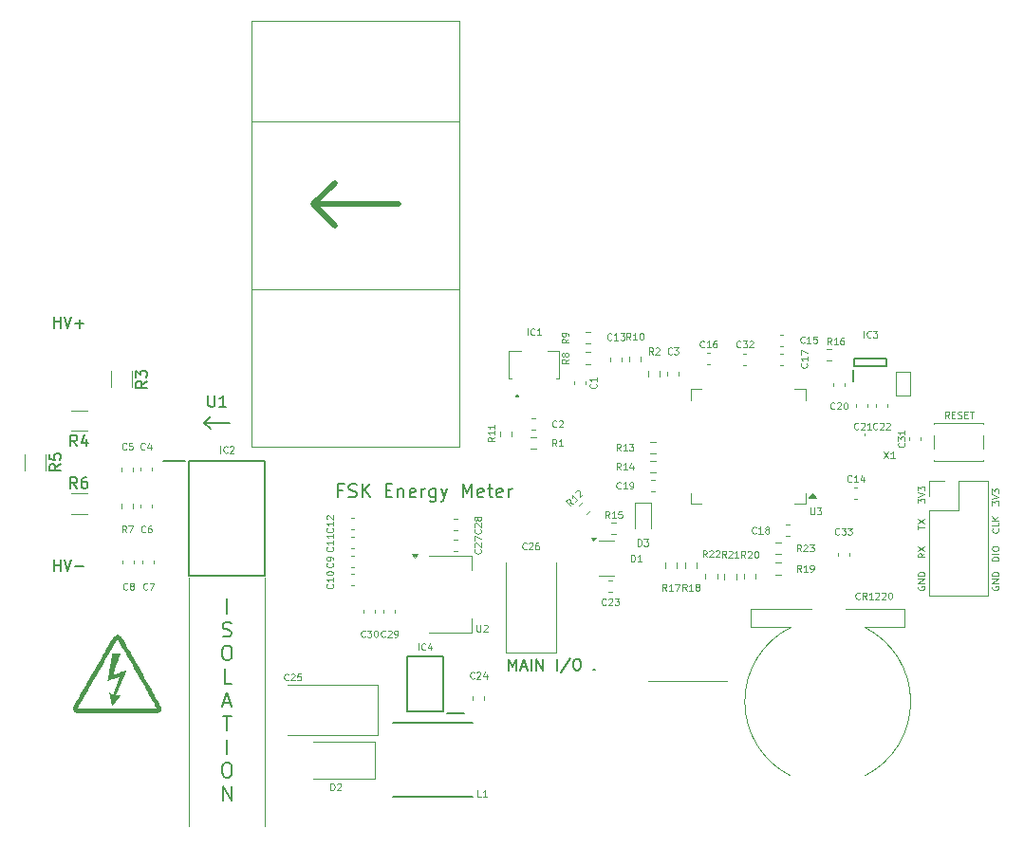
<source format=gbr>
%TF.GenerationSoftware,KiCad,Pcbnew,8.0.5*%
%TF.CreationDate,2024-10-07T01:51:17+09:00*%
%TF.ProjectId,fsk-energymeter,66736b2d-656e-4657-9267-796d65746572,v0.0.1*%
%TF.SameCoordinates,Original*%
%TF.FileFunction,Legend,Top*%
%TF.FilePolarity,Positive*%
%FSLAX46Y46*%
G04 Gerber Fmt 4.6, Leading zero omitted, Abs format (unit mm)*
G04 Created by KiCad (PCBNEW 8.0.5) date 2024-10-07 01:51:17*
%MOMM*%
%LPD*%
G01*
G04 APERTURE LIST*
%ADD10C,0.100000*%
%ADD11C,0.200000*%
%ADD12C,0.150000*%
%ADD13C,0.500000*%
%ADD14C,0.120000*%
%ADD15C,0.000000*%
G04 APERTURE END LIST*
D10*
X96400000Y-96300000D02*
X96400000Y-118500000D01*
X103200000Y-118500000D02*
X103200000Y-96300000D01*
X168061371Y-89828496D02*
X168061371Y-89457068D01*
X168061371Y-89457068D02*
X168289942Y-89657068D01*
X168289942Y-89657068D02*
X168289942Y-89571353D01*
X168289942Y-89571353D02*
X168318514Y-89514211D01*
X168318514Y-89514211D02*
X168347085Y-89485639D01*
X168347085Y-89485639D02*
X168404228Y-89457068D01*
X168404228Y-89457068D02*
X168547085Y-89457068D01*
X168547085Y-89457068D02*
X168604228Y-89485639D01*
X168604228Y-89485639D02*
X168632800Y-89514211D01*
X168632800Y-89514211D02*
X168661371Y-89571353D01*
X168661371Y-89571353D02*
X168661371Y-89742782D01*
X168661371Y-89742782D02*
X168632800Y-89799925D01*
X168632800Y-89799925D02*
X168604228Y-89828496D01*
X168061371Y-89285639D02*
X168661371Y-89085639D01*
X168661371Y-89085639D02*
X168061371Y-88885639D01*
X168061371Y-88742781D02*
X168061371Y-88371353D01*
X168061371Y-88371353D02*
X168289942Y-88571353D01*
X168289942Y-88571353D02*
X168289942Y-88485638D01*
X168289942Y-88485638D02*
X168318514Y-88428496D01*
X168318514Y-88428496D02*
X168347085Y-88399924D01*
X168347085Y-88399924D02*
X168404228Y-88371353D01*
X168404228Y-88371353D02*
X168547085Y-88371353D01*
X168547085Y-88371353D02*
X168604228Y-88399924D01*
X168604228Y-88399924D02*
X168632800Y-88428496D01*
X168632800Y-88428496D02*
X168661371Y-88485638D01*
X168661371Y-88485638D02*
X168661371Y-88657067D01*
X168661371Y-88657067D02*
X168632800Y-88714210D01*
X168632800Y-88714210D02*
X168604228Y-88742781D01*
D11*
X100031578Y-82479600D02*
X97745863Y-82479600D01*
X98317292Y-83051028D02*
X97745863Y-82479600D01*
X97745863Y-82479600D02*
X98317292Y-81908171D01*
D10*
X161489942Y-97057068D02*
X161461371Y-97114211D01*
X161461371Y-97114211D02*
X161461371Y-97199925D01*
X161461371Y-97199925D02*
X161489942Y-97285639D01*
X161489942Y-97285639D02*
X161547085Y-97342782D01*
X161547085Y-97342782D02*
X161604228Y-97371353D01*
X161604228Y-97371353D02*
X161718514Y-97399925D01*
X161718514Y-97399925D02*
X161804228Y-97399925D01*
X161804228Y-97399925D02*
X161918514Y-97371353D01*
X161918514Y-97371353D02*
X161975657Y-97342782D01*
X161975657Y-97342782D02*
X162032800Y-97285639D01*
X162032800Y-97285639D02*
X162061371Y-97199925D01*
X162061371Y-97199925D02*
X162061371Y-97142782D01*
X162061371Y-97142782D02*
X162032800Y-97057068D01*
X162032800Y-97057068D02*
X162004228Y-97028496D01*
X162004228Y-97028496D02*
X161804228Y-97028496D01*
X161804228Y-97028496D02*
X161804228Y-97142782D01*
X162061371Y-96771353D02*
X161461371Y-96771353D01*
X161461371Y-96771353D02*
X162061371Y-96428496D01*
X162061371Y-96428496D02*
X161461371Y-96428496D01*
X162061371Y-96142782D02*
X161461371Y-96142782D01*
X161461371Y-96142782D02*
X161461371Y-95999925D01*
X161461371Y-95999925D02*
X161489942Y-95914211D01*
X161489942Y-95914211D02*
X161547085Y-95857068D01*
X161547085Y-95857068D02*
X161604228Y-95828497D01*
X161604228Y-95828497D02*
X161718514Y-95799925D01*
X161718514Y-95799925D02*
X161804228Y-95799925D01*
X161804228Y-95799925D02*
X161918514Y-95828497D01*
X161918514Y-95828497D02*
X161975657Y-95857068D01*
X161975657Y-95857068D02*
X162032800Y-95914211D01*
X162032800Y-95914211D02*
X162061371Y-95999925D01*
X162061371Y-95999925D02*
X162061371Y-96142782D01*
X161461371Y-91957068D02*
X161461371Y-91614211D01*
X162061371Y-91785639D02*
X161461371Y-91785639D01*
X161461371Y-91471353D02*
X162061371Y-91071353D01*
X161461371Y-91071353D02*
X162061371Y-91471353D01*
X168661371Y-94771353D02*
X168061371Y-94771353D01*
X168061371Y-94771353D02*
X168061371Y-94628496D01*
X168061371Y-94628496D02*
X168089942Y-94542782D01*
X168089942Y-94542782D02*
X168147085Y-94485639D01*
X168147085Y-94485639D02*
X168204228Y-94457068D01*
X168204228Y-94457068D02*
X168318514Y-94428496D01*
X168318514Y-94428496D02*
X168404228Y-94428496D01*
X168404228Y-94428496D02*
X168518514Y-94457068D01*
X168518514Y-94457068D02*
X168575657Y-94485639D01*
X168575657Y-94485639D02*
X168632800Y-94542782D01*
X168632800Y-94542782D02*
X168661371Y-94628496D01*
X168661371Y-94628496D02*
X168661371Y-94771353D01*
X168661371Y-94171353D02*
X168061371Y-94171353D01*
X168061371Y-93771354D02*
X168061371Y-93657068D01*
X168061371Y-93657068D02*
X168089942Y-93599925D01*
X168089942Y-93599925D02*
X168147085Y-93542782D01*
X168147085Y-93542782D02*
X168261371Y-93514211D01*
X168261371Y-93514211D02*
X168461371Y-93514211D01*
X168461371Y-93514211D02*
X168575657Y-93542782D01*
X168575657Y-93542782D02*
X168632800Y-93599925D01*
X168632800Y-93599925D02*
X168661371Y-93657068D01*
X168661371Y-93657068D02*
X168661371Y-93771354D01*
X168661371Y-93771354D02*
X168632800Y-93828497D01*
X168632800Y-93828497D02*
X168575657Y-93885639D01*
X168575657Y-93885639D02*
X168461371Y-93914211D01*
X168461371Y-93914211D02*
X168261371Y-93914211D01*
X168261371Y-93914211D02*
X168147085Y-93885639D01*
X168147085Y-93885639D02*
X168089942Y-93828497D01*
X168089942Y-93828497D02*
X168061371Y-93771354D01*
D11*
X110092292Y-88514171D02*
X109692292Y-88514171D01*
X109692292Y-89142742D02*
X109692292Y-87942742D01*
X109692292Y-87942742D02*
X110263720Y-87942742D01*
X110663720Y-89085600D02*
X110835149Y-89142742D01*
X110835149Y-89142742D02*
X111120863Y-89142742D01*
X111120863Y-89142742D02*
X111235149Y-89085600D01*
X111235149Y-89085600D02*
X111292291Y-89028457D01*
X111292291Y-89028457D02*
X111349434Y-88914171D01*
X111349434Y-88914171D02*
X111349434Y-88799885D01*
X111349434Y-88799885D02*
X111292291Y-88685600D01*
X111292291Y-88685600D02*
X111235149Y-88628457D01*
X111235149Y-88628457D02*
X111120863Y-88571314D01*
X111120863Y-88571314D02*
X110892291Y-88514171D01*
X110892291Y-88514171D02*
X110778006Y-88457028D01*
X110778006Y-88457028D02*
X110720863Y-88399885D01*
X110720863Y-88399885D02*
X110663720Y-88285600D01*
X110663720Y-88285600D02*
X110663720Y-88171314D01*
X110663720Y-88171314D02*
X110720863Y-88057028D01*
X110720863Y-88057028D02*
X110778006Y-87999885D01*
X110778006Y-87999885D02*
X110892291Y-87942742D01*
X110892291Y-87942742D02*
X111178006Y-87942742D01*
X111178006Y-87942742D02*
X111349434Y-87999885D01*
X111863720Y-89142742D02*
X111863720Y-87942742D01*
X112549434Y-89142742D02*
X112035148Y-88457028D01*
X112549434Y-87942742D02*
X111863720Y-88628457D01*
X113978006Y-88514171D02*
X114378006Y-88514171D01*
X114549434Y-89142742D02*
X113978006Y-89142742D01*
X113978006Y-89142742D02*
X113978006Y-87942742D01*
X113978006Y-87942742D02*
X114549434Y-87942742D01*
X115063720Y-88342742D02*
X115063720Y-89142742D01*
X115063720Y-88457028D02*
X115120863Y-88399885D01*
X115120863Y-88399885D02*
X115235148Y-88342742D01*
X115235148Y-88342742D02*
X115406577Y-88342742D01*
X115406577Y-88342742D02*
X115520863Y-88399885D01*
X115520863Y-88399885D02*
X115578006Y-88514171D01*
X115578006Y-88514171D02*
X115578006Y-89142742D01*
X116606577Y-89085600D02*
X116492291Y-89142742D01*
X116492291Y-89142742D02*
X116263720Y-89142742D01*
X116263720Y-89142742D02*
X116149434Y-89085600D01*
X116149434Y-89085600D02*
X116092291Y-88971314D01*
X116092291Y-88971314D02*
X116092291Y-88514171D01*
X116092291Y-88514171D02*
X116149434Y-88399885D01*
X116149434Y-88399885D02*
X116263720Y-88342742D01*
X116263720Y-88342742D02*
X116492291Y-88342742D01*
X116492291Y-88342742D02*
X116606577Y-88399885D01*
X116606577Y-88399885D02*
X116663720Y-88514171D01*
X116663720Y-88514171D02*
X116663720Y-88628457D01*
X116663720Y-88628457D02*
X116092291Y-88742742D01*
X117178005Y-89142742D02*
X117178005Y-88342742D01*
X117178005Y-88571314D02*
X117235148Y-88457028D01*
X117235148Y-88457028D02*
X117292291Y-88399885D01*
X117292291Y-88399885D02*
X117406576Y-88342742D01*
X117406576Y-88342742D02*
X117520862Y-88342742D01*
X118435148Y-88342742D02*
X118435148Y-89314171D01*
X118435148Y-89314171D02*
X118378005Y-89428457D01*
X118378005Y-89428457D02*
X118320862Y-89485600D01*
X118320862Y-89485600D02*
X118206576Y-89542742D01*
X118206576Y-89542742D02*
X118035148Y-89542742D01*
X118035148Y-89542742D02*
X117920862Y-89485600D01*
X118435148Y-89085600D02*
X118320862Y-89142742D01*
X118320862Y-89142742D02*
X118092290Y-89142742D01*
X118092290Y-89142742D02*
X117978005Y-89085600D01*
X117978005Y-89085600D02*
X117920862Y-89028457D01*
X117920862Y-89028457D02*
X117863719Y-88914171D01*
X117863719Y-88914171D02*
X117863719Y-88571314D01*
X117863719Y-88571314D02*
X117920862Y-88457028D01*
X117920862Y-88457028D02*
X117978005Y-88399885D01*
X117978005Y-88399885D02*
X118092290Y-88342742D01*
X118092290Y-88342742D02*
X118320862Y-88342742D01*
X118320862Y-88342742D02*
X118435148Y-88399885D01*
X118892290Y-88342742D02*
X119178004Y-89142742D01*
X119463719Y-88342742D02*
X119178004Y-89142742D01*
X119178004Y-89142742D02*
X119063719Y-89428457D01*
X119063719Y-89428457D02*
X119006576Y-89485600D01*
X119006576Y-89485600D02*
X118892290Y-89542742D01*
X120835148Y-89142742D02*
X120835148Y-87942742D01*
X120835148Y-87942742D02*
X121235148Y-88799885D01*
X121235148Y-88799885D02*
X121635148Y-87942742D01*
X121635148Y-87942742D02*
X121635148Y-89142742D01*
X122663720Y-89085600D02*
X122549434Y-89142742D01*
X122549434Y-89142742D02*
X122320863Y-89142742D01*
X122320863Y-89142742D02*
X122206577Y-89085600D01*
X122206577Y-89085600D02*
X122149434Y-88971314D01*
X122149434Y-88971314D02*
X122149434Y-88514171D01*
X122149434Y-88514171D02*
X122206577Y-88399885D01*
X122206577Y-88399885D02*
X122320863Y-88342742D01*
X122320863Y-88342742D02*
X122549434Y-88342742D01*
X122549434Y-88342742D02*
X122663720Y-88399885D01*
X122663720Y-88399885D02*
X122720863Y-88514171D01*
X122720863Y-88514171D02*
X122720863Y-88628457D01*
X122720863Y-88628457D02*
X122149434Y-88742742D01*
X123063719Y-88342742D02*
X123520862Y-88342742D01*
X123235148Y-87942742D02*
X123235148Y-88971314D01*
X123235148Y-88971314D02*
X123292291Y-89085600D01*
X123292291Y-89085600D02*
X123406576Y-89142742D01*
X123406576Y-89142742D02*
X123520862Y-89142742D01*
X124378005Y-89085600D02*
X124263719Y-89142742D01*
X124263719Y-89142742D02*
X124035148Y-89142742D01*
X124035148Y-89142742D02*
X123920862Y-89085600D01*
X123920862Y-89085600D02*
X123863719Y-88971314D01*
X123863719Y-88971314D02*
X123863719Y-88514171D01*
X123863719Y-88514171D02*
X123920862Y-88399885D01*
X123920862Y-88399885D02*
X124035148Y-88342742D01*
X124035148Y-88342742D02*
X124263719Y-88342742D01*
X124263719Y-88342742D02*
X124378005Y-88399885D01*
X124378005Y-88399885D02*
X124435148Y-88514171D01*
X124435148Y-88514171D02*
X124435148Y-88628457D01*
X124435148Y-88628457D02*
X123863719Y-88742742D01*
X124949433Y-89142742D02*
X124949433Y-88342742D01*
X124949433Y-88571314D02*
X125006576Y-88457028D01*
X125006576Y-88457028D02*
X125063719Y-88399885D01*
X125063719Y-88399885D02*
X125178004Y-88342742D01*
X125178004Y-88342742D02*
X125292290Y-88342742D01*
D12*
X124936779Y-104569819D02*
X124936779Y-103569819D01*
X124936779Y-103569819D02*
X125270112Y-104284104D01*
X125270112Y-104284104D02*
X125603445Y-103569819D01*
X125603445Y-103569819D02*
X125603445Y-104569819D01*
X126032017Y-104284104D02*
X126508207Y-104284104D01*
X125936779Y-104569819D02*
X126270112Y-103569819D01*
X126270112Y-103569819D02*
X126603445Y-104569819D01*
X126936779Y-104569819D02*
X126936779Y-103569819D01*
X127412969Y-104569819D02*
X127412969Y-103569819D01*
X127412969Y-103569819D02*
X127984397Y-104569819D01*
X127984397Y-104569819D02*
X127984397Y-103569819D01*
X129222493Y-104569819D02*
X129222493Y-103569819D01*
X130412968Y-103522200D02*
X129555826Y-104807914D01*
X130936778Y-103569819D02*
X131127254Y-103569819D01*
X131127254Y-103569819D02*
X131222492Y-103617438D01*
X131222492Y-103617438D02*
X131317730Y-103712676D01*
X131317730Y-103712676D02*
X131365349Y-103903152D01*
X131365349Y-103903152D02*
X131365349Y-104236485D01*
X131365349Y-104236485D02*
X131317730Y-104426961D01*
X131317730Y-104426961D02*
X131222492Y-104522200D01*
X131222492Y-104522200D02*
X131127254Y-104569819D01*
X131127254Y-104569819D02*
X130936778Y-104569819D01*
X130936778Y-104569819D02*
X130841540Y-104522200D01*
X130841540Y-104522200D02*
X130746302Y-104426961D01*
X130746302Y-104426961D02*
X130698683Y-104236485D01*
X130698683Y-104236485D02*
X130698683Y-103903152D01*
X130698683Y-103903152D02*
X130746302Y-103712676D01*
X130746302Y-103712676D02*
X130841540Y-103617438D01*
X130841540Y-103617438D02*
X130936778Y-103569819D01*
D10*
X161461371Y-89628496D02*
X161461371Y-89257068D01*
X161461371Y-89257068D02*
X161689942Y-89457068D01*
X161689942Y-89457068D02*
X161689942Y-89371353D01*
X161689942Y-89371353D02*
X161718514Y-89314211D01*
X161718514Y-89314211D02*
X161747085Y-89285639D01*
X161747085Y-89285639D02*
X161804228Y-89257068D01*
X161804228Y-89257068D02*
X161947085Y-89257068D01*
X161947085Y-89257068D02*
X162004228Y-89285639D01*
X162004228Y-89285639D02*
X162032800Y-89314211D01*
X162032800Y-89314211D02*
X162061371Y-89371353D01*
X162061371Y-89371353D02*
X162061371Y-89542782D01*
X162061371Y-89542782D02*
X162032800Y-89599925D01*
X162032800Y-89599925D02*
X162004228Y-89628496D01*
X161461371Y-89085639D02*
X162061371Y-88885639D01*
X162061371Y-88885639D02*
X161461371Y-88685639D01*
X161461371Y-88542781D02*
X161461371Y-88171353D01*
X161461371Y-88171353D02*
X161689942Y-88371353D01*
X161689942Y-88371353D02*
X161689942Y-88285638D01*
X161689942Y-88285638D02*
X161718514Y-88228496D01*
X161718514Y-88228496D02*
X161747085Y-88199924D01*
X161747085Y-88199924D02*
X161804228Y-88171353D01*
X161804228Y-88171353D02*
X161947085Y-88171353D01*
X161947085Y-88171353D02*
X162004228Y-88199924D01*
X162004228Y-88199924D02*
X162032800Y-88228496D01*
X162032800Y-88228496D02*
X162061371Y-88285638D01*
X162061371Y-88285638D02*
X162061371Y-88457067D01*
X162061371Y-88457067D02*
X162032800Y-88514210D01*
X162032800Y-88514210D02*
X162004228Y-88542781D01*
X168089942Y-97057068D02*
X168061371Y-97114211D01*
X168061371Y-97114211D02*
X168061371Y-97199925D01*
X168061371Y-97199925D02*
X168089942Y-97285639D01*
X168089942Y-97285639D02*
X168147085Y-97342782D01*
X168147085Y-97342782D02*
X168204228Y-97371353D01*
X168204228Y-97371353D02*
X168318514Y-97399925D01*
X168318514Y-97399925D02*
X168404228Y-97399925D01*
X168404228Y-97399925D02*
X168518514Y-97371353D01*
X168518514Y-97371353D02*
X168575657Y-97342782D01*
X168575657Y-97342782D02*
X168632800Y-97285639D01*
X168632800Y-97285639D02*
X168661371Y-97199925D01*
X168661371Y-97199925D02*
X168661371Y-97142782D01*
X168661371Y-97142782D02*
X168632800Y-97057068D01*
X168632800Y-97057068D02*
X168604228Y-97028496D01*
X168604228Y-97028496D02*
X168404228Y-97028496D01*
X168404228Y-97028496D02*
X168404228Y-97142782D01*
X168661371Y-96771353D02*
X168061371Y-96771353D01*
X168061371Y-96771353D02*
X168661371Y-96428496D01*
X168661371Y-96428496D02*
X168061371Y-96428496D01*
X168661371Y-96142782D02*
X168061371Y-96142782D01*
X168061371Y-96142782D02*
X168061371Y-95999925D01*
X168061371Y-95999925D02*
X168089942Y-95914211D01*
X168089942Y-95914211D02*
X168147085Y-95857068D01*
X168147085Y-95857068D02*
X168204228Y-95828497D01*
X168204228Y-95828497D02*
X168318514Y-95799925D01*
X168318514Y-95799925D02*
X168404228Y-95799925D01*
X168404228Y-95799925D02*
X168518514Y-95828497D01*
X168518514Y-95828497D02*
X168575657Y-95857068D01*
X168575657Y-95857068D02*
X168632800Y-95914211D01*
X168632800Y-95914211D02*
X168661371Y-95999925D01*
X168661371Y-95999925D02*
X168661371Y-96142782D01*
X162061371Y-94128496D02*
X161775657Y-94328496D01*
X162061371Y-94471353D02*
X161461371Y-94471353D01*
X161461371Y-94471353D02*
X161461371Y-94242782D01*
X161461371Y-94242782D02*
X161489942Y-94185639D01*
X161489942Y-94185639D02*
X161518514Y-94157068D01*
X161518514Y-94157068D02*
X161575657Y-94128496D01*
X161575657Y-94128496D02*
X161661371Y-94128496D01*
X161661371Y-94128496D02*
X161718514Y-94157068D01*
X161718514Y-94157068D02*
X161747085Y-94185639D01*
X161747085Y-94185639D02*
X161775657Y-94242782D01*
X161775657Y-94242782D02*
X161775657Y-94471353D01*
X161461371Y-93928496D02*
X162061371Y-93528496D01*
X161461371Y-93528496D02*
X162061371Y-93928496D01*
X156251503Y-98164228D02*
X156222931Y-98192800D01*
X156222931Y-98192800D02*
X156137217Y-98221371D01*
X156137217Y-98221371D02*
X156080074Y-98221371D01*
X156080074Y-98221371D02*
X155994360Y-98192800D01*
X155994360Y-98192800D02*
X155937217Y-98135657D01*
X155937217Y-98135657D02*
X155908646Y-98078514D01*
X155908646Y-98078514D02*
X155880074Y-97964228D01*
X155880074Y-97964228D02*
X155880074Y-97878514D01*
X155880074Y-97878514D02*
X155908646Y-97764228D01*
X155908646Y-97764228D02*
X155937217Y-97707085D01*
X155937217Y-97707085D02*
X155994360Y-97649942D01*
X155994360Y-97649942D02*
X156080074Y-97621371D01*
X156080074Y-97621371D02*
X156137217Y-97621371D01*
X156137217Y-97621371D02*
X156222931Y-97649942D01*
X156222931Y-97649942D02*
X156251503Y-97678514D01*
X156851503Y-98221371D02*
X156651503Y-97935657D01*
X156508646Y-98221371D02*
X156508646Y-97621371D01*
X156508646Y-97621371D02*
X156737217Y-97621371D01*
X156737217Y-97621371D02*
X156794360Y-97649942D01*
X156794360Y-97649942D02*
X156822931Y-97678514D01*
X156822931Y-97678514D02*
X156851503Y-97735657D01*
X156851503Y-97735657D02*
X156851503Y-97821371D01*
X156851503Y-97821371D02*
X156822931Y-97878514D01*
X156822931Y-97878514D02*
X156794360Y-97907085D01*
X156794360Y-97907085D02*
X156737217Y-97935657D01*
X156737217Y-97935657D02*
X156508646Y-97935657D01*
X157422931Y-98221371D02*
X157080074Y-98221371D01*
X157251503Y-98221371D02*
X157251503Y-97621371D01*
X157251503Y-97621371D02*
X157194360Y-97707085D01*
X157194360Y-97707085D02*
X157137217Y-97764228D01*
X157137217Y-97764228D02*
X157080074Y-97792800D01*
X157651503Y-97678514D02*
X157680075Y-97649942D01*
X157680075Y-97649942D02*
X157737218Y-97621371D01*
X157737218Y-97621371D02*
X157880075Y-97621371D01*
X157880075Y-97621371D02*
X157937218Y-97649942D01*
X157937218Y-97649942D02*
X157965789Y-97678514D01*
X157965789Y-97678514D02*
X157994360Y-97735657D01*
X157994360Y-97735657D02*
X157994360Y-97792800D01*
X157994360Y-97792800D02*
X157965789Y-97878514D01*
X157965789Y-97878514D02*
X157622932Y-98221371D01*
X157622932Y-98221371D02*
X157994360Y-98221371D01*
X158222932Y-97678514D02*
X158251504Y-97649942D01*
X158251504Y-97649942D02*
X158308647Y-97621371D01*
X158308647Y-97621371D02*
X158451504Y-97621371D01*
X158451504Y-97621371D02*
X158508647Y-97649942D01*
X158508647Y-97649942D02*
X158537218Y-97678514D01*
X158537218Y-97678514D02*
X158565789Y-97735657D01*
X158565789Y-97735657D02*
X158565789Y-97792800D01*
X158565789Y-97792800D02*
X158537218Y-97878514D01*
X158537218Y-97878514D02*
X158194361Y-98221371D01*
X158194361Y-98221371D02*
X158565789Y-98221371D01*
X158937218Y-97621371D02*
X158994361Y-97621371D01*
X158994361Y-97621371D02*
X159051504Y-97649942D01*
X159051504Y-97649942D02*
X159080076Y-97678514D01*
X159080076Y-97678514D02*
X159108647Y-97735657D01*
X159108647Y-97735657D02*
X159137218Y-97849942D01*
X159137218Y-97849942D02*
X159137218Y-97992800D01*
X159137218Y-97992800D02*
X159108647Y-98107085D01*
X159108647Y-98107085D02*
X159080076Y-98164228D01*
X159080076Y-98164228D02*
X159051504Y-98192800D01*
X159051504Y-98192800D02*
X158994361Y-98221371D01*
X158994361Y-98221371D02*
X158937218Y-98221371D01*
X158937218Y-98221371D02*
X158880076Y-98192800D01*
X158880076Y-98192800D02*
X158851504Y-98164228D01*
X158851504Y-98164228D02*
X158822933Y-98107085D01*
X158822933Y-98107085D02*
X158794361Y-97992800D01*
X158794361Y-97992800D02*
X158794361Y-97849942D01*
X158794361Y-97849942D02*
X158822933Y-97735657D01*
X158822933Y-97735657D02*
X158851504Y-97678514D01*
X158851504Y-97678514D02*
X158880076Y-97649942D01*
X158880076Y-97649942D02*
X158937218Y-97621371D01*
D11*
X99799999Y-99487088D02*
X99799999Y-98187088D01*
X99428572Y-101518111D02*
X99614286Y-101580015D01*
X99614286Y-101580015D02*
X99923810Y-101580015D01*
X99923810Y-101580015D02*
X100047619Y-101518111D01*
X100047619Y-101518111D02*
X100109524Y-101456206D01*
X100109524Y-101456206D02*
X100171429Y-101332396D01*
X100171429Y-101332396D02*
X100171429Y-101208587D01*
X100171429Y-101208587D02*
X100109524Y-101084777D01*
X100109524Y-101084777D02*
X100047619Y-101022872D01*
X100047619Y-101022872D02*
X99923810Y-100960968D01*
X99923810Y-100960968D02*
X99676191Y-100899063D01*
X99676191Y-100899063D02*
X99552381Y-100837158D01*
X99552381Y-100837158D02*
X99490476Y-100775253D01*
X99490476Y-100775253D02*
X99428572Y-100651444D01*
X99428572Y-100651444D02*
X99428572Y-100527634D01*
X99428572Y-100527634D02*
X99490476Y-100403825D01*
X99490476Y-100403825D02*
X99552381Y-100341920D01*
X99552381Y-100341920D02*
X99676191Y-100280015D01*
X99676191Y-100280015D02*
X99985714Y-100280015D01*
X99985714Y-100280015D02*
X100171429Y-100341920D01*
X99676190Y-102372942D02*
X99923809Y-102372942D01*
X99923809Y-102372942D02*
X100047619Y-102434847D01*
X100047619Y-102434847D02*
X100171428Y-102558657D01*
X100171428Y-102558657D02*
X100233333Y-102806276D01*
X100233333Y-102806276D02*
X100233333Y-103239609D01*
X100233333Y-103239609D02*
X100171428Y-103487228D01*
X100171428Y-103487228D02*
X100047619Y-103611038D01*
X100047619Y-103611038D02*
X99923809Y-103672942D01*
X99923809Y-103672942D02*
X99676190Y-103672942D01*
X99676190Y-103672942D02*
X99552381Y-103611038D01*
X99552381Y-103611038D02*
X99428571Y-103487228D01*
X99428571Y-103487228D02*
X99366667Y-103239609D01*
X99366667Y-103239609D02*
X99366667Y-102806276D01*
X99366667Y-102806276D02*
X99428571Y-102558657D01*
X99428571Y-102558657D02*
X99552381Y-102434847D01*
X99552381Y-102434847D02*
X99676190Y-102372942D01*
X100202381Y-105765869D02*
X99583333Y-105765869D01*
X99583333Y-105765869D02*
X99583333Y-104465869D01*
X99490476Y-107487368D02*
X100109523Y-107487368D01*
X99366666Y-107858796D02*
X99799999Y-106558796D01*
X99799999Y-106558796D02*
X100233333Y-107858796D01*
X99428571Y-108651723D02*
X100171428Y-108651723D01*
X99800000Y-109951723D02*
X99800000Y-108651723D01*
X99799999Y-112044650D02*
X99799999Y-110744650D01*
X99676190Y-112837577D02*
X99923809Y-112837577D01*
X99923809Y-112837577D02*
X100047619Y-112899482D01*
X100047619Y-112899482D02*
X100171428Y-113023292D01*
X100171428Y-113023292D02*
X100233333Y-113270911D01*
X100233333Y-113270911D02*
X100233333Y-113704244D01*
X100233333Y-113704244D02*
X100171428Y-113951863D01*
X100171428Y-113951863D02*
X100047619Y-114075673D01*
X100047619Y-114075673D02*
X99923809Y-114137577D01*
X99923809Y-114137577D02*
X99676190Y-114137577D01*
X99676190Y-114137577D02*
X99552381Y-114075673D01*
X99552381Y-114075673D02*
X99428571Y-113951863D01*
X99428571Y-113951863D02*
X99366667Y-113704244D01*
X99366667Y-113704244D02*
X99366667Y-113270911D01*
X99366667Y-113270911D02*
X99428571Y-113023292D01*
X99428571Y-113023292D02*
X99552381Y-112899482D01*
X99552381Y-112899482D02*
X99676190Y-112837577D01*
X99428571Y-116230504D02*
X99428571Y-114930504D01*
X99428571Y-114930504D02*
X100171428Y-116230504D01*
X100171428Y-116230504D02*
X100171428Y-114930504D01*
D10*
X168604228Y-91928496D02*
X168632800Y-91957068D01*
X168632800Y-91957068D02*
X168661371Y-92042782D01*
X168661371Y-92042782D02*
X168661371Y-92099925D01*
X168661371Y-92099925D02*
X168632800Y-92185639D01*
X168632800Y-92185639D02*
X168575657Y-92242782D01*
X168575657Y-92242782D02*
X168518514Y-92271353D01*
X168518514Y-92271353D02*
X168404228Y-92299925D01*
X168404228Y-92299925D02*
X168318514Y-92299925D01*
X168318514Y-92299925D02*
X168204228Y-92271353D01*
X168204228Y-92271353D02*
X168147085Y-92242782D01*
X168147085Y-92242782D02*
X168089942Y-92185639D01*
X168089942Y-92185639D02*
X168061371Y-92099925D01*
X168061371Y-92099925D02*
X168061371Y-92042782D01*
X168061371Y-92042782D02*
X168089942Y-91957068D01*
X168089942Y-91957068D02*
X168118514Y-91928496D01*
X168661371Y-91385639D02*
X168661371Y-91671353D01*
X168661371Y-91671353D02*
X168061371Y-91671353D01*
X168661371Y-91185639D02*
X168061371Y-91185639D01*
X168661371Y-90842782D02*
X168318514Y-91099925D01*
X168061371Y-90842782D02*
X168404228Y-91185639D01*
X142364285Y-75715228D02*
X142335713Y-75743800D01*
X142335713Y-75743800D02*
X142249999Y-75772371D01*
X142249999Y-75772371D02*
X142192856Y-75772371D01*
X142192856Y-75772371D02*
X142107142Y-75743800D01*
X142107142Y-75743800D02*
X142049999Y-75686657D01*
X142049999Y-75686657D02*
X142021428Y-75629514D01*
X142021428Y-75629514D02*
X141992856Y-75515228D01*
X141992856Y-75515228D02*
X141992856Y-75429514D01*
X141992856Y-75429514D02*
X142021428Y-75315228D01*
X142021428Y-75315228D02*
X142049999Y-75258085D01*
X142049999Y-75258085D02*
X142107142Y-75200942D01*
X142107142Y-75200942D02*
X142192856Y-75172371D01*
X142192856Y-75172371D02*
X142249999Y-75172371D01*
X142249999Y-75172371D02*
X142335713Y-75200942D01*
X142335713Y-75200942D02*
X142364285Y-75229514D01*
X142935713Y-75772371D02*
X142592856Y-75772371D01*
X142764285Y-75772371D02*
X142764285Y-75172371D01*
X142764285Y-75172371D02*
X142707142Y-75258085D01*
X142707142Y-75258085D02*
X142649999Y-75315228D01*
X142649999Y-75315228D02*
X142592856Y-75343800D01*
X143450000Y-75172371D02*
X143335714Y-75172371D01*
X143335714Y-75172371D02*
X143278571Y-75200942D01*
X143278571Y-75200942D02*
X143250000Y-75229514D01*
X143250000Y-75229514D02*
X143192857Y-75315228D01*
X143192857Y-75315228D02*
X143164285Y-75429514D01*
X143164285Y-75429514D02*
X143164285Y-75658085D01*
X143164285Y-75658085D02*
X143192857Y-75715228D01*
X143192857Y-75715228D02*
X143221428Y-75743800D01*
X143221428Y-75743800D02*
X143278571Y-75772371D01*
X143278571Y-75772371D02*
X143392857Y-75772371D01*
X143392857Y-75772371D02*
X143450000Y-75743800D01*
X143450000Y-75743800D02*
X143478571Y-75715228D01*
X143478571Y-75715228D02*
X143507142Y-75658085D01*
X143507142Y-75658085D02*
X143507142Y-75515228D01*
X143507142Y-75515228D02*
X143478571Y-75458085D01*
X143478571Y-75458085D02*
X143450000Y-75429514D01*
X143450000Y-75429514D02*
X143392857Y-75400942D01*
X143392857Y-75400942D02*
X143278571Y-75400942D01*
X143278571Y-75400942D02*
X143221428Y-75429514D01*
X143221428Y-75429514D02*
X143192857Y-75458085D01*
X143192857Y-75458085D02*
X143164285Y-75515228D01*
X139500000Y-76315228D02*
X139471428Y-76343800D01*
X139471428Y-76343800D02*
X139385714Y-76372371D01*
X139385714Y-76372371D02*
X139328571Y-76372371D01*
X139328571Y-76372371D02*
X139242857Y-76343800D01*
X139242857Y-76343800D02*
X139185714Y-76286657D01*
X139185714Y-76286657D02*
X139157143Y-76229514D01*
X139157143Y-76229514D02*
X139128571Y-76115228D01*
X139128571Y-76115228D02*
X139128571Y-76029514D01*
X139128571Y-76029514D02*
X139157143Y-75915228D01*
X139157143Y-75915228D02*
X139185714Y-75858085D01*
X139185714Y-75858085D02*
X139242857Y-75800942D01*
X139242857Y-75800942D02*
X139328571Y-75772371D01*
X139328571Y-75772371D02*
X139385714Y-75772371D01*
X139385714Y-75772371D02*
X139471428Y-75800942D01*
X139471428Y-75800942D02*
X139500000Y-75829514D01*
X139700000Y-75772371D02*
X140071428Y-75772371D01*
X140071428Y-75772371D02*
X139871428Y-76000942D01*
X139871428Y-76000942D02*
X139957143Y-76000942D01*
X139957143Y-76000942D02*
X140014286Y-76029514D01*
X140014286Y-76029514D02*
X140042857Y-76058085D01*
X140042857Y-76058085D02*
X140071428Y-76115228D01*
X140071428Y-76115228D02*
X140071428Y-76258085D01*
X140071428Y-76258085D02*
X140042857Y-76315228D01*
X140042857Y-76315228D02*
X140014286Y-76343800D01*
X140014286Y-76343800D02*
X139957143Y-76372371D01*
X139957143Y-76372371D02*
X139785714Y-76372371D01*
X139785714Y-76372371D02*
X139728571Y-76343800D01*
X139728571Y-76343800D02*
X139700000Y-76315228D01*
X151014285Y-93972371D02*
X150814285Y-93686657D01*
X150671428Y-93972371D02*
X150671428Y-93372371D01*
X150671428Y-93372371D02*
X150899999Y-93372371D01*
X150899999Y-93372371D02*
X150957142Y-93400942D01*
X150957142Y-93400942D02*
X150985713Y-93429514D01*
X150985713Y-93429514D02*
X151014285Y-93486657D01*
X151014285Y-93486657D02*
X151014285Y-93572371D01*
X151014285Y-93572371D02*
X150985713Y-93629514D01*
X150985713Y-93629514D02*
X150957142Y-93658085D01*
X150957142Y-93658085D02*
X150899999Y-93686657D01*
X150899999Y-93686657D02*
X150671428Y-93686657D01*
X151242856Y-93429514D02*
X151271428Y-93400942D01*
X151271428Y-93400942D02*
X151328571Y-93372371D01*
X151328571Y-93372371D02*
X151471428Y-93372371D01*
X151471428Y-93372371D02*
X151528571Y-93400942D01*
X151528571Y-93400942D02*
X151557142Y-93429514D01*
X151557142Y-93429514D02*
X151585713Y-93486657D01*
X151585713Y-93486657D02*
X151585713Y-93543800D01*
X151585713Y-93543800D02*
X151557142Y-93629514D01*
X151557142Y-93629514D02*
X151214285Y-93972371D01*
X151214285Y-93972371D02*
X151585713Y-93972371D01*
X151785714Y-93372371D02*
X152157142Y-93372371D01*
X152157142Y-93372371D02*
X151957142Y-93600942D01*
X151957142Y-93600942D02*
X152042857Y-93600942D01*
X152042857Y-93600942D02*
X152100000Y-93629514D01*
X152100000Y-93629514D02*
X152128571Y-93658085D01*
X152128571Y-93658085D02*
X152157142Y-93715228D01*
X152157142Y-93715228D02*
X152157142Y-93858085D01*
X152157142Y-93858085D02*
X152128571Y-93915228D01*
X152128571Y-93915228D02*
X152100000Y-93943800D01*
X152100000Y-93943800D02*
X152042857Y-93972371D01*
X152042857Y-93972371D02*
X151871428Y-93972371D01*
X151871428Y-93972371D02*
X151814285Y-93943800D01*
X151814285Y-93943800D02*
X151785714Y-93915228D01*
X121864285Y-105265228D02*
X121835713Y-105293800D01*
X121835713Y-105293800D02*
X121749999Y-105322371D01*
X121749999Y-105322371D02*
X121692856Y-105322371D01*
X121692856Y-105322371D02*
X121607142Y-105293800D01*
X121607142Y-105293800D02*
X121549999Y-105236657D01*
X121549999Y-105236657D02*
X121521428Y-105179514D01*
X121521428Y-105179514D02*
X121492856Y-105065228D01*
X121492856Y-105065228D02*
X121492856Y-104979514D01*
X121492856Y-104979514D02*
X121521428Y-104865228D01*
X121521428Y-104865228D02*
X121549999Y-104808085D01*
X121549999Y-104808085D02*
X121607142Y-104750942D01*
X121607142Y-104750942D02*
X121692856Y-104722371D01*
X121692856Y-104722371D02*
X121749999Y-104722371D01*
X121749999Y-104722371D02*
X121835713Y-104750942D01*
X121835713Y-104750942D02*
X121864285Y-104779514D01*
X122092856Y-104779514D02*
X122121428Y-104750942D01*
X122121428Y-104750942D02*
X122178571Y-104722371D01*
X122178571Y-104722371D02*
X122321428Y-104722371D01*
X122321428Y-104722371D02*
X122378571Y-104750942D01*
X122378571Y-104750942D02*
X122407142Y-104779514D01*
X122407142Y-104779514D02*
X122435713Y-104836657D01*
X122435713Y-104836657D02*
X122435713Y-104893800D01*
X122435713Y-104893800D02*
X122407142Y-104979514D01*
X122407142Y-104979514D02*
X122064285Y-105322371D01*
X122064285Y-105322371D02*
X122435713Y-105322371D01*
X122950000Y-104922371D02*
X122950000Y-105322371D01*
X122807142Y-104693800D02*
X122664285Y-105122371D01*
X122664285Y-105122371D02*
X123035714Y-105122371D01*
X129200000Y-82815228D02*
X129171428Y-82843800D01*
X129171428Y-82843800D02*
X129085714Y-82872371D01*
X129085714Y-82872371D02*
X129028571Y-82872371D01*
X129028571Y-82872371D02*
X128942857Y-82843800D01*
X128942857Y-82843800D02*
X128885714Y-82786657D01*
X128885714Y-82786657D02*
X128857143Y-82729514D01*
X128857143Y-82729514D02*
X128828571Y-82615228D01*
X128828571Y-82615228D02*
X128828571Y-82529514D01*
X128828571Y-82529514D02*
X128857143Y-82415228D01*
X128857143Y-82415228D02*
X128885714Y-82358085D01*
X128885714Y-82358085D02*
X128942857Y-82300942D01*
X128942857Y-82300942D02*
X129028571Y-82272371D01*
X129028571Y-82272371D02*
X129085714Y-82272371D01*
X129085714Y-82272371D02*
X129171428Y-82300942D01*
X129171428Y-82300942D02*
X129200000Y-82329514D01*
X129428571Y-82329514D02*
X129457143Y-82300942D01*
X129457143Y-82300942D02*
X129514286Y-82272371D01*
X129514286Y-82272371D02*
X129657143Y-82272371D01*
X129657143Y-82272371D02*
X129714286Y-82300942D01*
X129714286Y-82300942D02*
X129742857Y-82329514D01*
X129742857Y-82329514D02*
X129771428Y-82386657D01*
X129771428Y-82386657D02*
X129771428Y-82443800D01*
X129771428Y-82443800D02*
X129742857Y-82529514D01*
X129742857Y-82529514D02*
X129400000Y-82872371D01*
X129400000Y-82872371D02*
X129771428Y-82872371D01*
X133614285Y-98715228D02*
X133585713Y-98743800D01*
X133585713Y-98743800D02*
X133499999Y-98772371D01*
X133499999Y-98772371D02*
X133442856Y-98772371D01*
X133442856Y-98772371D02*
X133357142Y-98743800D01*
X133357142Y-98743800D02*
X133299999Y-98686657D01*
X133299999Y-98686657D02*
X133271428Y-98629514D01*
X133271428Y-98629514D02*
X133242856Y-98515228D01*
X133242856Y-98515228D02*
X133242856Y-98429514D01*
X133242856Y-98429514D02*
X133271428Y-98315228D01*
X133271428Y-98315228D02*
X133299999Y-98258085D01*
X133299999Y-98258085D02*
X133357142Y-98200942D01*
X133357142Y-98200942D02*
X133442856Y-98172371D01*
X133442856Y-98172371D02*
X133499999Y-98172371D01*
X133499999Y-98172371D02*
X133585713Y-98200942D01*
X133585713Y-98200942D02*
X133614285Y-98229514D01*
X133842856Y-98229514D02*
X133871428Y-98200942D01*
X133871428Y-98200942D02*
X133928571Y-98172371D01*
X133928571Y-98172371D02*
X134071428Y-98172371D01*
X134071428Y-98172371D02*
X134128571Y-98200942D01*
X134128571Y-98200942D02*
X134157142Y-98229514D01*
X134157142Y-98229514D02*
X134185713Y-98286657D01*
X134185713Y-98286657D02*
X134185713Y-98343800D01*
X134185713Y-98343800D02*
X134157142Y-98429514D01*
X134157142Y-98429514D02*
X133814285Y-98772371D01*
X133814285Y-98772371D02*
X134185713Y-98772371D01*
X134385714Y-98172371D02*
X134757142Y-98172371D01*
X134757142Y-98172371D02*
X134557142Y-98400942D01*
X134557142Y-98400942D02*
X134642857Y-98400942D01*
X134642857Y-98400942D02*
X134700000Y-98429514D01*
X134700000Y-98429514D02*
X134728571Y-98458085D01*
X134728571Y-98458085D02*
X134757142Y-98515228D01*
X134757142Y-98515228D02*
X134757142Y-98658085D01*
X134757142Y-98658085D02*
X134728571Y-98715228D01*
X134728571Y-98715228D02*
X134700000Y-98743800D01*
X134700000Y-98743800D02*
X134642857Y-98772371D01*
X134642857Y-98772371D02*
X134471428Y-98772371D01*
X134471428Y-98772371D02*
X134414285Y-98743800D01*
X134414285Y-98743800D02*
X134385714Y-98715228D01*
X140814285Y-97472371D02*
X140614285Y-97186657D01*
X140471428Y-97472371D02*
X140471428Y-96872371D01*
X140471428Y-96872371D02*
X140699999Y-96872371D01*
X140699999Y-96872371D02*
X140757142Y-96900942D01*
X140757142Y-96900942D02*
X140785713Y-96929514D01*
X140785713Y-96929514D02*
X140814285Y-96986657D01*
X140814285Y-96986657D02*
X140814285Y-97072371D01*
X140814285Y-97072371D02*
X140785713Y-97129514D01*
X140785713Y-97129514D02*
X140757142Y-97158085D01*
X140757142Y-97158085D02*
X140699999Y-97186657D01*
X140699999Y-97186657D02*
X140471428Y-97186657D01*
X141385713Y-97472371D02*
X141042856Y-97472371D01*
X141214285Y-97472371D02*
X141214285Y-96872371D01*
X141214285Y-96872371D02*
X141157142Y-96958085D01*
X141157142Y-96958085D02*
X141099999Y-97015228D01*
X141099999Y-97015228D02*
X141042856Y-97043800D01*
X141728571Y-97129514D02*
X141671428Y-97100942D01*
X141671428Y-97100942D02*
X141642857Y-97072371D01*
X141642857Y-97072371D02*
X141614285Y-97015228D01*
X141614285Y-97015228D02*
X141614285Y-96986657D01*
X141614285Y-96986657D02*
X141642857Y-96929514D01*
X141642857Y-96929514D02*
X141671428Y-96900942D01*
X141671428Y-96900942D02*
X141728571Y-96872371D01*
X141728571Y-96872371D02*
X141842857Y-96872371D01*
X141842857Y-96872371D02*
X141900000Y-96900942D01*
X141900000Y-96900942D02*
X141928571Y-96929514D01*
X141928571Y-96929514D02*
X141957142Y-96986657D01*
X141957142Y-96986657D02*
X141957142Y-97015228D01*
X141957142Y-97015228D02*
X141928571Y-97072371D01*
X141928571Y-97072371D02*
X141900000Y-97100942D01*
X141900000Y-97100942D02*
X141842857Y-97129514D01*
X141842857Y-97129514D02*
X141728571Y-97129514D01*
X141728571Y-97129514D02*
X141671428Y-97158085D01*
X141671428Y-97158085D02*
X141642857Y-97186657D01*
X141642857Y-97186657D02*
X141614285Y-97243800D01*
X141614285Y-97243800D02*
X141614285Y-97358085D01*
X141614285Y-97358085D02*
X141642857Y-97415228D01*
X141642857Y-97415228D02*
X141671428Y-97443800D01*
X141671428Y-97443800D02*
X141728571Y-97472371D01*
X141728571Y-97472371D02*
X141842857Y-97472371D01*
X141842857Y-97472371D02*
X141900000Y-97443800D01*
X141900000Y-97443800D02*
X141928571Y-97415228D01*
X141928571Y-97415228D02*
X141957142Y-97358085D01*
X141957142Y-97358085D02*
X141957142Y-97243800D01*
X141957142Y-97243800D02*
X141928571Y-97186657D01*
X141928571Y-97186657D02*
X141900000Y-97158085D01*
X141900000Y-97158085D02*
X141842857Y-97129514D01*
X130719854Y-89665337D02*
X130376402Y-89604728D01*
X130477417Y-89907773D02*
X130053153Y-89483509D01*
X130053153Y-89483509D02*
X130214777Y-89321885D01*
X130214777Y-89321885D02*
X130275387Y-89301682D01*
X130275387Y-89301682D02*
X130315793Y-89301682D01*
X130315793Y-89301682D02*
X130376402Y-89321885D01*
X130376402Y-89321885D02*
X130437011Y-89382494D01*
X130437011Y-89382494D02*
X130457214Y-89443103D01*
X130457214Y-89443103D02*
X130457214Y-89483509D01*
X130457214Y-89483509D02*
X130437011Y-89544118D01*
X130437011Y-89544118D02*
X130275387Y-89705743D01*
X131123915Y-89261276D02*
X130881478Y-89503712D01*
X131002696Y-89382494D02*
X130578432Y-88958230D01*
X130578432Y-88958230D02*
X130598635Y-89059245D01*
X130598635Y-89059245D02*
X130598635Y-89140057D01*
X130598635Y-89140057D02*
X130578432Y-89200667D01*
X130901681Y-88715793D02*
X130901681Y-88675387D01*
X130901681Y-88675387D02*
X130921885Y-88614778D01*
X130921885Y-88614778D02*
X131022900Y-88513762D01*
X131022900Y-88513762D02*
X131083509Y-88493559D01*
X131083509Y-88493559D02*
X131123915Y-88493559D01*
X131123915Y-88493559D02*
X131184524Y-88513762D01*
X131184524Y-88513762D02*
X131224930Y-88554169D01*
X131224930Y-88554169D02*
X131265336Y-88634981D01*
X131265336Y-88634981D02*
X131265336Y-89119854D01*
X131265336Y-89119854D02*
X131527976Y-88857214D01*
X134914285Y-88315228D02*
X134885713Y-88343800D01*
X134885713Y-88343800D02*
X134799999Y-88372371D01*
X134799999Y-88372371D02*
X134742856Y-88372371D01*
X134742856Y-88372371D02*
X134657142Y-88343800D01*
X134657142Y-88343800D02*
X134599999Y-88286657D01*
X134599999Y-88286657D02*
X134571428Y-88229514D01*
X134571428Y-88229514D02*
X134542856Y-88115228D01*
X134542856Y-88115228D02*
X134542856Y-88029514D01*
X134542856Y-88029514D02*
X134571428Y-87915228D01*
X134571428Y-87915228D02*
X134599999Y-87858085D01*
X134599999Y-87858085D02*
X134657142Y-87800942D01*
X134657142Y-87800942D02*
X134742856Y-87772371D01*
X134742856Y-87772371D02*
X134799999Y-87772371D01*
X134799999Y-87772371D02*
X134885713Y-87800942D01*
X134885713Y-87800942D02*
X134914285Y-87829514D01*
X135485713Y-88372371D02*
X135142856Y-88372371D01*
X135314285Y-88372371D02*
X135314285Y-87772371D01*
X135314285Y-87772371D02*
X135257142Y-87858085D01*
X135257142Y-87858085D02*
X135199999Y-87915228D01*
X135199999Y-87915228D02*
X135142856Y-87943800D01*
X135771428Y-88372371D02*
X135885714Y-88372371D01*
X135885714Y-88372371D02*
X135942857Y-88343800D01*
X135942857Y-88343800D02*
X135971428Y-88315228D01*
X135971428Y-88315228D02*
X136028571Y-88229514D01*
X136028571Y-88229514D02*
X136057142Y-88115228D01*
X136057142Y-88115228D02*
X136057142Y-87886657D01*
X136057142Y-87886657D02*
X136028571Y-87829514D01*
X136028571Y-87829514D02*
X136000000Y-87800942D01*
X136000000Y-87800942D02*
X135942857Y-87772371D01*
X135942857Y-87772371D02*
X135828571Y-87772371D01*
X135828571Y-87772371D02*
X135771428Y-87800942D01*
X135771428Y-87800942D02*
X135742857Y-87829514D01*
X135742857Y-87829514D02*
X135714285Y-87886657D01*
X135714285Y-87886657D02*
X135714285Y-88029514D01*
X135714285Y-88029514D02*
X135742857Y-88086657D01*
X135742857Y-88086657D02*
X135771428Y-88115228D01*
X135771428Y-88115228D02*
X135828571Y-88143800D01*
X135828571Y-88143800D02*
X135942857Y-88143800D01*
X135942857Y-88143800D02*
X136000000Y-88115228D01*
X136000000Y-88115228D02*
X136028571Y-88086657D01*
X136028571Y-88086657D02*
X136057142Y-88029514D01*
X155514285Y-87715228D02*
X155485713Y-87743800D01*
X155485713Y-87743800D02*
X155399999Y-87772371D01*
X155399999Y-87772371D02*
X155342856Y-87772371D01*
X155342856Y-87772371D02*
X155257142Y-87743800D01*
X155257142Y-87743800D02*
X155199999Y-87686657D01*
X155199999Y-87686657D02*
X155171428Y-87629514D01*
X155171428Y-87629514D02*
X155142856Y-87515228D01*
X155142856Y-87515228D02*
X155142856Y-87429514D01*
X155142856Y-87429514D02*
X155171428Y-87315228D01*
X155171428Y-87315228D02*
X155199999Y-87258085D01*
X155199999Y-87258085D02*
X155257142Y-87200942D01*
X155257142Y-87200942D02*
X155342856Y-87172371D01*
X155342856Y-87172371D02*
X155399999Y-87172371D01*
X155399999Y-87172371D02*
X155485713Y-87200942D01*
X155485713Y-87200942D02*
X155514285Y-87229514D01*
X156085713Y-87772371D02*
X155742856Y-87772371D01*
X155914285Y-87772371D02*
X155914285Y-87172371D01*
X155914285Y-87172371D02*
X155857142Y-87258085D01*
X155857142Y-87258085D02*
X155799999Y-87315228D01*
X155799999Y-87315228D02*
X155742856Y-87343800D01*
X156600000Y-87372371D02*
X156600000Y-87772371D01*
X156457142Y-87143800D02*
X156314285Y-87572371D01*
X156314285Y-87572371D02*
X156685714Y-87572371D01*
X90912000Y-97320228D02*
X90883428Y-97348800D01*
X90883428Y-97348800D02*
X90797714Y-97377371D01*
X90797714Y-97377371D02*
X90740571Y-97377371D01*
X90740571Y-97377371D02*
X90654857Y-97348800D01*
X90654857Y-97348800D02*
X90597714Y-97291657D01*
X90597714Y-97291657D02*
X90569143Y-97234514D01*
X90569143Y-97234514D02*
X90540571Y-97120228D01*
X90540571Y-97120228D02*
X90540571Y-97034514D01*
X90540571Y-97034514D02*
X90569143Y-96920228D01*
X90569143Y-96920228D02*
X90597714Y-96863085D01*
X90597714Y-96863085D02*
X90654857Y-96805942D01*
X90654857Y-96805942D02*
X90740571Y-96777371D01*
X90740571Y-96777371D02*
X90797714Y-96777371D01*
X90797714Y-96777371D02*
X90883428Y-96805942D01*
X90883428Y-96805942D02*
X90912000Y-96834514D01*
X91254857Y-97034514D02*
X91197714Y-97005942D01*
X91197714Y-97005942D02*
X91169143Y-96977371D01*
X91169143Y-96977371D02*
X91140571Y-96920228D01*
X91140571Y-96920228D02*
X91140571Y-96891657D01*
X91140571Y-96891657D02*
X91169143Y-96834514D01*
X91169143Y-96834514D02*
X91197714Y-96805942D01*
X91197714Y-96805942D02*
X91254857Y-96777371D01*
X91254857Y-96777371D02*
X91369143Y-96777371D01*
X91369143Y-96777371D02*
X91426286Y-96805942D01*
X91426286Y-96805942D02*
X91454857Y-96834514D01*
X91454857Y-96834514D02*
X91483428Y-96891657D01*
X91483428Y-96891657D02*
X91483428Y-96920228D01*
X91483428Y-96920228D02*
X91454857Y-96977371D01*
X91454857Y-96977371D02*
X91426286Y-97005942D01*
X91426286Y-97005942D02*
X91369143Y-97034514D01*
X91369143Y-97034514D02*
X91254857Y-97034514D01*
X91254857Y-97034514D02*
X91197714Y-97063085D01*
X91197714Y-97063085D02*
X91169143Y-97091657D01*
X91169143Y-97091657D02*
X91140571Y-97148800D01*
X91140571Y-97148800D02*
X91140571Y-97263085D01*
X91140571Y-97263085D02*
X91169143Y-97320228D01*
X91169143Y-97320228D02*
X91197714Y-97348800D01*
X91197714Y-97348800D02*
X91254857Y-97377371D01*
X91254857Y-97377371D02*
X91369143Y-97377371D01*
X91369143Y-97377371D02*
X91426286Y-97348800D01*
X91426286Y-97348800D02*
X91454857Y-97320228D01*
X91454857Y-97320228D02*
X91483428Y-97263085D01*
X91483428Y-97263085D02*
X91483428Y-97148800D01*
X91483428Y-97148800D02*
X91454857Y-97091657D01*
X91454857Y-97091657D02*
X91426286Y-97063085D01*
X91426286Y-97063085D02*
X91369143Y-97034514D01*
X134114285Y-75040228D02*
X134085713Y-75068800D01*
X134085713Y-75068800D02*
X133999999Y-75097371D01*
X133999999Y-75097371D02*
X133942856Y-75097371D01*
X133942856Y-75097371D02*
X133857142Y-75068800D01*
X133857142Y-75068800D02*
X133799999Y-75011657D01*
X133799999Y-75011657D02*
X133771428Y-74954514D01*
X133771428Y-74954514D02*
X133742856Y-74840228D01*
X133742856Y-74840228D02*
X133742856Y-74754514D01*
X133742856Y-74754514D02*
X133771428Y-74640228D01*
X133771428Y-74640228D02*
X133799999Y-74583085D01*
X133799999Y-74583085D02*
X133857142Y-74525942D01*
X133857142Y-74525942D02*
X133942856Y-74497371D01*
X133942856Y-74497371D02*
X133999999Y-74497371D01*
X133999999Y-74497371D02*
X134085713Y-74525942D01*
X134085713Y-74525942D02*
X134114285Y-74554514D01*
X134685713Y-75097371D02*
X134342856Y-75097371D01*
X134514285Y-75097371D02*
X134514285Y-74497371D01*
X134514285Y-74497371D02*
X134457142Y-74583085D01*
X134457142Y-74583085D02*
X134399999Y-74640228D01*
X134399999Y-74640228D02*
X134342856Y-74668800D01*
X134885714Y-74497371D02*
X135257142Y-74497371D01*
X135257142Y-74497371D02*
X135057142Y-74725942D01*
X135057142Y-74725942D02*
X135142857Y-74725942D01*
X135142857Y-74725942D02*
X135200000Y-74754514D01*
X135200000Y-74754514D02*
X135228571Y-74783085D01*
X135228571Y-74783085D02*
X135257142Y-74840228D01*
X135257142Y-74840228D02*
X135257142Y-74983085D01*
X135257142Y-74983085D02*
X135228571Y-75040228D01*
X135228571Y-75040228D02*
X135200000Y-75068800D01*
X135200000Y-75068800D02*
X135142857Y-75097371D01*
X135142857Y-75097371D02*
X134971428Y-75097371D01*
X134971428Y-75097371D02*
X134914285Y-75068800D01*
X134914285Y-75068800D02*
X134885714Y-75040228D01*
X126614286Y-74672371D02*
X126614286Y-74072371D01*
X127242857Y-74615228D02*
X127214285Y-74643800D01*
X127214285Y-74643800D02*
X127128571Y-74672371D01*
X127128571Y-74672371D02*
X127071428Y-74672371D01*
X127071428Y-74672371D02*
X126985714Y-74643800D01*
X126985714Y-74643800D02*
X126928571Y-74586657D01*
X126928571Y-74586657D02*
X126900000Y-74529514D01*
X126900000Y-74529514D02*
X126871428Y-74415228D01*
X126871428Y-74415228D02*
X126871428Y-74329514D01*
X126871428Y-74329514D02*
X126900000Y-74215228D01*
X126900000Y-74215228D02*
X126928571Y-74158085D01*
X126928571Y-74158085D02*
X126985714Y-74100942D01*
X126985714Y-74100942D02*
X127071428Y-74072371D01*
X127071428Y-74072371D02*
X127128571Y-74072371D01*
X127128571Y-74072371D02*
X127214285Y-74100942D01*
X127214285Y-74100942D02*
X127242857Y-74129514D01*
X127814285Y-74672371D02*
X127471428Y-74672371D01*
X127642857Y-74672371D02*
X127642857Y-74072371D01*
X127642857Y-74072371D02*
X127585714Y-74158085D01*
X127585714Y-74158085D02*
X127528571Y-74215228D01*
X127528571Y-74215228D02*
X127471428Y-74243800D01*
X105276785Y-105415228D02*
X105248213Y-105443800D01*
X105248213Y-105443800D02*
X105162499Y-105472371D01*
X105162499Y-105472371D02*
X105105356Y-105472371D01*
X105105356Y-105472371D02*
X105019642Y-105443800D01*
X105019642Y-105443800D02*
X104962499Y-105386657D01*
X104962499Y-105386657D02*
X104933928Y-105329514D01*
X104933928Y-105329514D02*
X104905356Y-105215228D01*
X104905356Y-105215228D02*
X104905356Y-105129514D01*
X104905356Y-105129514D02*
X104933928Y-105015228D01*
X104933928Y-105015228D02*
X104962499Y-104958085D01*
X104962499Y-104958085D02*
X105019642Y-104900942D01*
X105019642Y-104900942D02*
X105105356Y-104872371D01*
X105105356Y-104872371D02*
X105162499Y-104872371D01*
X105162499Y-104872371D02*
X105248213Y-104900942D01*
X105248213Y-104900942D02*
X105276785Y-104929514D01*
X105505356Y-104929514D02*
X105533928Y-104900942D01*
X105533928Y-104900942D02*
X105591071Y-104872371D01*
X105591071Y-104872371D02*
X105733928Y-104872371D01*
X105733928Y-104872371D02*
X105791071Y-104900942D01*
X105791071Y-104900942D02*
X105819642Y-104929514D01*
X105819642Y-104929514D02*
X105848213Y-104986657D01*
X105848213Y-104986657D02*
X105848213Y-105043800D01*
X105848213Y-105043800D02*
X105819642Y-105129514D01*
X105819642Y-105129514D02*
X105476785Y-105472371D01*
X105476785Y-105472371D02*
X105848213Y-105472371D01*
X106391071Y-104872371D02*
X106105357Y-104872371D01*
X106105357Y-104872371D02*
X106076785Y-105158085D01*
X106076785Y-105158085D02*
X106105357Y-105129514D01*
X106105357Y-105129514D02*
X106162500Y-105100942D01*
X106162500Y-105100942D02*
X106305357Y-105100942D01*
X106305357Y-105100942D02*
X106362500Y-105129514D01*
X106362500Y-105129514D02*
X106391071Y-105158085D01*
X106391071Y-105158085D02*
X106419642Y-105215228D01*
X106419642Y-105215228D02*
X106419642Y-105358085D01*
X106419642Y-105358085D02*
X106391071Y-105415228D01*
X106391071Y-105415228D02*
X106362500Y-105443800D01*
X106362500Y-105443800D02*
X106305357Y-105472371D01*
X106305357Y-105472371D02*
X106162500Y-105472371D01*
X106162500Y-105472371D02*
X106105357Y-105443800D01*
X106105357Y-105443800D02*
X106076785Y-105415228D01*
X122415228Y-92005714D02*
X122443800Y-92034286D01*
X122443800Y-92034286D02*
X122472371Y-92120000D01*
X122472371Y-92120000D02*
X122472371Y-92177143D01*
X122472371Y-92177143D02*
X122443800Y-92262857D01*
X122443800Y-92262857D02*
X122386657Y-92320000D01*
X122386657Y-92320000D02*
X122329514Y-92348571D01*
X122329514Y-92348571D02*
X122215228Y-92377143D01*
X122215228Y-92377143D02*
X122129514Y-92377143D01*
X122129514Y-92377143D02*
X122015228Y-92348571D01*
X122015228Y-92348571D02*
X121958085Y-92320000D01*
X121958085Y-92320000D02*
X121900942Y-92262857D01*
X121900942Y-92262857D02*
X121872371Y-92177143D01*
X121872371Y-92177143D02*
X121872371Y-92120000D01*
X121872371Y-92120000D02*
X121900942Y-92034286D01*
X121900942Y-92034286D02*
X121929514Y-92005714D01*
X121929514Y-91777143D02*
X121900942Y-91748571D01*
X121900942Y-91748571D02*
X121872371Y-91691429D01*
X121872371Y-91691429D02*
X121872371Y-91548571D01*
X121872371Y-91548571D02*
X121900942Y-91491429D01*
X121900942Y-91491429D02*
X121929514Y-91462857D01*
X121929514Y-91462857D02*
X121986657Y-91434286D01*
X121986657Y-91434286D02*
X122043800Y-91434286D01*
X122043800Y-91434286D02*
X122129514Y-91462857D01*
X122129514Y-91462857D02*
X122472371Y-91805714D01*
X122472371Y-91805714D02*
X122472371Y-91434286D01*
X122129514Y-91091428D02*
X122100942Y-91148571D01*
X122100942Y-91148571D02*
X122072371Y-91177142D01*
X122072371Y-91177142D02*
X122015228Y-91205714D01*
X122015228Y-91205714D02*
X121986657Y-91205714D01*
X121986657Y-91205714D02*
X121929514Y-91177142D01*
X121929514Y-91177142D02*
X121900942Y-91148571D01*
X121900942Y-91148571D02*
X121872371Y-91091428D01*
X121872371Y-91091428D02*
X121872371Y-90977142D01*
X121872371Y-90977142D02*
X121900942Y-90920000D01*
X121900942Y-90920000D02*
X121929514Y-90891428D01*
X121929514Y-90891428D02*
X121986657Y-90862857D01*
X121986657Y-90862857D02*
X122015228Y-90862857D01*
X122015228Y-90862857D02*
X122072371Y-90891428D01*
X122072371Y-90891428D02*
X122100942Y-90920000D01*
X122100942Y-90920000D02*
X122129514Y-90977142D01*
X122129514Y-90977142D02*
X122129514Y-91091428D01*
X122129514Y-91091428D02*
X122158085Y-91148571D01*
X122158085Y-91148571D02*
X122186657Y-91177142D01*
X122186657Y-91177142D02*
X122243800Y-91205714D01*
X122243800Y-91205714D02*
X122358085Y-91205714D01*
X122358085Y-91205714D02*
X122415228Y-91177142D01*
X122415228Y-91177142D02*
X122443800Y-91148571D01*
X122443800Y-91148571D02*
X122472371Y-91091428D01*
X122472371Y-91091428D02*
X122472371Y-90977142D01*
X122472371Y-90977142D02*
X122443800Y-90920000D01*
X122443800Y-90920000D02*
X122415228Y-90891428D01*
X122415228Y-90891428D02*
X122358085Y-90862857D01*
X122358085Y-90862857D02*
X122243800Y-90862857D01*
X122243800Y-90862857D02*
X122186657Y-90891428D01*
X122186657Y-90891428D02*
X122158085Y-90920000D01*
X122158085Y-90920000D02*
X122129514Y-90977142D01*
X126514285Y-93727728D02*
X126485713Y-93756300D01*
X126485713Y-93756300D02*
X126399999Y-93784871D01*
X126399999Y-93784871D02*
X126342856Y-93784871D01*
X126342856Y-93784871D02*
X126257142Y-93756300D01*
X126257142Y-93756300D02*
X126199999Y-93699157D01*
X126199999Y-93699157D02*
X126171428Y-93642014D01*
X126171428Y-93642014D02*
X126142856Y-93527728D01*
X126142856Y-93527728D02*
X126142856Y-93442014D01*
X126142856Y-93442014D02*
X126171428Y-93327728D01*
X126171428Y-93327728D02*
X126199999Y-93270585D01*
X126199999Y-93270585D02*
X126257142Y-93213442D01*
X126257142Y-93213442D02*
X126342856Y-93184871D01*
X126342856Y-93184871D02*
X126399999Y-93184871D01*
X126399999Y-93184871D02*
X126485713Y-93213442D01*
X126485713Y-93213442D02*
X126514285Y-93242014D01*
X126742856Y-93242014D02*
X126771428Y-93213442D01*
X126771428Y-93213442D02*
X126828571Y-93184871D01*
X126828571Y-93184871D02*
X126971428Y-93184871D01*
X126971428Y-93184871D02*
X127028571Y-93213442D01*
X127028571Y-93213442D02*
X127057142Y-93242014D01*
X127057142Y-93242014D02*
X127085713Y-93299157D01*
X127085713Y-93299157D02*
X127085713Y-93356300D01*
X127085713Y-93356300D02*
X127057142Y-93442014D01*
X127057142Y-93442014D02*
X126714285Y-93784871D01*
X126714285Y-93784871D02*
X127085713Y-93784871D01*
X127600000Y-93184871D02*
X127485714Y-93184871D01*
X127485714Y-93184871D02*
X127428571Y-93213442D01*
X127428571Y-93213442D02*
X127400000Y-93242014D01*
X127400000Y-93242014D02*
X127342857Y-93327728D01*
X127342857Y-93327728D02*
X127314285Y-93442014D01*
X127314285Y-93442014D02*
X127314285Y-93670585D01*
X127314285Y-93670585D02*
X127342857Y-93727728D01*
X127342857Y-93727728D02*
X127371428Y-93756300D01*
X127371428Y-93756300D02*
X127428571Y-93784871D01*
X127428571Y-93784871D02*
X127542857Y-93784871D01*
X127542857Y-93784871D02*
X127600000Y-93756300D01*
X127600000Y-93756300D02*
X127628571Y-93727728D01*
X127628571Y-93727728D02*
X127657142Y-93670585D01*
X127657142Y-93670585D02*
X127657142Y-93527728D01*
X127657142Y-93527728D02*
X127628571Y-93470585D01*
X127628571Y-93470585D02*
X127600000Y-93442014D01*
X127600000Y-93442014D02*
X127542857Y-93413442D01*
X127542857Y-93413442D02*
X127428571Y-93413442D01*
X127428571Y-93413442D02*
X127371428Y-93442014D01*
X127371428Y-93442014D02*
X127342857Y-93470585D01*
X127342857Y-93470585D02*
X127314285Y-93527728D01*
X154414285Y-92415228D02*
X154385713Y-92443800D01*
X154385713Y-92443800D02*
X154299999Y-92472371D01*
X154299999Y-92472371D02*
X154242856Y-92472371D01*
X154242856Y-92472371D02*
X154157142Y-92443800D01*
X154157142Y-92443800D02*
X154099999Y-92386657D01*
X154099999Y-92386657D02*
X154071428Y-92329514D01*
X154071428Y-92329514D02*
X154042856Y-92215228D01*
X154042856Y-92215228D02*
X154042856Y-92129514D01*
X154042856Y-92129514D02*
X154071428Y-92015228D01*
X154071428Y-92015228D02*
X154099999Y-91958085D01*
X154099999Y-91958085D02*
X154157142Y-91900942D01*
X154157142Y-91900942D02*
X154242856Y-91872371D01*
X154242856Y-91872371D02*
X154299999Y-91872371D01*
X154299999Y-91872371D02*
X154385713Y-91900942D01*
X154385713Y-91900942D02*
X154414285Y-91929514D01*
X154614285Y-91872371D02*
X154985713Y-91872371D01*
X154985713Y-91872371D02*
X154785713Y-92100942D01*
X154785713Y-92100942D02*
X154871428Y-92100942D01*
X154871428Y-92100942D02*
X154928571Y-92129514D01*
X154928571Y-92129514D02*
X154957142Y-92158085D01*
X154957142Y-92158085D02*
X154985713Y-92215228D01*
X154985713Y-92215228D02*
X154985713Y-92358085D01*
X154985713Y-92358085D02*
X154957142Y-92415228D01*
X154957142Y-92415228D02*
X154928571Y-92443800D01*
X154928571Y-92443800D02*
X154871428Y-92472371D01*
X154871428Y-92472371D02*
X154699999Y-92472371D01*
X154699999Y-92472371D02*
X154642856Y-92443800D01*
X154642856Y-92443800D02*
X154614285Y-92415228D01*
X155185714Y-91872371D02*
X155557142Y-91872371D01*
X155557142Y-91872371D02*
X155357142Y-92100942D01*
X155357142Y-92100942D02*
X155442857Y-92100942D01*
X155442857Y-92100942D02*
X155500000Y-92129514D01*
X155500000Y-92129514D02*
X155528571Y-92158085D01*
X155528571Y-92158085D02*
X155557142Y-92215228D01*
X155557142Y-92215228D02*
X155557142Y-92358085D01*
X155557142Y-92358085D02*
X155528571Y-92415228D01*
X155528571Y-92415228D02*
X155500000Y-92443800D01*
X155500000Y-92443800D02*
X155442857Y-92472371D01*
X155442857Y-92472371D02*
X155271428Y-92472371D01*
X155271428Y-92472371D02*
X155214285Y-92443800D01*
X155214285Y-92443800D02*
X155185714Y-92415228D01*
X113914285Y-101565228D02*
X113885713Y-101593800D01*
X113885713Y-101593800D02*
X113799999Y-101622371D01*
X113799999Y-101622371D02*
X113742856Y-101622371D01*
X113742856Y-101622371D02*
X113657142Y-101593800D01*
X113657142Y-101593800D02*
X113599999Y-101536657D01*
X113599999Y-101536657D02*
X113571428Y-101479514D01*
X113571428Y-101479514D02*
X113542856Y-101365228D01*
X113542856Y-101365228D02*
X113542856Y-101279514D01*
X113542856Y-101279514D02*
X113571428Y-101165228D01*
X113571428Y-101165228D02*
X113599999Y-101108085D01*
X113599999Y-101108085D02*
X113657142Y-101050942D01*
X113657142Y-101050942D02*
X113742856Y-101022371D01*
X113742856Y-101022371D02*
X113799999Y-101022371D01*
X113799999Y-101022371D02*
X113885713Y-101050942D01*
X113885713Y-101050942D02*
X113914285Y-101079514D01*
X114142856Y-101079514D02*
X114171428Y-101050942D01*
X114171428Y-101050942D02*
X114228571Y-101022371D01*
X114228571Y-101022371D02*
X114371428Y-101022371D01*
X114371428Y-101022371D02*
X114428571Y-101050942D01*
X114428571Y-101050942D02*
X114457142Y-101079514D01*
X114457142Y-101079514D02*
X114485713Y-101136657D01*
X114485713Y-101136657D02*
X114485713Y-101193800D01*
X114485713Y-101193800D02*
X114457142Y-101279514D01*
X114457142Y-101279514D02*
X114114285Y-101622371D01*
X114114285Y-101622371D02*
X114485713Y-101622371D01*
X114771428Y-101622371D02*
X114885714Y-101622371D01*
X114885714Y-101622371D02*
X114942857Y-101593800D01*
X114942857Y-101593800D02*
X114971428Y-101565228D01*
X114971428Y-101565228D02*
X115028571Y-101479514D01*
X115028571Y-101479514D02*
X115057142Y-101365228D01*
X115057142Y-101365228D02*
X115057142Y-101136657D01*
X115057142Y-101136657D02*
X115028571Y-101079514D01*
X115028571Y-101079514D02*
X115000000Y-101050942D01*
X115000000Y-101050942D02*
X114942857Y-101022371D01*
X114942857Y-101022371D02*
X114828571Y-101022371D01*
X114828571Y-101022371D02*
X114771428Y-101050942D01*
X114771428Y-101050942D02*
X114742857Y-101079514D01*
X114742857Y-101079514D02*
X114714285Y-101136657D01*
X114714285Y-101136657D02*
X114714285Y-101279514D01*
X114714285Y-101279514D02*
X114742857Y-101336657D01*
X114742857Y-101336657D02*
X114771428Y-101365228D01*
X114771428Y-101365228D02*
X114828571Y-101393800D01*
X114828571Y-101393800D02*
X114942857Y-101393800D01*
X114942857Y-101393800D02*
X115000000Y-101365228D01*
X115000000Y-101365228D02*
X115028571Y-101336657D01*
X115028571Y-101336657D02*
X115057142Y-101279514D01*
X154014285Y-81215228D02*
X153985713Y-81243800D01*
X153985713Y-81243800D02*
X153899999Y-81272371D01*
X153899999Y-81272371D02*
X153842856Y-81272371D01*
X153842856Y-81272371D02*
X153757142Y-81243800D01*
X153757142Y-81243800D02*
X153699999Y-81186657D01*
X153699999Y-81186657D02*
X153671428Y-81129514D01*
X153671428Y-81129514D02*
X153642856Y-81015228D01*
X153642856Y-81015228D02*
X153642856Y-80929514D01*
X153642856Y-80929514D02*
X153671428Y-80815228D01*
X153671428Y-80815228D02*
X153699999Y-80758085D01*
X153699999Y-80758085D02*
X153757142Y-80700942D01*
X153757142Y-80700942D02*
X153842856Y-80672371D01*
X153842856Y-80672371D02*
X153899999Y-80672371D01*
X153899999Y-80672371D02*
X153985713Y-80700942D01*
X153985713Y-80700942D02*
X154014285Y-80729514D01*
X154242856Y-80729514D02*
X154271428Y-80700942D01*
X154271428Y-80700942D02*
X154328571Y-80672371D01*
X154328571Y-80672371D02*
X154471428Y-80672371D01*
X154471428Y-80672371D02*
X154528571Y-80700942D01*
X154528571Y-80700942D02*
X154557142Y-80729514D01*
X154557142Y-80729514D02*
X154585713Y-80786657D01*
X154585713Y-80786657D02*
X154585713Y-80843800D01*
X154585713Y-80843800D02*
X154557142Y-80929514D01*
X154557142Y-80929514D02*
X154214285Y-81272371D01*
X154214285Y-81272371D02*
X154585713Y-81272371D01*
X154957142Y-80672371D02*
X155014285Y-80672371D01*
X155014285Y-80672371D02*
X155071428Y-80700942D01*
X155071428Y-80700942D02*
X155100000Y-80729514D01*
X155100000Y-80729514D02*
X155128571Y-80786657D01*
X155128571Y-80786657D02*
X155157142Y-80900942D01*
X155157142Y-80900942D02*
X155157142Y-81043800D01*
X155157142Y-81043800D02*
X155128571Y-81158085D01*
X155128571Y-81158085D02*
X155100000Y-81215228D01*
X155100000Y-81215228D02*
X155071428Y-81243800D01*
X155071428Y-81243800D02*
X155014285Y-81272371D01*
X155014285Y-81272371D02*
X154957142Y-81272371D01*
X154957142Y-81272371D02*
X154900000Y-81243800D01*
X154900000Y-81243800D02*
X154871428Y-81215228D01*
X154871428Y-81215228D02*
X154842857Y-81158085D01*
X154842857Y-81158085D02*
X154814285Y-81043800D01*
X154814285Y-81043800D02*
X154814285Y-80900942D01*
X154814285Y-80900942D02*
X154842857Y-80786657D01*
X154842857Y-80786657D02*
X154871428Y-80729514D01*
X154871428Y-80729514D02*
X154900000Y-80700942D01*
X154900000Y-80700942D02*
X154957142Y-80672371D01*
D12*
X84366667Y-74004819D02*
X84366667Y-73004819D01*
X84366667Y-73481009D02*
X84938095Y-73481009D01*
X84938095Y-74004819D02*
X84938095Y-73004819D01*
X85271429Y-73004819D02*
X85604762Y-74004819D01*
X85604762Y-74004819D02*
X85938095Y-73004819D01*
X86271429Y-73623866D02*
X87033334Y-73623866D01*
X86652381Y-74004819D02*
X86652381Y-73242914D01*
D10*
X151842857Y-90072371D02*
X151842857Y-90558085D01*
X151842857Y-90558085D02*
X151871428Y-90615228D01*
X151871428Y-90615228D02*
X151900000Y-90643800D01*
X151900000Y-90643800D02*
X151957142Y-90672371D01*
X151957142Y-90672371D02*
X152071428Y-90672371D01*
X152071428Y-90672371D02*
X152128571Y-90643800D01*
X152128571Y-90643800D02*
X152157142Y-90615228D01*
X152157142Y-90615228D02*
X152185714Y-90558085D01*
X152185714Y-90558085D02*
X152185714Y-90072371D01*
X152414285Y-90072371D02*
X152785713Y-90072371D01*
X152785713Y-90072371D02*
X152585713Y-90300942D01*
X152585713Y-90300942D02*
X152671428Y-90300942D01*
X152671428Y-90300942D02*
X152728571Y-90329514D01*
X152728571Y-90329514D02*
X152757142Y-90358085D01*
X152757142Y-90358085D02*
X152785713Y-90415228D01*
X152785713Y-90415228D02*
X152785713Y-90558085D01*
X152785713Y-90558085D02*
X152757142Y-90615228D01*
X152757142Y-90615228D02*
X152728571Y-90643800D01*
X152728571Y-90643800D02*
X152671428Y-90672371D01*
X152671428Y-90672371D02*
X152499999Y-90672371D01*
X152499999Y-90672371D02*
X152442856Y-90643800D01*
X152442856Y-90643800D02*
X152414285Y-90615228D01*
X156614286Y-74872371D02*
X156614286Y-74272371D01*
X157242857Y-74815228D02*
X157214285Y-74843800D01*
X157214285Y-74843800D02*
X157128571Y-74872371D01*
X157128571Y-74872371D02*
X157071428Y-74872371D01*
X157071428Y-74872371D02*
X156985714Y-74843800D01*
X156985714Y-74843800D02*
X156928571Y-74786657D01*
X156928571Y-74786657D02*
X156900000Y-74729514D01*
X156900000Y-74729514D02*
X156871428Y-74615228D01*
X156871428Y-74615228D02*
X156871428Y-74529514D01*
X156871428Y-74529514D02*
X156900000Y-74415228D01*
X156900000Y-74415228D02*
X156928571Y-74358085D01*
X156928571Y-74358085D02*
X156985714Y-74300942D01*
X156985714Y-74300942D02*
X157071428Y-74272371D01*
X157071428Y-74272371D02*
X157128571Y-74272371D01*
X157128571Y-74272371D02*
X157214285Y-74300942D01*
X157214285Y-74300942D02*
X157242857Y-74329514D01*
X157442857Y-74272371D02*
X157814285Y-74272371D01*
X157814285Y-74272371D02*
X157614285Y-74500942D01*
X157614285Y-74500942D02*
X157700000Y-74500942D01*
X157700000Y-74500942D02*
X157757143Y-74529514D01*
X157757143Y-74529514D02*
X157785714Y-74558085D01*
X157785714Y-74558085D02*
X157814285Y-74615228D01*
X157814285Y-74615228D02*
X157814285Y-74758085D01*
X157814285Y-74758085D02*
X157785714Y-74815228D01*
X157785714Y-74815228D02*
X157757143Y-74843800D01*
X157757143Y-74843800D02*
X157700000Y-74872371D01*
X157700000Y-74872371D02*
X157528571Y-74872371D01*
X157528571Y-74872371D02*
X157471428Y-74843800D01*
X157471428Y-74843800D02*
X157442857Y-74815228D01*
D12*
X86433333Y-84574819D02*
X86100000Y-84098628D01*
X85861905Y-84574819D02*
X85861905Y-83574819D01*
X85861905Y-83574819D02*
X86242857Y-83574819D01*
X86242857Y-83574819D02*
X86338095Y-83622438D01*
X86338095Y-83622438D02*
X86385714Y-83670057D01*
X86385714Y-83670057D02*
X86433333Y-83765295D01*
X86433333Y-83765295D02*
X86433333Y-83908152D01*
X86433333Y-83908152D02*
X86385714Y-84003390D01*
X86385714Y-84003390D02*
X86338095Y-84051009D01*
X86338095Y-84051009D02*
X86242857Y-84098628D01*
X86242857Y-84098628D02*
X85861905Y-84098628D01*
X87290476Y-83908152D02*
X87290476Y-84574819D01*
X87052381Y-83527200D02*
X86814286Y-84241485D01*
X86814286Y-84241485D02*
X87433333Y-84241485D01*
D10*
X129200000Y-84572371D02*
X129000000Y-84286657D01*
X128857143Y-84572371D02*
X128857143Y-83972371D01*
X128857143Y-83972371D02*
X129085714Y-83972371D01*
X129085714Y-83972371D02*
X129142857Y-84000942D01*
X129142857Y-84000942D02*
X129171428Y-84029514D01*
X129171428Y-84029514D02*
X129200000Y-84086657D01*
X129200000Y-84086657D02*
X129200000Y-84172371D01*
X129200000Y-84172371D02*
X129171428Y-84229514D01*
X129171428Y-84229514D02*
X129142857Y-84258085D01*
X129142857Y-84258085D02*
X129085714Y-84286657D01*
X129085714Y-84286657D02*
X128857143Y-84286657D01*
X129771428Y-84572371D02*
X129428571Y-84572371D01*
X129600000Y-84572371D02*
X129600000Y-83972371D01*
X129600000Y-83972371D02*
X129542857Y-84058085D01*
X129542857Y-84058085D02*
X129485714Y-84115228D01*
X129485714Y-84115228D02*
X129428571Y-84143800D01*
X135814285Y-75072371D02*
X135614285Y-74786657D01*
X135471428Y-75072371D02*
X135471428Y-74472371D01*
X135471428Y-74472371D02*
X135699999Y-74472371D01*
X135699999Y-74472371D02*
X135757142Y-74500942D01*
X135757142Y-74500942D02*
X135785713Y-74529514D01*
X135785713Y-74529514D02*
X135814285Y-74586657D01*
X135814285Y-74586657D02*
X135814285Y-74672371D01*
X135814285Y-74672371D02*
X135785713Y-74729514D01*
X135785713Y-74729514D02*
X135757142Y-74758085D01*
X135757142Y-74758085D02*
X135699999Y-74786657D01*
X135699999Y-74786657D02*
X135471428Y-74786657D01*
X136385713Y-75072371D02*
X136042856Y-75072371D01*
X136214285Y-75072371D02*
X136214285Y-74472371D01*
X136214285Y-74472371D02*
X136157142Y-74558085D01*
X136157142Y-74558085D02*
X136099999Y-74615228D01*
X136099999Y-74615228D02*
X136042856Y-74643800D01*
X136757142Y-74472371D02*
X136814285Y-74472371D01*
X136814285Y-74472371D02*
X136871428Y-74500942D01*
X136871428Y-74500942D02*
X136900000Y-74529514D01*
X136900000Y-74529514D02*
X136928571Y-74586657D01*
X136928571Y-74586657D02*
X136957142Y-74700942D01*
X136957142Y-74700942D02*
X136957142Y-74843800D01*
X136957142Y-74843800D02*
X136928571Y-74958085D01*
X136928571Y-74958085D02*
X136900000Y-75015228D01*
X136900000Y-75015228D02*
X136871428Y-75043800D01*
X136871428Y-75043800D02*
X136814285Y-75072371D01*
X136814285Y-75072371D02*
X136757142Y-75072371D01*
X136757142Y-75072371D02*
X136700000Y-75043800D01*
X136700000Y-75043800D02*
X136671428Y-75015228D01*
X136671428Y-75015228D02*
X136642857Y-74958085D01*
X136642857Y-74958085D02*
X136614285Y-74843800D01*
X136614285Y-74843800D02*
X136614285Y-74700942D01*
X136614285Y-74700942D02*
X136642857Y-74586657D01*
X136642857Y-74586657D02*
X136671428Y-74529514D01*
X136671428Y-74529514D02*
X136700000Y-74500942D01*
X136700000Y-74500942D02*
X136757142Y-74472371D01*
X160215228Y-84285714D02*
X160243800Y-84314286D01*
X160243800Y-84314286D02*
X160272371Y-84400000D01*
X160272371Y-84400000D02*
X160272371Y-84457143D01*
X160272371Y-84457143D02*
X160243800Y-84542857D01*
X160243800Y-84542857D02*
X160186657Y-84600000D01*
X160186657Y-84600000D02*
X160129514Y-84628571D01*
X160129514Y-84628571D02*
X160015228Y-84657143D01*
X160015228Y-84657143D02*
X159929514Y-84657143D01*
X159929514Y-84657143D02*
X159815228Y-84628571D01*
X159815228Y-84628571D02*
X159758085Y-84600000D01*
X159758085Y-84600000D02*
X159700942Y-84542857D01*
X159700942Y-84542857D02*
X159672371Y-84457143D01*
X159672371Y-84457143D02*
X159672371Y-84400000D01*
X159672371Y-84400000D02*
X159700942Y-84314286D01*
X159700942Y-84314286D02*
X159729514Y-84285714D01*
X159672371Y-84085714D02*
X159672371Y-83714286D01*
X159672371Y-83714286D02*
X159900942Y-83914286D01*
X159900942Y-83914286D02*
X159900942Y-83828571D01*
X159900942Y-83828571D02*
X159929514Y-83771429D01*
X159929514Y-83771429D02*
X159958085Y-83742857D01*
X159958085Y-83742857D02*
X160015228Y-83714286D01*
X160015228Y-83714286D02*
X160158085Y-83714286D01*
X160158085Y-83714286D02*
X160215228Y-83742857D01*
X160215228Y-83742857D02*
X160243800Y-83771429D01*
X160243800Y-83771429D02*
X160272371Y-83828571D01*
X160272371Y-83828571D02*
X160272371Y-84000000D01*
X160272371Y-84000000D02*
X160243800Y-84057143D01*
X160243800Y-84057143D02*
X160215228Y-84085714D01*
X160272371Y-83142857D02*
X160272371Y-83485714D01*
X160272371Y-83314285D02*
X159672371Y-83314285D01*
X159672371Y-83314285D02*
X159758085Y-83371428D01*
X159758085Y-83371428D02*
X159815228Y-83428571D01*
X159815228Y-83428571D02*
X159843800Y-83485714D01*
X137800000Y-76372371D02*
X137600000Y-76086657D01*
X137457143Y-76372371D02*
X137457143Y-75772371D01*
X137457143Y-75772371D02*
X137685714Y-75772371D01*
X137685714Y-75772371D02*
X137742857Y-75800942D01*
X137742857Y-75800942D02*
X137771428Y-75829514D01*
X137771428Y-75829514D02*
X137800000Y-75886657D01*
X137800000Y-75886657D02*
X137800000Y-75972371D01*
X137800000Y-75972371D02*
X137771428Y-76029514D01*
X137771428Y-76029514D02*
X137742857Y-76058085D01*
X137742857Y-76058085D02*
X137685714Y-76086657D01*
X137685714Y-76086657D02*
X137457143Y-76086657D01*
X138028571Y-75829514D02*
X138057143Y-75800942D01*
X138057143Y-75800942D02*
X138114286Y-75772371D01*
X138114286Y-75772371D02*
X138257143Y-75772371D01*
X138257143Y-75772371D02*
X138314286Y-75800942D01*
X138314286Y-75800942D02*
X138342857Y-75829514D01*
X138342857Y-75829514D02*
X138371428Y-75886657D01*
X138371428Y-75886657D02*
X138371428Y-75943800D01*
X138371428Y-75943800D02*
X138342857Y-76029514D01*
X138342857Y-76029514D02*
X138000000Y-76372371D01*
X138000000Y-76372371D02*
X138371428Y-76372371D01*
X92712000Y-97320228D02*
X92683428Y-97348800D01*
X92683428Y-97348800D02*
X92597714Y-97377371D01*
X92597714Y-97377371D02*
X92540571Y-97377371D01*
X92540571Y-97377371D02*
X92454857Y-97348800D01*
X92454857Y-97348800D02*
X92397714Y-97291657D01*
X92397714Y-97291657D02*
X92369143Y-97234514D01*
X92369143Y-97234514D02*
X92340571Y-97120228D01*
X92340571Y-97120228D02*
X92340571Y-97034514D01*
X92340571Y-97034514D02*
X92369143Y-96920228D01*
X92369143Y-96920228D02*
X92397714Y-96863085D01*
X92397714Y-96863085D02*
X92454857Y-96805942D01*
X92454857Y-96805942D02*
X92540571Y-96777371D01*
X92540571Y-96777371D02*
X92597714Y-96777371D01*
X92597714Y-96777371D02*
X92683428Y-96805942D01*
X92683428Y-96805942D02*
X92712000Y-96834514D01*
X92912000Y-96777371D02*
X93312000Y-96777371D01*
X93312000Y-96777371D02*
X93054857Y-97377371D01*
X90812000Y-84820228D02*
X90783428Y-84848800D01*
X90783428Y-84848800D02*
X90697714Y-84877371D01*
X90697714Y-84877371D02*
X90640571Y-84877371D01*
X90640571Y-84877371D02*
X90554857Y-84848800D01*
X90554857Y-84848800D02*
X90497714Y-84791657D01*
X90497714Y-84791657D02*
X90469143Y-84734514D01*
X90469143Y-84734514D02*
X90440571Y-84620228D01*
X90440571Y-84620228D02*
X90440571Y-84534514D01*
X90440571Y-84534514D02*
X90469143Y-84420228D01*
X90469143Y-84420228D02*
X90497714Y-84363085D01*
X90497714Y-84363085D02*
X90554857Y-84305942D01*
X90554857Y-84305942D02*
X90640571Y-84277371D01*
X90640571Y-84277371D02*
X90697714Y-84277371D01*
X90697714Y-84277371D02*
X90783428Y-84305942D01*
X90783428Y-84305942D02*
X90812000Y-84334514D01*
X91354857Y-84277371D02*
X91069143Y-84277371D01*
X91069143Y-84277371D02*
X91040571Y-84563085D01*
X91040571Y-84563085D02*
X91069143Y-84534514D01*
X91069143Y-84534514D02*
X91126286Y-84505942D01*
X91126286Y-84505942D02*
X91269143Y-84505942D01*
X91269143Y-84505942D02*
X91326286Y-84534514D01*
X91326286Y-84534514D02*
X91354857Y-84563085D01*
X91354857Y-84563085D02*
X91383428Y-84620228D01*
X91383428Y-84620228D02*
X91383428Y-84763085D01*
X91383428Y-84763085D02*
X91354857Y-84820228D01*
X91354857Y-84820228D02*
X91326286Y-84848800D01*
X91326286Y-84848800D02*
X91269143Y-84877371D01*
X91269143Y-84877371D02*
X91126286Y-84877371D01*
X91126286Y-84877371D02*
X91069143Y-84848800D01*
X91069143Y-84848800D02*
X91040571Y-84820228D01*
X136457143Y-93472371D02*
X136457143Y-92872371D01*
X136457143Y-92872371D02*
X136600000Y-92872371D01*
X136600000Y-92872371D02*
X136685714Y-92900942D01*
X136685714Y-92900942D02*
X136742857Y-92958085D01*
X136742857Y-92958085D02*
X136771428Y-93015228D01*
X136771428Y-93015228D02*
X136800000Y-93129514D01*
X136800000Y-93129514D02*
X136800000Y-93215228D01*
X136800000Y-93215228D02*
X136771428Y-93329514D01*
X136771428Y-93329514D02*
X136742857Y-93386657D01*
X136742857Y-93386657D02*
X136685714Y-93443800D01*
X136685714Y-93443800D02*
X136600000Y-93472371D01*
X136600000Y-93472371D02*
X136457143Y-93472371D01*
X137000000Y-92872371D02*
X137371428Y-92872371D01*
X137371428Y-92872371D02*
X137171428Y-93100942D01*
X137171428Y-93100942D02*
X137257143Y-93100942D01*
X137257143Y-93100942D02*
X137314286Y-93129514D01*
X137314286Y-93129514D02*
X137342857Y-93158085D01*
X137342857Y-93158085D02*
X137371428Y-93215228D01*
X137371428Y-93215228D02*
X137371428Y-93358085D01*
X137371428Y-93358085D02*
X137342857Y-93415228D01*
X137342857Y-93415228D02*
X137314286Y-93443800D01*
X137314286Y-93443800D02*
X137257143Y-93472371D01*
X137257143Y-93472371D02*
X137085714Y-93472371D01*
X137085714Y-93472371D02*
X137028571Y-93443800D01*
X137028571Y-93443800D02*
X137000000Y-93415228D01*
X139014285Y-97472371D02*
X138814285Y-97186657D01*
X138671428Y-97472371D02*
X138671428Y-96872371D01*
X138671428Y-96872371D02*
X138899999Y-96872371D01*
X138899999Y-96872371D02*
X138957142Y-96900942D01*
X138957142Y-96900942D02*
X138985713Y-96929514D01*
X138985713Y-96929514D02*
X139014285Y-96986657D01*
X139014285Y-96986657D02*
X139014285Y-97072371D01*
X139014285Y-97072371D02*
X138985713Y-97129514D01*
X138985713Y-97129514D02*
X138957142Y-97158085D01*
X138957142Y-97158085D02*
X138899999Y-97186657D01*
X138899999Y-97186657D02*
X138671428Y-97186657D01*
X139585713Y-97472371D02*
X139242856Y-97472371D01*
X139414285Y-97472371D02*
X139414285Y-96872371D01*
X139414285Y-96872371D02*
X139357142Y-96958085D01*
X139357142Y-96958085D02*
X139299999Y-97015228D01*
X139299999Y-97015228D02*
X139242856Y-97043800D01*
X139785714Y-96872371D02*
X140185714Y-96872371D01*
X140185714Y-96872371D02*
X139928571Y-97472371D01*
X109215228Y-91885714D02*
X109243800Y-91914286D01*
X109243800Y-91914286D02*
X109272371Y-92000000D01*
X109272371Y-92000000D02*
X109272371Y-92057143D01*
X109272371Y-92057143D02*
X109243800Y-92142857D01*
X109243800Y-92142857D02*
X109186657Y-92200000D01*
X109186657Y-92200000D02*
X109129514Y-92228571D01*
X109129514Y-92228571D02*
X109015228Y-92257143D01*
X109015228Y-92257143D02*
X108929514Y-92257143D01*
X108929514Y-92257143D02*
X108815228Y-92228571D01*
X108815228Y-92228571D02*
X108758085Y-92200000D01*
X108758085Y-92200000D02*
X108700942Y-92142857D01*
X108700942Y-92142857D02*
X108672371Y-92057143D01*
X108672371Y-92057143D02*
X108672371Y-92000000D01*
X108672371Y-92000000D02*
X108700942Y-91914286D01*
X108700942Y-91914286D02*
X108729514Y-91885714D01*
X109272371Y-91314286D02*
X109272371Y-91657143D01*
X109272371Y-91485714D02*
X108672371Y-91485714D01*
X108672371Y-91485714D02*
X108758085Y-91542857D01*
X108758085Y-91542857D02*
X108815228Y-91600000D01*
X108815228Y-91600000D02*
X108843800Y-91657143D01*
X108729514Y-91085714D02*
X108700942Y-91057142D01*
X108700942Y-91057142D02*
X108672371Y-91000000D01*
X108672371Y-91000000D02*
X108672371Y-90857142D01*
X108672371Y-90857142D02*
X108700942Y-90800000D01*
X108700942Y-90800000D02*
X108729514Y-90771428D01*
X108729514Y-90771428D02*
X108786657Y-90742857D01*
X108786657Y-90742857D02*
X108843800Y-90742857D01*
X108843800Y-90742857D02*
X108929514Y-90771428D01*
X108929514Y-90771428D02*
X109272371Y-91114285D01*
X109272371Y-91114285D02*
X109272371Y-90742857D01*
D12*
X84974819Y-86166666D02*
X84498628Y-86499999D01*
X84974819Y-86738094D02*
X83974819Y-86738094D01*
X83974819Y-86738094D02*
X83974819Y-86357142D01*
X83974819Y-86357142D02*
X84022438Y-86261904D01*
X84022438Y-86261904D02*
X84070057Y-86214285D01*
X84070057Y-86214285D02*
X84165295Y-86166666D01*
X84165295Y-86166666D02*
X84308152Y-86166666D01*
X84308152Y-86166666D02*
X84403390Y-86214285D01*
X84403390Y-86214285D02*
X84451009Y-86261904D01*
X84451009Y-86261904D02*
X84498628Y-86357142D01*
X84498628Y-86357142D02*
X84498628Y-86738094D01*
X83974819Y-85261904D02*
X83974819Y-85738094D01*
X83974819Y-85738094D02*
X84451009Y-85785713D01*
X84451009Y-85785713D02*
X84403390Y-85738094D01*
X84403390Y-85738094D02*
X84355771Y-85642856D01*
X84355771Y-85642856D02*
X84355771Y-85404761D01*
X84355771Y-85404761D02*
X84403390Y-85309523D01*
X84403390Y-85309523D02*
X84451009Y-85261904D01*
X84451009Y-85261904D02*
X84546247Y-85214285D01*
X84546247Y-85214285D02*
X84784342Y-85214285D01*
X84784342Y-85214285D02*
X84879580Y-85261904D01*
X84879580Y-85261904D02*
X84927200Y-85309523D01*
X84927200Y-85309523D02*
X84974819Y-85404761D01*
X84974819Y-85404761D02*
X84974819Y-85642856D01*
X84974819Y-85642856D02*
X84927200Y-85738094D01*
X84927200Y-85738094D02*
X84879580Y-85785713D01*
D10*
X109215228Y-94999999D02*
X109243800Y-95028571D01*
X109243800Y-95028571D02*
X109272371Y-95114285D01*
X109272371Y-95114285D02*
X109272371Y-95171428D01*
X109272371Y-95171428D02*
X109243800Y-95257142D01*
X109243800Y-95257142D02*
X109186657Y-95314285D01*
X109186657Y-95314285D02*
X109129514Y-95342856D01*
X109129514Y-95342856D02*
X109015228Y-95371428D01*
X109015228Y-95371428D02*
X108929514Y-95371428D01*
X108929514Y-95371428D02*
X108815228Y-95342856D01*
X108815228Y-95342856D02*
X108758085Y-95314285D01*
X108758085Y-95314285D02*
X108700942Y-95257142D01*
X108700942Y-95257142D02*
X108672371Y-95171428D01*
X108672371Y-95171428D02*
X108672371Y-95114285D01*
X108672371Y-95114285D02*
X108700942Y-95028571D01*
X108700942Y-95028571D02*
X108729514Y-94999999D01*
X109272371Y-94714285D02*
X109272371Y-94599999D01*
X109272371Y-94599999D02*
X109243800Y-94542856D01*
X109243800Y-94542856D02*
X109215228Y-94514285D01*
X109215228Y-94514285D02*
X109129514Y-94457142D01*
X109129514Y-94457142D02*
X109015228Y-94428571D01*
X109015228Y-94428571D02*
X108786657Y-94428571D01*
X108786657Y-94428571D02*
X108729514Y-94457142D01*
X108729514Y-94457142D02*
X108700942Y-94485714D01*
X108700942Y-94485714D02*
X108672371Y-94542856D01*
X108672371Y-94542856D02*
X108672371Y-94657142D01*
X108672371Y-94657142D02*
X108700942Y-94714285D01*
X108700942Y-94714285D02*
X108729514Y-94742856D01*
X108729514Y-94742856D02*
X108786657Y-94771428D01*
X108786657Y-94771428D02*
X108929514Y-94771428D01*
X108929514Y-94771428D02*
X108986657Y-94742856D01*
X108986657Y-94742856D02*
X109015228Y-94714285D01*
X109015228Y-94714285D02*
X109043800Y-94657142D01*
X109043800Y-94657142D02*
X109043800Y-94542856D01*
X109043800Y-94542856D02*
X109015228Y-94485714D01*
X109015228Y-94485714D02*
X108986657Y-94457142D01*
X108986657Y-94457142D02*
X108929514Y-94428571D01*
X92467000Y-84820228D02*
X92438428Y-84848800D01*
X92438428Y-84848800D02*
X92352714Y-84877371D01*
X92352714Y-84877371D02*
X92295571Y-84877371D01*
X92295571Y-84877371D02*
X92209857Y-84848800D01*
X92209857Y-84848800D02*
X92152714Y-84791657D01*
X92152714Y-84791657D02*
X92124143Y-84734514D01*
X92124143Y-84734514D02*
X92095571Y-84620228D01*
X92095571Y-84620228D02*
X92095571Y-84534514D01*
X92095571Y-84534514D02*
X92124143Y-84420228D01*
X92124143Y-84420228D02*
X92152714Y-84363085D01*
X92152714Y-84363085D02*
X92209857Y-84305942D01*
X92209857Y-84305942D02*
X92295571Y-84277371D01*
X92295571Y-84277371D02*
X92352714Y-84277371D01*
X92352714Y-84277371D02*
X92438428Y-84305942D01*
X92438428Y-84305942D02*
X92467000Y-84334514D01*
X92981286Y-84477371D02*
X92981286Y-84877371D01*
X92838428Y-84248800D02*
X92695571Y-84677371D01*
X92695571Y-84677371D02*
X93067000Y-84677371D01*
X151314285Y-75315228D02*
X151285713Y-75343800D01*
X151285713Y-75343800D02*
X151199999Y-75372371D01*
X151199999Y-75372371D02*
X151142856Y-75372371D01*
X151142856Y-75372371D02*
X151057142Y-75343800D01*
X151057142Y-75343800D02*
X150999999Y-75286657D01*
X150999999Y-75286657D02*
X150971428Y-75229514D01*
X150971428Y-75229514D02*
X150942856Y-75115228D01*
X150942856Y-75115228D02*
X150942856Y-75029514D01*
X150942856Y-75029514D02*
X150971428Y-74915228D01*
X150971428Y-74915228D02*
X150999999Y-74858085D01*
X150999999Y-74858085D02*
X151057142Y-74800942D01*
X151057142Y-74800942D02*
X151142856Y-74772371D01*
X151142856Y-74772371D02*
X151199999Y-74772371D01*
X151199999Y-74772371D02*
X151285713Y-74800942D01*
X151285713Y-74800942D02*
X151314285Y-74829514D01*
X151885713Y-75372371D02*
X151542856Y-75372371D01*
X151714285Y-75372371D02*
X151714285Y-74772371D01*
X151714285Y-74772371D02*
X151657142Y-74858085D01*
X151657142Y-74858085D02*
X151599999Y-74915228D01*
X151599999Y-74915228D02*
X151542856Y-74943800D01*
X152428571Y-74772371D02*
X152142857Y-74772371D01*
X152142857Y-74772371D02*
X152114285Y-75058085D01*
X152114285Y-75058085D02*
X152142857Y-75029514D01*
X152142857Y-75029514D02*
X152200000Y-75000942D01*
X152200000Y-75000942D02*
X152342857Y-75000942D01*
X152342857Y-75000942D02*
X152400000Y-75029514D01*
X152400000Y-75029514D02*
X152428571Y-75058085D01*
X152428571Y-75058085D02*
X152457142Y-75115228D01*
X152457142Y-75115228D02*
X152457142Y-75258085D01*
X152457142Y-75258085D02*
X152428571Y-75315228D01*
X152428571Y-75315228D02*
X152400000Y-75343800D01*
X152400000Y-75343800D02*
X152342857Y-75372371D01*
X152342857Y-75372371D02*
X152200000Y-75372371D01*
X152200000Y-75372371D02*
X152142857Y-75343800D01*
X152142857Y-75343800D02*
X152114285Y-75315228D01*
X134914285Y-86672371D02*
X134714285Y-86386657D01*
X134571428Y-86672371D02*
X134571428Y-86072371D01*
X134571428Y-86072371D02*
X134799999Y-86072371D01*
X134799999Y-86072371D02*
X134857142Y-86100942D01*
X134857142Y-86100942D02*
X134885713Y-86129514D01*
X134885713Y-86129514D02*
X134914285Y-86186657D01*
X134914285Y-86186657D02*
X134914285Y-86272371D01*
X134914285Y-86272371D02*
X134885713Y-86329514D01*
X134885713Y-86329514D02*
X134857142Y-86358085D01*
X134857142Y-86358085D02*
X134799999Y-86386657D01*
X134799999Y-86386657D02*
X134571428Y-86386657D01*
X135485713Y-86672371D02*
X135142856Y-86672371D01*
X135314285Y-86672371D02*
X135314285Y-86072371D01*
X135314285Y-86072371D02*
X135257142Y-86158085D01*
X135257142Y-86158085D02*
X135199999Y-86215228D01*
X135199999Y-86215228D02*
X135142856Y-86243800D01*
X136000000Y-86272371D02*
X136000000Y-86672371D01*
X135857142Y-86043800D02*
X135714285Y-86472371D01*
X135714285Y-86472371D02*
X136085714Y-86472371D01*
X112114285Y-101565228D02*
X112085713Y-101593800D01*
X112085713Y-101593800D02*
X111999999Y-101622371D01*
X111999999Y-101622371D02*
X111942856Y-101622371D01*
X111942856Y-101622371D02*
X111857142Y-101593800D01*
X111857142Y-101593800D02*
X111799999Y-101536657D01*
X111799999Y-101536657D02*
X111771428Y-101479514D01*
X111771428Y-101479514D02*
X111742856Y-101365228D01*
X111742856Y-101365228D02*
X111742856Y-101279514D01*
X111742856Y-101279514D02*
X111771428Y-101165228D01*
X111771428Y-101165228D02*
X111799999Y-101108085D01*
X111799999Y-101108085D02*
X111857142Y-101050942D01*
X111857142Y-101050942D02*
X111942856Y-101022371D01*
X111942856Y-101022371D02*
X111999999Y-101022371D01*
X111999999Y-101022371D02*
X112085713Y-101050942D01*
X112085713Y-101050942D02*
X112114285Y-101079514D01*
X112314285Y-101022371D02*
X112685713Y-101022371D01*
X112685713Y-101022371D02*
X112485713Y-101250942D01*
X112485713Y-101250942D02*
X112571428Y-101250942D01*
X112571428Y-101250942D02*
X112628571Y-101279514D01*
X112628571Y-101279514D02*
X112657142Y-101308085D01*
X112657142Y-101308085D02*
X112685713Y-101365228D01*
X112685713Y-101365228D02*
X112685713Y-101508085D01*
X112685713Y-101508085D02*
X112657142Y-101565228D01*
X112657142Y-101565228D02*
X112628571Y-101593800D01*
X112628571Y-101593800D02*
X112571428Y-101622371D01*
X112571428Y-101622371D02*
X112399999Y-101622371D01*
X112399999Y-101622371D02*
X112342856Y-101593800D01*
X112342856Y-101593800D02*
X112314285Y-101565228D01*
X113057142Y-101022371D02*
X113114285Y-101022371D01*
X113114285Y-101022371D02*
X113171428Y-101050942D01*
X113171428Y-101050942D02*
X113200000Y-101079514D01*
X113200000Y-101079514D02*
X113228571Y-101136657D01*
X113228571Y-101136657D02*
X113257142Y-101250942D01*
X113257142Y-101250942D02*
X113257142Y-101393800D01*
X113257142Y-101393800D02*
X113228571Y-101508085D01*
X113228571Y-101508085D02*
X113200000Y-101565228D01*
X113200000Y-101565228D02*
X113171428Y-101593800D01*
X113171428Y-101593800D02*
X113114285Y-101622371D01*
X113114285Y-101622371D02*
X113057142Y-101622371D01*
X113057142Y-101622371D02*
X113000000Y-101593800D01*
X113000000Y-101593800D02*
X112971428Y-101565228D01*
X112971428Y-101565228D02*
X112942857Y-101508085D01*
X112942857Y-101508085D02*
X112914285Y-101393800D01*
X112914285Y-101393800D02*
X112914285Y-101250942D01*
X112914285Y-101250942D02*
X112942857Y-101136657D01*
X112942857Y-101136657D02*
X112971428Y-101079514D01*
X112971428Y-101079514D02*
X113000000Y-101050942D01*
X113000000Y-101050942D02*
X113057142Y-101022371D01*
D12*
X98138095Y-80054819D02*
X98138095Y-80864342D01*
X98138095Y-80864342D02*
X98185714Y-80959580D01*
X98185714Y-80959580D02*
X98233333Y-81007200D01*
X98233333Y-81007200D02*
X98328571Y-81054819D01*
X98328571Y-81054819D02*
X98519047Y-81054819D01*
X98519047Y-81054819D02*
X98614285Y-81007200D01*
X98614285Y-81007200D02*
X98661904Y-80959580D01*
X98661904Y-80959580D02*
X98709523Y-80864342D01*
X98709523Y-80864342D02*
X98709523Y-80054819D01*
X99709523Y-81054819D02*
X99138095Y-81054819D01*
X99423809Y-81054819D02*
X99423809Y-80054819D01*
X99423809Y-80054819D02*
X99328571Y-80197676D01*
X99328571Y-80197676D02*
X99233333Y-80292914D01*
X99233333Y-80292914D02*
X99138095Y-80340533D01*
D13*
X115150190Y-62980576D02*
X107531142Y-62980576D01*
X109435904Y-64885338D02*
X107531142Y-62980576D01*
X107531142Y-62980576D02*
X109435904Y-61075814D01*
D10*
X123672371Y-83785714D02*
X123386657Y-83985714D01*
X123672371Y-84128571D02*
X123072371Y-84128571D01*
X123072371Y-84128571D02*
X123072371Y-83900000D01*
X123072371Y-83900000D02*
X123100942Y-83842857D01*
X123100942Y-83842857D02*
X123129514Y-83814286D01*
X123129514Y-83814286D02*
X123186657Y-83785714D01*
X123186657Y-83785714D02*
X123272371Y-83785714D01*
X123272371Y-83785714D02*
X123329514Y-83814286D01*
X123329514Y-83814286D02*
X123358085Y-83842857D01*
X123358085Y-83842857D02*
X123386657Y-83900000D01*
X123386657Y-83900000D02*
X123386657Y-84128571D01*
X123672371Y-83214286D02*
X123672371Y-83557143D01*
X123672371Y-83385714D02*
X123072371Y-83385714D01*
X123072371Y-83385714D02*
X123158085Y-83442857D01*
X123158085Y-83442857D02*
X123215228Y-83500000D01*
X123215228Y-83500000D02*
X123243800Y-83557143D01*
X123672371Y-82642857D02*
X123672371Y-82985714D01*
X123672371Y-82814285D02*
X123072371Y-82814285D01*
X123072371Y-82814285D02*
X123158085Y-82871428D01*
X123158085Y-82871428D02*
X123215228Y-82928571D01*
X123215228Y-82928571D02*
X123243800Y-82985714D01*
X109057143Y-115272371D02*
X109057143Y-114672371D01*
X109057143Y-114672371D02*
X109200000Y-114672371D01*
X109200000Y-114672371D02*
X109285714Y-114700942D01*
X109285714Y-114700942D02*
X109342857Y-114758085D01*
X109342857Y-114758085D02*
X109371428Y-114815228D01*
X109371428Y-114815228D02*
X109400000Y-114929514D01*
X109400000Y-114929514D02*
X109400000Y-115015228D01*
X109400000Y-115015228D02*
X109371428Y-115129514D01*
X109371428Y-115129514D02*
X109342857Y-115186657D01*
X109342857Y-115186657D02*
X109285714Y-115243800D01*
X109285714Y-115243800D02*
X109200000Y-115272371D01*
X109200000Y-115272371D02*
X109057143Y-115272371D01*
X109628571Y-114729514D02*
X109657143Y-114700942D01*
X109657143Y-114700942D02*
X109714286Y-114672371D01*
X109714286Y-114672371D02*
X109857143Y-114672371D01*
X109857143Y-114672371D02*
X109914286Y-114700942D01*
X109914286Y-114700942D02*
X109942857Y-114729514D01*
X109942857Y-114729514D02*
X109971428Y-114786657D01*
X109971428Y-114786657D02*
X109971428Y-114843800D01*
X109971428Y-114843800D02*
X109942857Y-114929514D01*
X109942857Y-114929514D02*
X109600000Y-115272371D01*
X109600000Y-115272371D02*
X109971428Y-115272371D01*
X158414285Y-85072371D02*
X158814285Y-85672371D01*
X158814285Y-85072371D02*
X158414285Y-85672371D01*
X159357142Y-85672371D02*
X159014285Y-85672371D01*
X159185714Y-85672371D02*
X159185714Y-85072371D01*
X159185714Y-85072371D02*
X159128571Y-85158085D01*
X159128571Y-85158085D02*
X159071428Y-85215228D01*
X159071428Y-85215228D02*
X159014285Y-85243800D01*
X147014285Y-92315228D02*
X146985713Y-92343800D01*
X146985713Y-92343800D02*
X146899999Y-92372371D01*
X146899999Y-92372371D02*
X146842856Y-92372371D01*
X146842856Y-92372371D02*
X146757142Y-92343800D01*
X146757142Y-92343800D02*
X146699999Y-92286657D01*
X146699999Y-92286657D02*
X146671428Y-92229514D01*
X146671428Y-92229514D02*
X146642856Y-92115228D01*
X146642856Y-92115228D02*
X146642856Y-92029514D01*
X146642856Y-92029514D02*
X146671428Y-91915228D01*
X146671428Y-91915228D02*
X146699999Y-91858085D01*
X146699999Y-91858085D02*
X146757142Y-91800942D01*
X146757142Y-91800942D02*
X146842856Y-91772371D01*
X146842856Y-91772371D02*
X146899999Y-91772371D01*
X146899999Y-91772371D02*
X146985713Y-91800942D01*
X146985713Y-91800942D02*
X147014285Y-91829514D01*
X147585713Y-92372371D02*
X147242856Y-92372371D01*
X147414285Y-92372371D02*
X147414285Y-91772371D01*
X147414285Y-91772371D02*
X147357142Y-91858085D01*
X147357142Y-91858085D02*
X147299999Y-91915228D01*
X147299999Y-91915228D02*
X147242856Y-91943800D01*
X147928571Y-92029514D02*
X147871428Y-92000942D01*
X147871428Y-92000942D02*
X147842857Y-91972371D01*
X147842857Y-91972371D02*
X147814285Y-91915228D01*
X147814285Y-91915228D02*
X147814285Y-91886657D01*
X147814285Y-91886657D02*
X147842857Y-91829514D01*
X147842857Y-91829514D02*
X147871428Y-91800942D01*
X147871428Y-91800942D02*
X147928571Y-91772371D01*
X147928571Y-91772371D02*
X148042857Y-91772371D01*
X148042857Y-91772371D02*
X148100000Y-91800942D01*
X148100000Y-91800942D02*
X148128571Y-91829514D01*
X148128571Y-91829514D02*
X148157142Y-91886657D01*
X148157142Y-91886657D02*
X148157142Y-91915228D01*
X148157142Y-91915228D02*
X148128571Y-91972371D01*
X148128571Y-91972371D02*
X148100000Y-92000942D01*
X148100000Y-92000942D02*
X148042857Y-92029514D01*
X148042857Y-92029514D02*
X147928571Y-92029514D01*
X147928571Y-92029514D02*
X147871428Y-92058085D01*
X147871428Y-92058085D02*
X147842857Y-92086657D01*
X147842857Y-92086657D02*
X147814285Y-92143800D01*
X147814285Y-92143800D02*
X147814285Y-92258085D01*
X147814285Y-92258085D02*
X147842857Y-92315228D01*
X147842857Y-92315228D02*
X147871428Y-92343800D01*
X147871428Y-92343800D02*
X147928571Y-92372371D01*
X147928571Y-92372371D02*
X148042857Y-92372371D01*
X148042857Y-92372371D02*
X148100000Y-92343800D01*
X148100000Y-92343800D02*
X148128571Y-92315228D01*
X148128571Y-92315228D02*
X148157142Y-92258085D01*
X148157142Y-92258085D02*
X148157142Y-92143800D01*
X148157142Y-92143800D02*
X148128571Y-92086657D01*
X148128571Y-92086657D02*
X148100000Y-92058085D01*
X148100000Y-92058085D02*
X148042857Y-92029514D01*
X135857143Y-94872371D02*
X135857143Y-94272371D01*
X135857143Y-94272371D02*
X136000000Y-94272371D01*
X136000000Y-94272371D02*
X136085714Y-94300942D01*
X136085714Y-94300942D02*
X136142857Y-94358085D01*
X136142857Y-94358085D02*
X136171428Y-94415228D01*
X136171428Y-94415228D02*
X136200000Y-94529514D01*
X136200000Y-94529514D02*
X136200000Y-94615228D01*
X136200000Y-94615228D02*
X136171428Y-94729514D01*
X136171428Y-94729514D02*
X136142857Y-94786657D01*
X136142857Y-94786657D02*
X136085714Y-94843800D01*
X136085714Y-94843800D02*
X136000000Y-94872371D01*
X136000000Y-94872371D02*
X135857143Y-94872371D01*
X136771428Y-94872371D02*
X136428571Y-94872371D01*
X136600000Y-94872371D02*
X136600000Y-94272371D01*
X136600000Y-94272371D02*
X136542857Y-94358085D01*
X136542857Y-94358085D02*
X136485714Y-94415228D01*
X136485714Y-94415228D02*
X136428571Y-94443800D01*
X130272371Y-76799999D02*
X129986657Y-76999999D01*
X130272371Y-77142856D02*
X129672371Y-77142856D01*
X129672371Y-77142856D02*
X129672371Y-76914285D01*
X129672371Y-76914285D02*
X129700942Y-76857142D01*
X129700942Y-76857142D02*
X129729514Y-76828571D01*
X129729514Y-76828571D02*
X129786657Y-76799999D01*
X129786657Y-76799999D02*
X129872371Y-76799999D01*
X129872371Y-76799999D02*
X129929514Y-76828571D01*
X129929514Y-76828571D02*
X129958085Y-76857142D01*
X129958085Y-76857142D02*
X129986657Y-76914285D01*
X129986657Y-76914285D02*
X129986657Y-77142856D01*
X129929514Y-76457142D02*
X129900942Y-76514285D01*
X129900942Y-76514285D02*
X129872371Y-76542856D01*
X129872371Y-76542856D02*
X129815228Y-76571428D01*
X129815228Y-76571428D02*
X129786657Y-76571428D01*
X129786657Y-76571428D02*
X129729514Y-76542856D01*
X129729514Y-76542856D02*
X129700942Y-76514285D01*
X129700942Y-76514285D02*
X129672371Y-76457142D01*
X129672371Y-76457142D02*
X129672371Y-76342856D01*
X129672371Y-76342856D02*
X129700942Y-76285714D01*
X129700942Y-76285714D02*
X129729514Y-76257142D01*
X129729514Y-76257142D02*
X129786657Y-76228571D01*
X129786657Y-76228571D02*
X129815228Y-76228571D01*
X129815228Y-76228571D02*
X129872371Y-76257142D01*
X129872371Y-76257142D02*
X129900942Y-76285714D01*
X129900942Y-76285714D02*
X129929514Y-76342856D01*
X129929514Y-76342856D02*
X129929514Y-76457142D01*
X129929514Y-76457142D02*
X129958085Y-76514285D01*
X129958085Y-76514285D02*
X129986657Y-76542856D01*
X129986657Y-76542856D02*
X130043800Y-76571428D01*
X130043800Y-76571428D02*
X130158085Y-76571428D01*
X130158085Y-76571428D02*
X130215228Y-76542856D01*
X130215228Y-76542856D02*
X130243800Y-76514285D01*
X130243800Y-76514285D02*
X130272371Y-76457142D01*
X130272371Y-76457142D02*
X130272371Y-76342856D01*
X130272371Y-76342856D02*
X130243800Y-76285714D01*
X130243800Y-76285714D02*
X130215228Y-76257142D01*
X130215228Y-76257142D02*
X130158085Y-76228571D01*
X130158085Y-76228571D02*
X130043800Y-76228571D01*
X130043800Y-76228571D02*
X129986657Y-76257142D01*
X129986657Y-76257142D02*
X129958085Y-76285714D01*
X129958085Y-76285714D02*
X129929514Y-76342856D01*
X122092857Y-100522371D02*
X122092857Y-101008085D01*
X122092857Y-101008085D02*
X122121428Y-101065228D01*
X122121428Y-101065228D02*
X122150000Y-101093800D01*
X122150000Y-101093800D02*
X122207142Y-101122371D01*
X122207142Y-101122371D02*
X122321428Y-101122371D01*
X122321428Y-101122371D02*
X122378571Y-101093800D01*
X122378571Y-101093800D02*
X122407142Y-101065228D01*
X122407142Y-101065228D02*
X122435714Y-101008085D01*
X122435714Y-101008085D02*
X122435714Y-100522371D01*
X122692856Y-100579514D02*
X122721428Y-100550942D01*
X122721428Y-100550942D02*
X122778571Y-100522371D01*
X122778571Y-100522371D02*
X122921428Y-100522371D01*
X122921428Y-100522371D02*
X122978571Y-100550942D01*
X122978571Y-100550942D02*
X123007142Y-100579514D01*
X123007142Y-100579514D02*
X123035713Y-100636657D01*
X123035713Y-100636657D02*
X123035713Y-100693800D01*
X123035713Y-100693800D02*
X123007142Y-100779514D01*
X123007142Y-100779514D02*
X122664285Y-101122371D01*
X122664285Y-101122371D02*
X123035713Y-101122371D01*
X122415228Y-93785714D02*
X122443800Y-93814286D01*
X122443800Y-93814286D02*
X122472371Y-93900000D01*
X122472371Y-93900000D02*
X122472371Y-93957143D01*
X122472371Y-93957143D02*
X122443800Y-94042857D01*
X122443800Y-94042857D02*
X122386657Y-94100000D01*
X122386657Y-94100000D02*
X122329514Y-94128571D01*
X122329514Y-94128571D02*
X122215228Y-94157143D01*
X122215228Y-94157143D02*
X122129514Y-94157143D01*
X122129514Y-94157143D02*
X122015228Y-94128571D01*
X122015228Y-94128571D02*
X121958085Y-94100000D01*
X121958085Y-94100000D02*
X121900942Y-94042857D01*
X121900942Y-94042857D02*
X121872371Y-93957143D01*
X121872371Y-93957143D02*
X121872371Y-93900000D01*
X121872371Y-93900000D02*
X121900942Y-93814286D01*
X121900942Y-93814286D02*
X121929514Y-93785714D01*
X121929514Y-93557143D02*
X121900942Y-93528571D01*
X121900942Y-93528571D02*
X121872371Y-93471429D01*
X121872371Y-93471429D02*
X121872371Y-93328571D01*
X121872371Y-93328571D02*
X121900942Y-93271429D01*
X121900942Y-93271429D02*
X121929514Y-93242857D01*
X121929514Y-93242857D02*
X121986657Y-93214286D01*
X121986657Y-93214286D02*
X122043800Y-93214286D01*
X122043800Y-93214286D02*
X122129514Y-93242857D01*
X122129514Y-93242857D02*
X122472371Y-93585714D01*
X122472371Y-93585714D02*
X122472371Y-93214286D01*
X121872371Y-93014285D02*
X121872371Y-92614285D01*
X121872371Y-92614285D02*
X122472371Y-92871428D01*
X109215228Y-96885714D02*
X109243800Y-96914286D01*
X109243800Y-96914286D02*
X109272371Y-97000000D01*
X109272371Y-97000000D02*
X109272371Y-97057143D01*
X109272371Y-97057143D02*
X109243800Y-97142857D01*
X109243800Y-97142857D02*
X109186657Y-97200000D01*
X109186657Y-97200000D02*
X109129514Y-97228571D01*
X109129514Y-97228571D02*
X109015228Y-97257143D01*
X109015228Y-97257143D02*
X108929514Y-97257143D01*
X108929514Y-97257143D02*
X108815228Y-97228571D01*
X108815228Y-97228571D02*
X108758085Y-97200000D01*
X108758085Y-97200000D02*
X108700942Y-97142857D01*
X108700942Y-97142857D02*
X108672371Y-97057143D01*
X108672371Y-97057143D02*
X108672371Y-97000000D01*
X108672371Y-97000000D02*
X108700942Y-96914286D01*
X108700942Y-96914286D02*
X108729514Y-96885714D01*
X109272371Y-96314286D02*
X109272371Y-96657143D01*
X109272371Y-96485714D02*
X108672371Y-96485714D01*
X108672371Y-96485714D02*
X108758085Y-96542857D01*
X108758085Y-96542857D02*
X108815228Y-96600000D01*
X108815228Y-96600000D02*
X108843800Y-96657143D01*
X108672371Y-95942857D02*
X108672371Y-95885714D01*
X108672371Y-95885714D02*
X108700942Y-95828571D01*
X108700942Y-95828571D02*
X108729514Y-95800000D01*
X108729514Y-95800000D02*
X108786657Y-95771428D01*
X108786657Y-95771428D02*
X108900942Y-95742857D01*
X108900942Y-95742857D02*
X109043800Y-95742857D01*
X109043800Y-95742857D02*
X109158085Y-95771428D01*
X109158085Y-95771428D02*
X109215228Y-95800000D01*
X109215228Y-95800000D02*
X109243800Y-95828571D01*
X109243800Y-95828571D02*
X109272371Y-95885714D01*
X109272371Y-95885714D02*
X109272371Y-95942857D01*
X109272371Y-95942857D02*
X109243800Y-96000000D01*
X109243800Y-96000000D02*
X109215228Y-96028571D01*
X109215228Y-96028571D02*
X109158085Y-96057142D01*
X109158085Y-96057142D02*
X109043800Y-96085714D01*
X109043800Y-96085714D02*
X108900942Y-96085714D01*
X108900942Y-96085714D02*
X108786657Y-96057142D01*
X108786657Y-96057142D02*
X108729514Y-96028571D01*
X108729514Y-96028571D02*
X108700942Y-96000000D01*
X108700942Y-96000000D02*
X108672371Y-95942857D01*
X109215228Y-93585714D02*
X109243800Y-93614286D01*
X109243800Y-93614286D02*
X109272371Y-93700000D01*
X109272371Y-93700000D02*
X109272371Y-93757143D01*
X109272371Y-93757143D02*
X109243800Y-93842857D01*
X109243800Y-93842857D02*
X109186657Y-93900000D01*
X109186657Y-93900000D02*
X109129514Y-93928571D01*
X109129514Y-93928571D02*
X109015228Y-93957143D01*
X109015228Y-93957143D02*
X108929514Y-93957143D01*
X108929514Y-93957143D02*
X108815228Y-93928571D01*
X108815228Y-93928571D02*
X108758085Y-93900000D01*
X108758085Y-93900000D02*
X108700942Y-93842857D01*
X108700942Y-93842857D02*
X108672371Y-93757143D01*
X108672371Y-93757143D02*
X108672371Y-93700000D01*
X108672371Y-93700000D02*
X108700942Y-93614286D01*
X108700942Y-93614286D02*
X108729514Y-93585714D01*
X109272371Y-93014286D02*
X109272371Y-93357143D01*
X109272371Y-93185714D02*
X108672371Y-93185714D01*
X108672371Y-93185714D02*
X108758085Y-93242857D01*
X108758085Y-93242857D02*
X108815228Y-93300000D01*
X108815228Y-93300000D02*
X108843800Y-93357143D01*
X109272371Y-92442857D02*
X109272371Y-92785714D01*
X109272371Y-92614285D02*
X108672371Y-92614285D01*
X108672371Y-92614285D02*
X108758085Y-92671428D01*
X108758085Y-92671428D02*
X108815228Y-92728571D01*
X108815228Y-92728571D02*
X108843800Y-92785714D01*
X156114285Y-83015228D02*
X156085713Y-83043800D01*
X156085713Y-83043800D02*
X155999999Y-83072371D01*
X155999999Y-83072371D02*
X155942856Y-83072371D01*
X155942856Y-83072371D02*
X155857142Y-83043800D01*
X155857142Y-83043800D02*
X155799999Y-82986657D01*
X155799999Y-82986657D02*
X155771428Y-82929514D01*
X155771428Y-82929514D02*
X155742856Y-82815228D01*
X155742856Y-82815228D02*
X155742856Y-82729514D01*
X155742856Y-82729514D02*
X155771428Y-82615228D01*
X155771428Y-82615228D02*
X155799999Y-82558085D01*
X155799999Y-82558085D02*
X155857142Y-82500942D01*
X155857142Y-82500942D02*
X155942856Y-82472371D01*
X155942856Y-82472371D02*
X155999999Y-82472371D01*
X155999999Y-82472371D02*
X156085713Y-82500942D01*
X156085713Y-82500942D02*
X156114285Y-82529514D01*
X156342856Y-82529514D02*
X156371428Y-82500942D01*
X156371428Y-82500942D02*
X156428571Y-82472371D01*
X156428571Y-82472371D02*
X156571428Y-82472371D01*
X156571428Y-82472371D02*
X156628571Y-82500942D01*
X156628571Y-82500942D02*
X156657142Y-82529514D01*
X156657142Y-82529514D02*
X156685713Y-82586657D01*
X156685713Y-82586657D02*
X156685713Y-82643800D01*
X156685713Y-82643800D02*
X156657142Y-82729514D01*
X156657142Y-82729514D02*
X156314285Y-83072371D01*
X156314285Y-83072371D02*
X156685713Y-83072371D01*
X157257142Y-83072371D02*
X156914285Y-83072371D01*
X157085714Y-83072371D02*
X157085714Y-82472371D01*
X157085714Y-82472371D02*
X157028571Y-82558085D01*
X157028571Y-82558085D02*
X156971428Y-82615228D01*
X156971428Y-82615228D02*
X156914285Y-82643800D01*
X116886286Y-102772371D02*
X116886286Y-102172371D01*
X117514857Y-102715228D02*
X117486285Y-102743800D01*
X117486285Y-102743800D02*
X117400571Y-102772371D01*
X117400571Y-102772371D02*
X117343428Y-102772371D01*
X117343428Y-102772371D02*
X117257714Y-102743800D01*
X117257714Y-102743800D02*
X117200571Y-102686657D01*
X117200571Y-102686657D02*
X117172000Y-102629514D01*
X117172000Y-102629514D02*
X117143428Y-102515228D01*
X117143428Y-102515228D02*
X117143428Y-102429514D01*
X117143428Y-102429514D02*
X117172000Y-102315228D01*
X117172000Y-102315228D02*
X117200571Y-102258085D01*
X117200571Y-102258085D02*
X117257714Y-102200942D01*
X117257714Y-102200942D02*
X117343428Y-102172371D01*
X117343428Y-102172371D02*
X117400571Y-102172371D01*
X117400571Y-102172371D02*
X117486285Y-102200942D01*
X117486285Y-102200942D02*
X117514857Y-102229514D01*
X118029143Y-102372371D02*
X118029143Y-102772371D01*
X117886285Y-102143800D02*
X117743428Y-102572371D01*
X117743428Y-102572371D02*
X118114857Y-102572371D01*
X153714285Y-75472371D02*
X153514285Y-75186657D01*
X153371428Y-75472371D02*
X153371428Y-74872371D01*
X153371428Y-74872371D02*
X153599999Y-74872371D01*
X153599999Y-74872371D02*
X153657142Y-74900942D01*
X153657142Y-74900942D02*
X153685713Y-74929514D01*
X153685713Y-74929514D02*
X153714285Y-74986657D01*
X153714285Y-74986657D02*
X153714285Y-75072371D01*
X153714285Y-75072371D02*
X153685713Y-75129514D01*
X153685713Y-75129514D02*
X153657142Y-75158085D01*
X153657142Y-75158085D02*
X153599999Y-75186657D01*
X153599999Y-75186657D02*
X153371428Y-75186657D01*
X154285713Y-75472371D02*
X153942856Y-75472371D01*
X154114285Y-75472371D02*
X154114285Y-74872371D01*
X154114285Y-74872371D02*
X154057142Y-74958085D01*
X154057142Y-74958085D02*
X153999999Y-75015228D01*
X153999999Y-75015228D02*
X153942856Y-75043800D01*
X154800000Y-74872371D02*
X154685714Y-74872371D01*
X154685714Y-74872371D02*
X154628571Y-74900942D01*
X154628571Y-74900942D02*
X154600000Y-74929514D01*
X154600000Y-74929514D02*
X154542857Y-75015228D01*
X154542857Y-75015228D02*
X154514285Y-75129514D01*
X154514285Y-75129514D02*
X154514285Y-75358085D01*
X154514285Y-75358085D02*
X154542857Y-75415228D01*
X154542857Y-75415228D02*
X154571428Y-75443800D01*
X154571428Y-75443800D02*
X154628571Y-75472371D01*
X154628571Y-75472371D02*
X154742857Y-75472371D01*
X154742857Y-75472371D02*
X154800000Y-75443800D01*
X154800000Y-75443800D02*
X154828571Y-75415228D01*
X154828571Y-75415228D02*
X154857142Y-75358085D01*
X154857142Y-75358085D02*
X154857142Y-75215228D01*
X154857142Y-75215228D02*
X154828571Y-75158085D01*
X154828571Y-75158085D02*
X154800000Y-75129514D01*
X154800000Y-75129514D02*
X154742857Y-75100942D01*
X154742857Y-75100942D02*
X154628571Y-75100942D01*
X154628571Y-75100942D02*
X154571428Y-75129514D01*
X154571428Y-75129514D02*
X154542857Y-75158085D01*
X154542857Y-75158085D02*
X154514285Y-75215228D01*
D12*
X92674819Y-78766666D02*
X92198628Y-79099999D01*
X92674819Y-79338094D02*
X91674819Y-79338094D01*
X91674819Y-79338094D02*
X91674819Y-78957142D01*
X91674819Y-78957142D02*
X91722438Y-78861904D01*
X91722438Y-78861904D02*
X91770057Y-78814285D01*
X91770057Y-78814285D02*
X91865295Y-78766666D01*
X91865295Y-78766666D02*
X92008152Y-78766666D01*
X92008152Y-78766666D02*
X92103390Y-78814285D01*
X92103390Y-78814285D02*
X92151009Y-78861904D01*
X92151009Y-78861904D02*
X92198628Y-78957142D01*
X92198628Y-78957142D02*
X92198628Y-79338094D01*
X91674819Y-78433332D02*
X91674819Y-77814285D01*
X91674819Y-77814285D02*
X92055771Y-78147618D01*
X92055771Y-78147618D02*
X92055771Y-78004761D01*
X92055771Y-78004761D02*
X92103390Y-77909523D01*
X92103390Y-77909523D02*
X92151009Y-77861904D01*
X92151009Y-77861904D02*
X92246247Y-77814285D01*
X92246247Y-77814285D02*
X92484342Y-77814285D01*
X92484342Y-77814285D02*
X92579580Y-77861904D01*
X92579580Y-77861904D02*
X92627200Y-77909523D01*
X92627200Y-77909523D02*
X92674819Y-78004761D01*
X92674819Y-78004761D02*
X92674819Y-78290475D01*
X92674819Y-78290475D02*
X92627200Y-78385713D01*
X92627200Y-78385713D02*
X92579580Y-78433332D01*
D10*
X134914285Y-84972371D02*
X134714285Y-84686657D01*
X134571428Y-84972371D02*
X134571428Y-84372371D01*
X134571428Y-84372371D02*
X134799999Y-84372371D01*
X134799999Y-84372371D02*
X134857142Y-84400942D01*
X134857142Y-84400942D02*
X134885713Y-84429514D01*
X134885713Y-84429514D02*
X134914285Y-84486657D01*
X134914285Y-84486657D02*
X134914285Y-84572371D01*
X134914285Y-84572371D02*
X134885713Y-84629514D01*
X134885713Y-84629514D02*
X134857142Y-84658085D01*
X134857142Y-84658085D02*
X134799999Y-84686657D01*
X134799999Y-84686657D02*
X134571428Y-84686657D01*
X135485713Y-84972371D02*
X135142856Y-84972371D01*
X135314285Y-84972371D02*
X135314285Y-84372371D01*
X135314285Y-84372371D02*
X135257142Y-84458085D01*
X135257142Y-84458085D02*
X135199999Y-84515228D01*
X135199999Y-84515228D02*
X135142856Y-84543800D01*
X135685714Y-84372371D02*
X136057142Y-84372371D01*
X136057142Y-84372371D02*
X135857142Y-84600942D01*
X135857142Y-84600942D02*
X135942857Y-84600942D01*
X135942857Y-84600942D02*
X136000000Y-84629514D01*
X136000000Y-84629514D02*
X136028571Y-84658085D01*
X136028571Y-84658085D02*
X136057142Y-84715228D01*
X136057142Y-84715228D02*
X136057142Y-84858085D01*
X136057142Y-84858085D02*
X136028571Y-84915228D01*
X136028571Y-84915228D02*
X136000000Y-84943800D01*
X136000000Y-84943800D02*
X135942857Y-84972371D01*
X135942857Y-84972371D02*
X135771428Y-84972371D01*
X135771428Y-84972371D02*
X135714285Y-84943800D01*
X135714285Y-84943800D02*
X135685714Y-84915228D01*
X132715228Y-78999999D02*
X132743800Y-79028571D01*
X132743800Y-79028571D02*
X132772371Y-79114285D01*
X132772371Y-79114285D02*
X132772371Y-79171428D01*
X132772371Y-79171428D02*
X132743800Y-79257142D01*
X132743800Y-79257142D02*
X132686657Y-79314285D01*
X132686657Y-79314285D02*
X132629514Y-79342856D01*
X132629514Y-79342856D02*
X132515228Y-79371428D01*
X132515228Y-79371428D02*
X132429514Y-79371428D01*
X132429514Y-79371428D02*
X132315228Y-79342856D01*
X132315228Y-79342856D02*
X132258085Y-79314285D01*
X132258085Y-79314285D02*
X132200942Y-79257142D01*
X132200942Y-79257142D02*
X132172371Y-79171428D01*
X132172371Y-79171428D02*
X132172371Y-79114285D01*
X132172371Y-79114285D02*
X132200942Y-79028571D01*
X132200942Y-79028571D02*
X132229514Y-78999999D01*
X132772371Y-78428571D02*
X132772371Y-78771428D01*
X132772371Y-78599999D02*
X132172371Y-78599999D01*
X132172371Y-78599999D02*
X132258085Y-78657142D01*
X132258085Y-78657142D02*
X132315228Y-78714285D01*
X132315228Y-78714285D02*
X132343800Y-78771428D01*
X122450000Y-115872371D02*
X122164286Y-115872371D01*
X122164286Y-115872371D02*
X122164286Y-115272371D01*
X122964285Y-115872371D02*
X122621428Y-115872371D01*
X122792857Y-115872371D02*
X122792857Y-115272371D01*
X122792857Y-115272371D02*
X122735714Y-115358085D01*
X122735714Y-115358085D02*
X122678571Y-115415228D01*
X122678571Y-115415228D02*
X122621428Y-115443800D01*
D12*
X84366667Y-95704819D02*
X84366667Y-94704819D01*
X84366667Y-95181009D02*
X84938095Y-95181009D01*
X84938095Y-95704819D02*
X84938095Y-94704819D01*
X85271429Y-94704819D02*
X85604762Y-95704819D01*
X85604762Y-95704819D02*
X85938095Y-94704819D01*
X86271429Y-95323866D02*
X87033334Y-95323866D01*
D10*
X144314285Y-94509871D02*
X144114285Y-94224157D01*
X143971428Y-94509871D02*
X143971428Y-93909871D01*
X143971428Y-93909871D02*
X144199999Y-93909871D01*
X144199999Y-93909871D02*
X144257142Y-93938442D01*
X144257142Y-93938442D02*
X144285713Y-93967014D01*
X144285713Y-93967014D02*
X144314285Y-94024157D01*
X144314285Y-94024157D02*
X144314285Y-94109871D01*
X144314285Y-94109871D02*
X144285713Y-94167014D01*
X144285713Y-94167014D02*
X144257142Y-94195585D01*
X144257142Y-94195585D02*
X144199999Y-94224157D01*
X144199999Y-94224157D02*
X143971428Y-94224157D01*
X144542856Y-93967014D02*
X144571428Y-93938442D01*
X144571428Y-93938442D02*
X144628571Y-93909871D01*
X144628571Y-93909871D02*
X144771428Y-93909871D01*
X144771428Y-93909871D02*
X144828571Y-93938442D01*
X144828571Y-93938442D02*
X144857142Y-93967014D01*
X144857142Y-93967014D02*
X144885713Y-94024157D01*
X144885713Y-94024157D02*
X144885713Y-94081300D01*
X144885713Y-94081300D02*
X144857142Y-94167014D01*
X144857142Y-94167014D02*
X144514285Y-94509871D01*
X144514285Y-94509871D02*
X144885713Y-94509871D01*
X145457142Y-94509871D02*
X145114285Y-94509871D01*
X145285714Y-94509871D02*
X145285714Y-93909871D01*
X145285714Y-93909871D02*
X145228571Y-93995585D01*
X145228571Y-93995585D02*
X145171428Y-94052728D01*
X145171428Y-94052728D02*
X145114285Y-94081300D01*
X90812000Y-92277371D02*
X90612000Y-91991657D01*
X90469143Y-92277371D02*
X90469143Y-91677371D01*
X90469143Y-91677371D02*
X90697714Y-91677371D01*
X90697714Y-91677371D02*
X90754857Y-91705942D01*
X90754857Y-91705942D02*
X90783428Y-91734514D01*
X90783428Y-91734514D02*
X90812000Y-91791657D01*
X90812000Y-91791657D02*
X90812000Y-91877371D01*
X90812000Y-91877371D02*
X90783428Y-91934514D01*
X90783428Y-91934514D02*
X90754857Y-91963085D01*
X90754857Y-91963085D02*
X90697714Y-91991657D01*
X90697714Y-91991657D02*
X90469143Y-91991657D01*
X91012000Y-91677371D02*
X91412000Y-91677371D01*
X91412000Y-91677371D02*
X91154857Y-92277371D01*
X142614285Y-94472371D02*
X142414285Y-94186657D01*
X142271428Y-94472371D02*
X142271428Y-93872371D01*
X142271428Y-93872371D02*
X142499999Y-93872371D01*
X142499999Y-93872371D02*
X142557142Y-93900942D01*
X142557142Y-93900942D02*
X142585713Y-93929514D01*
X142585713Y-93929514D02*
X142614285Y-93986657D01*
X142614285Y-93986657D02*
X142614285Y-94072371D01*
X142614285Y-94072371D02*
X142585713Y-94129514D01*
X142585713Y-94129514D02*
X142557142Y-94158085D01*
X142557142Y-94158085D02*
X142499999Y-94186657D01*
X142499999Y-94186657D02*
X142271428Y-94186657D01*
X142842856Y-93929514D02*
X142871428Y-93900942D01*
X142871428Y-93900942D02*
X142928571Y-93872371D01*
X142928571Y-93872371D02*
X143071428Y-93872371D01*
X143071428Y-93872371D02*
X143128571Y-93900942D01*
X143128571Y-93900942D02*
X143157142Y-93929514D01*
X143157142Y-93929514D02*
X143185713Y-93986657D01*
X143185713Y-93986657D02*
X143185713Y-94043800D01*
X143185713Y-94043800D02*
X143157142Y-94129514D01*
X143157142Y-94129514D02*
X142814285Y-94472371D01*
X142814285Y-94472371D02*
X143185713Y-94472371D01*
X143414285Y-93929514D02*
X143442857Y-93900942D01*
X143442857Y-93900942D02*
X143500000Y-93872371D01*
X143500000Y-93872371D02*
X143642857Y-93872371D01*
X143642857Y-93872371D02*
X143700000Y-93900942D01*
X143700000Y-93900942D02*
X143728571Y-93929514D01*
X143728571Y-93929514D02*
X143757142Y-93986657D01*
X143757142Y-93986657D02*
X143757142Y-94043800D01*
X143757142Y-94043800D02*
X143728571Y-94129514D01*
X143728571Y-94129514D02*
X143385714Y-94472371D01*
X143385714Y-94472371D02*
X143757142Y-94472371D01*
D12*
X86433333Y-88334819D02*
X86100000Y-87858628D01*
X85861905Y-88334819D02*
X85861905Y-87334819D01*
X85861905Y-87334819D02*
X86242857Y-87334819D01*
X86242857Y-87334819D02*
X86338095Y-87382438D01*
X86338095Y-87382438D02*
X86385714Y-87430057D01*
X86385714Y-87430057D02*
X86433333Y-87525295D01*
X86433333Y-87525295D02*
X86433333Y-87668152D01*
X86433333Y-87668152D02*
X86385714Y-87763390D01*
X86385714Y-87763390D02*
X86338095Y-87811009D01*
X86338095Y-87811009D02*
X86242857Y-87858628D01*
X86242857Y-87858628D02*
X85861905Y-87858628D01*
X87290476Y-87334819D02*
X87100000Y-87334819D01*
X87100000Y-87334819D02*
X87004762Y-87382438D01*
X87004762Y-87382438D02*
X86957143Y-87430057D01*
X86957143Y-87430057D02*
X86861905Y-87572914D01*
X86861905Y-87572914D02*
X86814286Y-87763390D01*
X86814286Y-87763390D02*
X86814286Y-88144342D01*
X86814286Y-88144342D02*
X86861905Y-88239580D01*
X86861905Y-88239580D02*
X86909524Y-88287200D01*
X86909524Y-88287200D02*
X87004762Y-88334819D01*
X87004762Y-88334819D02*
X87195238Y-88334819D01*
X87195238Y-88334819D02*
X87290476Y-88287200D01*
X87290476Y-88287200D02*
X87338095Y-88239580D01*
X87338095Y-88239580D02*
X87385714Y-88144342D01*
X87385714Y-88144342D02*
X87385714Y-87906247D01*
X87385714Y-87906247D02*
X87338095Y-87811009D01*
X87338095Y-87811009D02*
X87290476Y-87763390D01*
X87290476Y-87763390D02*
X87195238Y-87715771D01*
X87195238Y-87715771D02*
X87004762Y-87715771D01*
X87004762Y-87715771D02*
X86909524Y-87763390D01*
X86909524Y-87763390D02*
X86861905Y-87811009D01*
X86861905Y-87811009D02*
X86814286Y-87906247D01*
D10*
X130272371Y-74999999D02*
X129986657Y-75199999D01*
X130272371Y-75342856D02*
X129672371Y-75342856D01*
X129672371Y-75342856D02*
X129672371Y-75114285D01*
X129672371Y-75114285D02*
X129700942Y-75057142D01*
X129700942Y-75057142D02*
X129729514Y-75028571D01*
X129729514Y-75028571D02*
X129786657Y-74999999D01*
X129786657Y-74999999D02*
X129872371Y-74999999D01*
X129872371Y-74999999D02*
X129929514Y-75028571D01*
X129929514Y-75028571D02*
X129958085Y-75057142D01*
X129958085Y-75057142D02*
X129986657Y-75114285D01*
X129986657Y-75114285D02*
X129986657Y-75342856D01*
X130272371Y-74714285D02*
X130272371Y-74599999D01*
X130272371Y-74599999D02*
X130243800Y-74542856D01*
X130243800Y-74542856D02*
X130215228Y-74514285D01*
X130215228Y-74514285D02*
X130129514Y-74457142D01*
X130129514Y-74457142D02*
X130015228Y-74428571D01*
X130015228Y-74428571D02*
X129786657Y-74428571D01*
X129786657Y-74428571D02*
X129729514Y-74457142D01*
X129729514Y-74457142D02*
X129700942Y-74485714D01*
X129700942Y-74485714D02*
X129672371Y-74542856D01*
X129672371Y-74542856D02*
X129672371Y-74657142D01*
X129672371Y-74657142D02*
X129700942Y-74714285D01*
X129700942Y-74714285D02*
X129729514Y-74742856D01*
X129729514Y-74742856D02*
X129786657Y-74771428D01*
X129786657Y-74771428D02*
X129929514Y-74771428D01*
X129929514Y-74771428D02*
X129986657Y-74742856D01*
X129986657Y-74742856D02*
X130015228Y-74714285D01*
X130015228Y-74714285D02*
X130043800Y-74657142D01*
X130043800Y-74657142D02*
X130043800Y-74542856D01*
X130043800Y-74542856D02*
X130015228Y-74485714D01*
X130015228Y-74485714D02*
X129986657Y-74457142D01*
X129986657Y-74457142D02*
X129929514Y-74428571D01*
X151515228Y-77185714D02*
X151543800Y-77214286D01*
X151543800Y-77214286D02*
X151572371Y-77300000D01*
X151572371Y-77300000D02*
X151572371Y-77357143D01*
X151572371Y-77357143D02*
X151543800Y-77442857D01*
X151543800Y-77442857D02*
X151486657Y-77500000D01*
X151486657Y-77500000D02*
X151429514Y-77528571D01*
X151429514Y-77528571D02*
X151315228Y-77557143D01*
X151315228Y-77557143D02*
X151229514Y-77557143D01*
X151229514Y-77557143D02*
X151115228Y-77528571D01*
X151115228Y-77528571D02*
X151058085Y-77500000D01*
X151058085Y-77500000D02*
X151000942Y-77442857D01*
X151000942Y-77442857D02*
X150972371Y-77357143D01*
X150972371Y-77357143D02*
X150972371Y-77300000D01*
X150972371Y-77300000D02*
X151000942Y-77214286D01*
X151000942Y-77214286D02*
X151029514Y-77185714D01*
X151572371Y-76614286D02*
X151572371Y-76957143D01*
X151572371Y-76785714D02*
X150972371Y-76785714D01*
X150972371Y-76785714D02*
X151058085Y-76842857D01*
X151058085Y-76842857D02*
X151115228Y-76900000D01*
X151115228Y-76900000D02*
X151143800Y-76957143D01*
X150972371Y-76414285D02*
X150972371Y-76014285D01*
X150972371Y-76014285D02*
X151572371Y-76271428D01*
X164228571Y-82072371D02*
X164028571Y-81786657D01*
X163885714Y-82072371D02*
X163885714Y-81472371D01*
X163885714Y-81472371D02*
X164114285Y-81472371D01*
X164114285Y-81472371D02*
X164171428Y-81500942D01*
X164171428Y-81500942D02*
X164199999Y-81529514D01*
X164199999Y-81529514D02*
X164228571Y-81586657D01*
X164228571Y-81586657D02*
X164228571Y-81672371D01*
X164228571Y-81672371D02*
X164199999Y-81729514D01*
X164199999Y-81729514D02*
X164171428Y-81758085D01*
X164171428Y-81758085D02*
X164114285Y-81786657D01*
X164114285Y-81786657D02*
X163885714Y-81786657D01*
X164485714Y-81758085D02*
X164685714Y-81758085D01*
X164771428Y-82072371D02*
X164485714Y-82072371D01*
X164485714Y-82072371D02*
X164485714Y-81472371D01*
X164485714Y-81472371D02*
X164771428Y-81472371D01*
X164999999Y-82043800D02*
X165085714Y-82072371D01*
X165085714Y-82072371D02*
X165228571Y-82072371D01*
X165228571Y-82072371D02*
X165285714Y-82043800D01*
X165285714Y-82043800D02*
X165314285Y-82015228D01*
X165314285Y-82015228D02*
X165342856Y-81958085D01*
X165342856Y-81958085D02*
X165342856Y-81900942D01*
X165342856Y-81900942D02*
X165314285Y-81843800D01*
X165314285Y-81843800D02*
X165285714Y-81815228D01*
X165285714Y-81815228D02*
X165228571Y-81786657D01*
X165228571Y-81786657D02*
X165114285Y-81758085D01*
X165114285Y-81758085D02*
X165057142Y-81729514D01*
X165057142Y-81729514D02*
X165028571Y-81700942D01*
X165028571Y-81700942D02*
X164999999Y-81643800D01*
X164999999Y-81643800D02*
X164999999Y-81586657D01*
X164999999Y-81586657D02*
X165028571Y-81529514D01*
X165028571Y-81529514D02*
X165057142Y-81500942D01*
X165057142Y-81500942D02*
X165114285Y-81472371D01*
X165114285Y-81472371D02*
X165257142Y-81472371D01*
X165257142Y-81472371D02*
X165342856Y-81500942D01*
X165600000Y-81758085D02*
X165800000Y-81758085D01*
X165885714Y-82072371D02*
X165600000Y-82072371D01*
X165600000Y-82072371D02*
X165600000Y-81472371D01*
X165600000Y-81472371D02*
X165885714Y-81472371D01*
X166057142Y-81472371D02*
X166400000Y-81472371D01*
X166228571Y-82072371D02*
X166228571Y-81472371D01*
X145614285Y-75715228D02*
X145585713Y-75743800D01*
X145585713Y-75743800D02*
X145499999Y-75772371D01*
X145499999Y-75772371D02*
X145442856Y-75772371D01*
X145442856Y-75772371D02*
X145357142Y-75743800D01*
X145357142Y-75743800D02*
X145299999Y-75686657D01*
X145299999Y-75686657D02*
X145271428Y-75629514D01*
X145271428Y-75629514D02*
X145242856Y-75515228D01*
X145242856Y-75515228D02*
X145242856Y-75429514D01*
X145242856Y-75429514D02*
X145271428Y-75315228D01*
X145271428Y-75315228D02*
X145299999Y-75258085D01*
X145299999Y-75258085D02*
X145357142Y-75200942D01*
X145357142Y-75200942D02*
X145442856Y-75172371D01*
X145442856Y-75172371D02*
X145499999Y-75172371D01*
X145499999Y-75172371D02*
X145585713Y-75200942D01*
X145585713Y-75200942D02*
X145614285Y-75229514D01*
X145814285Y-75172371D02*
X146185713Y-75172371D01*
X146185713Y-75172371D02*
X145985713Y-75400942D01*
X145985713Y-75400942D02*
X146071428Y-75400942D01*
X146071428Y-75400942D02*
X146128571Y-75429514D01*
X146128571Y-75429514D02*
X146157142Y-75458085D01*
X146157142Y-75458085D02*
X146185713Y-75515228D01*
X146185713Y-75515228D02*
X146185713Y-75658085D01*
X146185713Y-75658085D02*
X146157142Y-75715228D01*
X146157142Y-75715228D02*
X146128571Y-75743800D01*
X146128571Y-75743800D02*
X146071428Y-75772371D01*
X146071428Y-75772371D02*
X145899999Y-75772371D01*
X145899999Y-75772371D02*
X145842856Y-75743800D01*
X145842856Y-75743800D02*
X145814285Y-75715228D01*
X146414285Y-75229514D02*
X146442857Y-75200942D01*
X146442857Y-75200942D02*
X146500000Y-75172371D01*
X146500000Y-75172371D02*
X146642857Y-75172371D01*
X146642857Y-75172371D02*
X146700000Y-75200942D01*
X146700000Y-75200942D02*
X146728571Y-75229514D01*
X146728571Y-75229514D02*
X146757142Y-75286657D01*
X146757142Y-75286657D02*
X146757142Y-75343800D01*
X146757142Y-75343800D02*
X146728571Y-75429514D01*
X146728571Y-75429514D02*
X146385714Y-75772371D01*
X146385714Y-75772371D02*
X146757142Y-75772371D01*
X146051785Y-94522371D02*
X145851785Y-94236657D01*
X145708928Y-94522371D02*
X145708928Y-93922371D01*
X145708928Y-93922371D02*
X145937499Y-93922371D01*
X145937499Y-93922371D02*
X145994642Y-93950942D01*
X145994642Y-93950942D02*
X146023213Y-93979514D01*
X146023213Y-93979514D02*
X146051785Y-94036657D01*
X146051785Y-94036657D02*
X146051785Y-94122371D01*
X146051785Y-94122371D02*
X146023213Y-94179514D01*
X146023213Y-94179514D02*
X145994642Y-94208085D01*
X145994642Y-94208085D02*
X145937499Y-94236657D01*
X145937499Y-94236657D02*
X145708928Y-94236657D01*
X146280356Y-93979514D02*
X146308928Y-93950942D01*
X146308928Y-93950942D02*
X146366071Y-93922371D01*
X146366071Y-93922371D02*
X146508928Y-93922371D01*
X146508928Y-93922371D02*
X146566071Y-93950942D01*
X146566071Y-93950942D02*
X146594642Y-93979514D01*
X146594642Y-93979514D02*
X146623213Y-94036657D01*
X146623213Y-94036657D02*
X146623213Y-94093800D01*
X146623213Y-94093800D02*
X146594642Y-94179514D01*
X146594642Y-94179514D02*
X146251785Y-94522371D01*
X146251785Y-94522371D02*
X146623213Y-94522371D01*
X146994642Y-93922371D02*
X147051785Y-93922371D01*
X147051785Y-93922371D02*
X147108928Y-93950942D01*
X147108928Y-93950942D02*
X147137500Y-93979514D01*
X147137500Y-93979514D02*
X147166071Y-94036657D01*
X147166071Y-94036657D02*
X147194642Y-94150942D01*
X147194642Y-94150942D02*
X147194642Y-94293800D01*
X147194642Y-94293800D02*
X147166071Y-94408085D01*
X147166071Y-94408085D02*
X147137500Y-94465228D01*
X147137500Y-94465228D02*
X147108928Y-94493800D01*
X147108928Y-94493800D02*
X147051785Y-94522371D01*
X147051785Y-94522371D02*
X146994642Y-94522371D01*
X146994642Y-94522371D02*
X146937500Y-94493800D01*
X146937500Y-94493800D02*
X146908928Y-94465228D01*
X146908928Y-94465228D02*
X146880357Y-94408085D01*
X146880357Y-94408085D02*
X146851785Y-94293800D01*
X146851785Y-94293800D02*
X146851785Y-94150942D01*
X146851785Y-94150942D02*
X146880357Y-94036657D01*
X146880357Y-94036657D02*
X146908928Y-93979514D01*
X146908928Y-93979514D02*
X146937500Y-93950942D01*
X146937500Y-93950942D02*
X146994642Y-93922371D01*
X92500000Y-92220228D02*
X92471428Y-92248800D01*
X92471428Y-92248800D02*
X92385714Y-92277371D01*
X92385714Y-92277371D02*
X92328571Y-92277371D01*
X92328571Y-92277371D02*
X92242857Y-92248800D01*
X92242857Y-92248800D02*
X92185714Y-92191657D01*
X92185714Y-92191657D02*
X92157143Y-92134514D01*
X92157143Y-92134514D02*
X92128571Y-92020228D01*
X92128571Y-92020228D02*
X92128571Y-91934514D01*
X92128571Y-91934514D02*
X92157143Y-91820228D01*
X92157143Y-91820228D02*
X92185714Y-91763085D01*
X92185714Y-91763085D02*
X92242857Y-91705942D01*
X92242857Y-91705942D02*
X92328571Y-91677371D01*
X92328571Y-91677371D02*
X92385714Y-91677371D01*
X92385714Y-91677371D02*
X92471428Y-91705942D01*
X92471428Y-91705942D02*
X92500000Y-91734514D01*
X93014286Y-91677371D02*
X92900000Y-91677371D01*
X92900000Y-91677371D02*
X92842857Y-91705942D01*
X92842857Y-91705942D02*
X92814286Y-91734514D01*
X92814286Y-91734514D02*
X92757143Y-91820228D01*
X92757143Y-91820228D02*
X92728571Y-91934514D01*
X92728571Y-91934514D02*
X92728571Y-92163085D01*
X92728571Y-92163085D02*
X92757143Y-92220228D01*
X92757143Y-92220228D02*
X92785714Y-92248800D01*
X92785714Y-92248800D02*
X92842857Y-92277371D01*
X92842857Y-92277371D02*
X92957143Y-92277371D01*
X92957143Y-92277371D02*
X93014286Y-92248800D01*
X93014286Y-92248800D02*
X93042857Y-92220228D01*
X93042857Y-92220228D02*
X93071428Y-92163085D01*
X93071428Y-92163085D02*
X93071428Y-92020228D01*
X93071428Y-92020228D02*
X93042857Y-91963085D01*
X93042857Y-91963085D02*
X93014286Y-91934514D01*
X93014286Y-91934514D02*
X92957143Y-91905942D01*
X92957143Y-91905942D02*
X92842857Y-91905942D01*
X92842857Y-91905942D02*
X92785714Y-91934514D01*
X92785714Y-91934514D02*
X92757143Y-91963085D01*
X92757143Y-91963085D02*
X92728571Y-92020228D01*
X99214286Y-85172371D02*
X99214286Y-84572371D01*
X99842857Y-85115228D02*
X99814285Y-85143800D01*
X99814285Y-85143800D02*
X99728571Y-85172371D01*
X99728571Y-85172371D02*
X99671428Y-85172371D01*
X99671428Y-85172371D02*
X99585714Y-85143800D01*
X99585714Y-85143800D02*
X99528571Y-85086657D01*
X99528571Y-85086657D02*
X99500000Y-85029514D01*
X99500000Y-85029514D02*
X99471428Y-84915228D01*
X99471428Y-84915228D02*
X99471428Y-84829514D01*
X99471428Y-84829514D02*
X99500000Y-84715228D01*
X99500000Y-84715228D02*
X99528571Y-84658085D01*
X99528571Y-84658085D02*
X99585714Y-84600942D01*
X99585714Y-84600942D02*
X99671428Y-84572371D01*
X99671428Y-84572371D02*
X99728571Y-84572371D01*
X99728571Y-84572371D02*
X99814285Y-84600942D01*
X99814285Y-84600942D02*
X99842857Y-84629514D01*
X100071428Y-84629514D02*
X100100000Y-84600942D01*
X100100000Y-84600942D02*
X100157143Y-84572371D01*
X100157143Y-84572371D02*
X100300000Y-84572371D01*
X100300000Y-84572371D02*
X100357143Y-84600942D01*
X100357143Y-84600942D02*
X100385714Y-84629514D01*
X100385714Y-84629514D02*
X100414285Y-84686657D01*
X100414285Y-84686657D02*
X100414285Y-84743800D01*
X100414285Y-84743800D02*
X100385714Y-84829514D01*
X100385714Y-84829514D02*
X100042857Y-85172371D01*
X100042857Y-85172371D02*
X100414285Y-85172371D01*
X157814285Y-83015228D02*
X157785713Y-83043800D01*
X157785713Y-83043800D02*
X157699999Y-83072371D01*
X157699999Y-83072371D02*
X157642856Y-83072371D01*
X157642856Y-83072371D02*
X157557142Y-83043800D01*
X157557142Y-83043800D02*
X157499999Y-82986657D01*
X157499999Y-82986657D02*
X157471428Y-82929514D01*
X157471428Y-82929514D02*
X157442856Y-82815228D01*
X157442856Y-82815228D02*
X157442856Y-82729514D01*
X157442856Y-82729514D02*
X157471428Y-82615228D01*
X157471428Y-82615228D02*
X157499999Y-82558085D01*
X157499999Y-82558085D02*
X157557142Y-82500942D01*
X157557142Y-82500942D02*
X157642856Y-82472371D01*
X157642856Y-82472371D02*
X157699999Y-82472371D01*
X157699999Y-82472371D02*
X157785713Y-82500942D01*
X157785713Y-82500942D02*
X157814285Y-82529514D01*
X158042856Y-82529514D02*
X158071428Y-82500942D01*
X158071428Y-82500942D02*
X158128571Y-82472371D01*
X158128571Y-82472371D02*
X158271428Y-82472371D01*
X158271428Y-82472371D02*
X158328571Y-82500942D01*
X158328571Y-82500942D02*
X158357142Y-82529514D01*
X158357142Y-82529514D02*
X158385713Y-82586657D01*
X158385713Y-82586657D02*
X158385713Y-82643800D01*
X158385713Y-82643800D02*
X158357142Y-82729514D01*
X158357142Y-82729514D02*
X158014285Y-83072371D01*
X158014285Y-83072371D02*
X158385713Y-83072371D01*
X158614285Y-82529514D02*
X158642857Y-82500942D01*
X158642857Y-82500942D02*
X158700000Y-82472371D01*
X158700000Y-82472371D02*
X158842857Y-82472371D01*
X158842857Y-82472371D02*
X158900000Y-82500942D01*
X158900000Y-82500942D02*
X158928571Y-82529514D01*
X158928571Y-82529514D02*
X158957142Y-82586657D01*
X158957142Y-82586657D02*
X158957142Y-82643800D01*
X158957142Y-82643800D02*
X158928571Y-82729514D01*
X158928571Y-82729514D02*
X158585714Y-83072371D01*
X158585714Y-83072371D02*
X158957142Y-83072371D01*
X133914285Y-90972371D02*
X133714285Y-90686657D01*
X133571428Y-90972371D02*
X133571428Y-90372371D01*
X133571428Y-90372371D02*
X133799999Y-90372371D01*
X133799999Y-90372371D02*
X133857142Y-90400942D01*
X133857142Y-90400942D02*
X133885713Y-90429514D01*
X133885713Y-90429514D02*
X133914285Y-90486657D01*
X133914285Y-90486657D02*
X133914285Y-90572371D01*
X133914285Y-90572371D02*
X133885713Y-90629514D01*
X133885713Y-90629514D02*
X133857142Y-90658085D01*
X133857142Y-90658085D02*
X133799999Y-90686657D01*
X133799999Y-90686657D02*
X133571428Y-90686657D01*
X134485713Y-90972371D02*
X134142856Y-90972371D01*
X134314285Y-90972371D02*
X134314285Y-90372371D01*
X134314285Y-90372371D02*
X134257142Y-90458085D01*
X134257142Y-90458085D02*
X134199999Y-90515228D01*
X134199999Y-90515228D02*
X134142856Y-90543800D01*
X135028571Y-90372371D02*
X134742857Y-90372371D01*
X134742857Y-90372371D02*
X134714285Y-90658085D01*
X134714285Y-90658085D02*
X134742857Y-90629514D01*
X134742857Y-90629514D02*
X134800000Y-90600942D01*
X134800000Y-90600942D02*
X134942857Y-90600942D01*
X134942857Y-90600942D02*
X135000000Y-90629514D01*
X135000000Y-90629514D02*
X135028571Y-90658085D01*
X135028571Y-90658085D02*
X135057142Y-90715228D01*
X135057142Y-90715228D02*
X135057142Y-90858085D01*
X135057142Y-90858085D02*
X135028571Y-90915228D01*
X135028571Y-90915228D02*
X135000000Y-90943800D01*
X135000000Y-90943800D02*
X134942857Y-90972371D01*
X134942857Y-90972371D02*
X134800000Y-90972371D01*
X134800000Y-90972371D02*
X134742857Y-90943800D01*
X134742857Y-90943800D02*
X134714285Y-90915228D01*
X151014285Y-95772371D02*
X150814285Y-95486657D01*
X150671428Y-95772371D02*
X150671428Y-95172371D01*
X150671428Y-95172371D02*
X150899999Y-95172371D01*
X150899999Y-95172371D02*
X150957142Y-95200942D01*
X150957142Y-95200942D02*
X150985713Y-95229514D01*
X150985713Y-95229514D02*
X151014285Y-95286657D01*
X151014285Y-95286657D02*
X151014285Y-95372371D01*
X151014285Y-95372371D02*
X150985713Y-95429514D01*
X150985713Y-95429514D02*
X150957142Y-95458085D01*
X150957142Y-95458085D02*
X150899999Y-95486657D01*
X150899999Y-95486657D02*
X150671428Y-95486657D01*
X151585713Y-95772371D02*
X151242856Y-95772371D01*
X151414285Y-95772371D02*
X151414285Y-95172371D01*
X151414285Y-95172371D02*
X151357142Y-95258085D01*
X151357142Y-95258085D02*
X151299999Y-95315228D01*
X151299999Y-95315228D02*
X151242856Y-95343800D01*
X151871428Y-95772371D02*
X151985714Y-95772371D01*
X151985714Y-95772371D02*
X152042857Y-95743800D01*
X152042857Y-95743800D02*
X152071428Y-95715228D01*
X152071428Y-95715228D02*
X152128571Y-95629514D01*
X152128571Y-95629514D02*
X152157142Y-95515228D01*
X152157142Y-95515228D02*
X152157142Y-95286657D01*
X152157142Y-95286657D02*
X152128571Y-95229514D01*
X152128571Y-95229514D02*
X152100000Y-95200942D01*
X152100000Y-95200942D02*
X152042857Y-95172371D01*
X152042857Y-95172371D02*
X151928571Y-95172371D01*
X151928571Y-95172371D02*
X151871428Y-95200942D01*
X151871428Y-95200942D02*
X151842857Y-95229514D01*
X151842857Y-95229514D02*
X151814285Y-95286657D01*
X151814285Y-95286657D02*
X151814285Y-95429514D01*
X151814285Y-95429514D02*
X151842857Y-95486657D01*
X151842857Y-95486657D02*
X151871428Y-95515228D01*
X151871428Y-95515228D02*
X151928571Y-95543800D01*
X151928571Y-95543800D02*
X152042857Y-95543800D01*
X152042857Y-95543800D02*
X152100000Y-95515228D01*
X152100000Y-95515228D02*
X152128571Y-95486657D01*
X152128571Y-95486657D02*
X152157142Y-95429514D01*
D14*
%TO.C,C16*%
X142609420Y-76265000D02*
X142890580Y-76265000D01*
X142609420Y-77285000D02*
X142890580Y-77285000D01*
%TO.C,C3*%
X139090000Y-78240580D02*
X139090000Y-77959420D01*
X140110000Y-78240580D02*
X140110000Y-77959420D01*
%TO.C,R23*%
X148762742Y-93177500D02*
X149237258Y-93177500D01*
X148762742Y-94222500D02*
X149237258Y-94222500D01*
%TO.C,C24*%
X121740000Y-107190580D02*
X121740000Y-106909420D01*
X122760000Y-107190580D02*
X122760000Y-106909420D01*
%TO.C,C2*%
X127265580Y-82090000D02*
X126984420Y-82090000D01*
X127265580Y-83110000D02*
X126984420Y-83110000D01*
%TO.C,C23*%
X134140580Y-96590000D02*
X133859420Y-96590000D01*
X134140580Y-97610000D02*
X133859420Y-97610000D01*
%TO.C,R18*%
X140677500Y-94962742D02*
X140677500Y-95437258D01*
X141722500Y-94962742D02*
X141722500Y-95437258D01*
%TO.C,R12*%
X131162770Y-89898303D02*
X131498303Y-89562770D01*
X131901697Y-90637230D02*
X132237230Y-90301697D01*
%TO.C,C19*%
X137940580Y-87590000D02*
X137659420Y-87590000D01*
X137940580Y-88610000D02*
X137659420Y-88610000D01*
%TO.C,C14*%
X156015580Y-88265000D02*
X155734420Y-88265000D01*
X156015580Y-89285000D02*
X155734420Y-89285000D01*
D10*
%TO.C,BT1*%
X146568000Y-99068000D02*
X146568000Y-100750000D01*
X146568000Y-99068000D02*
X151910000Y-99068000D01*
X146568000Y-100750000D02*
X150104000Y-100750000D01*
X160232000Y-99068000D02*
X154953000Y-99068000D01*
X160232000Y-99068000D02*
X160232000Y-100750000D01*
X160232000Y-100750000D02*
X156670000Y-100750000D01*
X150104713Y-114000787D02*
G75*
G02*
X150103130Y-100750000I3295293J6625787D01*
G01*
X156695295Y-100749217D02*
G75*
G02*
X156696870Y-114000000I-3295295J-6625783D01*
G01*
D14*
%TO.C,C8*%
X90490000Y-94759420D02*
X90490000Y-95040580D01*
X91510000Y-94759420D02*
X91510000Y-95040580D01*
%TO.C,C13*%
X133990000Y-76684420D02*
X133990000Y-76965580D01*
X135010000Y-76684420D02*
X135010000Y-76965580D01*
D10*
%TO.C,IC1*%
X124950000Y-76056000D02*
X124950000Y-78506000D01*
X124950000Y-78506000D02*
X125200000Y-78506000D01*
D11*
X125600000Y-80106000D02*
X125600000Y-80106000D01*
X125800000Y-80106000D02*
X125800000Y-80106000D01*
D10*
X126000000Y-76056000D02*
X124950000Y-76056000D01*
X128400000Y-76056000D02*
X129450000Y-76056000D01*
X129450000Y-76056000D02*
X129450000Y-78506000D01*
X129450000Y-78506000D02*
X129200000Y-78506000D01*
D11*
X125600000Y-80106000D02*
G75*
G02*
X125800000Y-80106000I100000J0D01*
G01*
X125800000Y-80106000D02*
G75*
G02*
X125600000Y-80106000I-100000J0D01*
G01*
D14*
%TO.C,C25*%
X105212500Y-110360000D02*
X113272500Y-110360000D01*
X113272500Y-105840000D02*
X105212500Y-105840000D01*
X113272500Y-110360000D02*
X113272500Y-105840000D01*
%TO.C,C28*%
X120059420Y-91090000D02*
X120340580Y-91090000D01*
X120059420Y-92110000D02*
X120340580Y-92110000D01*
%TO.C,C26*%
X124640000Y-94950000D02*
X124640000Y-103010000D01*
X124640000Y-103010000D02*
X129160000Y-103010000D01*
X129160000Y-103010000D02*
X129160000Y-94950000D01*
%TO.C,C33*%
X154290000Y-94084420D02*
X154290000Y-94365580D01*
X155310000Y-94084420D02*
X155310000Y-94365580D01*
%TO.C,C29*%
X113790000Y-99440580D02*
X113790000Y-99159420D01*
X114810000Y-99440580D02*
X114810000Y-99159420D01*
%TO.C,C20*%
X153890000Y-78959420D02*
X153890000Y-79240580D01*
X154910000Y-78959420D02*
X154910000Y-79240580D01*
%TO.C,U3*%
X141190000Y-79490000D02*
X141190000Y-80440000D01*
X141190000Y-89710000D02*
X141190000Y-88760000D01*
X142140000Y-79490000D02*
X141190000Y-79490000D01*
X142140000Y-89710000D02*
X141190000Y-89710000D01*
X150460000Y-79490000D02*
X151410000Y-79490000D01*
X150460000Y-89710000D02*
X151410000Y-89710000D01*
X151410000Y-79490000D02*
X151410000Y-80440000D01*
X151410000Y-89710000D02*
X151410000Y-88760000D01*
X152365000Y-89230000D02*
X151685000Y-89230000D01*
X152025000Y-88760000D01*
X152365000Y-89230000D01*
G36*
X152365000Y-89230000D02*
G01*
X151685000Y-89230000D01*
X152025000Y-88760000D01*
X152365000Y-89230000D01*
G37*
D11*
%TO.C,IC3*%
X155695000Y-78800000D02*
X155695000Y-77800000D01*
X155740000Y-76750000D02*
X158660000Y-76750000D01*
X155740000Y-77450000D02*
X155740000Y-76750000D01*
X158660000Y-76750000D02*
X158660000Y-77450000D01*
X158660000Y-77450000D02*
X155740000Y-77450000D01*
D14*
%TO.C,R4*%
X87327064Y-81390000D02*
X85872936Y-81390000D01*
X87327064Y-83210000D02*
X85872936Y-83210000D01*
%TO.C,R1*%
X126887742Y-83777500D02*
X127362258Y-83777500D01*
X126887742Y-84822500D02*
X127362258Y-84822500D01*
%TO.C,R10*%
X135677500Y-76537742D02*
X135677500Y-77012258D01*
X136722500Y-76537742D02*
X136722500Y-77012258D01*
%TO.C,C31*%
X160690000Y-83759420D02*
X160690000Y-84040580D01*
X161710000Y-83759420D02*
X161710000Y-84040580D01*
%TO.C,R2*%
X137377500Y-78337258D02*
X137377500Y-77862742D01*
X138422500Y-78337258D02*
X138422500Y-77862742D01*
%TO.C,C7*%
X92290000Y-94784420D02*
X92290000Y-95065580D01*
X93310000Y-94784420D02*
X93310000Y-95065580D01*
%TO.C,C5*%
X90402000Y-86795580D02*
X90402000Y-86514420D01*
X91422000Y-86795580D02*
X91422000Y-86514420D01*
%TO.C,D3*%
X136165000Y-89615000D02*
X136165000Y-91900000D01*
X137635000Y-89615000D02*
X136165000Y-89615000D01*
X137635000Y-91900000D02*
X137635000Y-89615000D01*
%TO.C,R17*%
X138877500Y-94962742D02*
X138877500Y-95437258D01*
X139922500Y-94962742D02*
X139922500Y-95437258D01*
%TO.C,C12*%
X110884420Y-90990000D02*
X111165580Y-90990000D01*
X110884420Y-92010000D02*
X111165580Y-92010000D01*
%TO.C,R5*%
X81790000Y-85272936D02*
X81790000Y-86727064D01*
X83610000Y-85272936D02*
X83610000Y-86727064D01*
%TO.C,C9*%
X110884420Y-94390000D02*
X111165580Y-94390000D01*
X110884420Y-95410000D02*
X111165580Y-95410000D01*
%TO.C,C4*%
X92102000Y-86489420D02*
X92102000Y-86770580D01*
X93122000Y-86489420D02*
X93122000Y-86770580D01*
%TO.C,C15*%
X149159420Y-74590000D02*
X149440580Y-74590000D01*
X149159420Y-75610000D02*
X149440580Y-75610000D01*
D15*
%TO.C,G\u002A\u002A\u002A*%
G36*
X90066676Y-103080844D02*
G01*
X90168239Y-103083193D01*
X90248464Y-103086770D01*
X90301126Y-103091296D01*
X90320000Y-103096482D01*
X90313075Y-103117867D01*
X90293204Y-103172998D01*
X90261738Y-103258264D01*
X90220032Y-103370053D01*
X90169438Y-103504756D01*
X90111310Y-103658760D01*
X90047000Y-103828456D01*
X89977861Y-104010233D01*
X89962139Y-104051482D01*
X89892342Y-104235053D01*
X89827331Y-104407057D01*
X89768425Y-104563929D01*
X89716945Y-104702103D01*
X89674211Y-104818013D01*
X89641544Y-104908095D01*
X89620264Y-104968783D01*
X89611692Y-104996510D01*
X89611656Y-104997850D01*
X89631514Y-104993153D01*
X89684481Y-104976206D01*
X89766115Y-104948548D01*
X89871978Y-104911719D01*
X89997630Y-104867257D01*
X90138629Y-104816703D01*
X90240000Y-104779999D01*
X90388908Y-104726233D01*
X90525538Y-104677587D01*
X90645437Y-104635591D01*
X90744151Y-104601780D01*
X90817225Y-104577685D01*
X90860207Y-104564837D01*
X90869956Y-104563289D01*
X90863812Y-104582725D01*
X90843004Y-104635644D01*
X90808874Y-104718872D01*
X90762762Y-104829235D01*
X90706011Y-104963557D01*
X90639962Y-105118664D01*
X90565957Y-105291383D01*
X90485337Y-105478537D01*
X90399445Y-105676954D01*
X90393288Y-105691140D01*
X89907629Y-106810000D01*
X90105242Y-106815715D01*
X90187779Y-106819630D01*
X90252048Y-106825607D01*
X90289896Y-106832712D01*
X90296428Y-106837607D01*
X90282332Y-106857968D01*
X90247242Y-106904145D01*
X90194948Y-106971392D01*
X90129245Y-107054964D01*
X90053923Y-107150117D01*
X89972776Y-107252106D01*
X89889597Y-107356186D01*
X89808177Y-107457612D01*
X89732309Y-107551640D01*
X89665786Y-107633525D01*
X89612400Y-107698522D01*
X89575944Y-107741886D01*
X89560209Y-107758873D01*
X89560000Y-107758950D01*
X89553683Y-107740384D01*
X89540635Y-107687383D01*
X89521913Y-107604744D01*
X89498569Y-107497268D01*
X89471658Y-107369753D01*
X89442236Y-107226999D01*
X89431668Y-107174959D01*
X89401415Y-107025748D01*
X89373356Y-106888006D01*
X89348567Y-106766968D01*
X89328125Y-106667867D01*
X89313107Y-106595938D01*
X89304590Y-106556416D01*
X89303462Y-106551660D01*
X89309684Y-106541532D01*
X89340777Y-106555386D01*
X89398558Y-106594235D01*
X89455613Y-106636660D01*
X89524132Y-106688196D01*
X89580160Y-106729163D01*
X89616570Y-106754420D01*
X89626541Y-106760000D01*
X89635605Y-106741983D01*
X89656547Y-106691083D01*
X89687616Y-106612020D01*
X89727061Y-106509516D01*
X89773129Y-106388293D01*
X89824069Y-106253072D01*
X89878130Y-106108577D01*
X89933560Y-105959527D01*
X89988608Y-105810646D01*
X90041521Y-105666655D01*
X90090550Y-105532275D01*
X90133941Y-105412229D01*
X90169944Y-105311238D01*
X90196806Y-105234025D01*
X90212777Y-105185310D01*
X90216433Y-105169766D01*
X90196129Y-105173958D01*
X90143028Y-105190026D01*
X90061986Y-105216359D01*
X89957864Y-105251344D01*
X89835517Y-105293368D01*
X89699807Y-105340819D01*
X89678960Y-105348176D01*
X89541951Y-105396467D01*
X89417905Y-105439947D01*
X89311624Y-105476955D01*
X89227909Y-105505825D01*
X89171561Y-105524895D01*
X89147383Y-105532501D01*
X89146826Y-105532549D01*
X89149713Y-105512969D01*
X89159124Y-105457397D01*
X89174462Y-105369203D01*
X89195130Y-105251759D01*
X89220530Y-105108432D01*
X89250066Y-104942593D01*
X89283139Y-104757612D01*
X89319152Y-104556858D01*
X89357508Y-104343701D01*
X89361780Y-104320000D01*
X89400449Y-104105261D01*
X89436930Y-103902221D01*
X89470614Y-103714295D01*
X89500893Y-103544900D01*
X89527159Y-103397452D01*
X89548802Y-103275367D01*
X89565216Y-103182062D01*
X89575791Y-103120952D01*
X89579919Y-103095453D01*
X89579953Y-103095000D01*
X89598930Y-103090269D01*
X89651679Y-103086152D01*
X89731975Y-103082899D01*
X89833591Y-103080765D01*
X89950000Y-103080000D01*
X90066676Y-103080844D01*
G37*
G36*
X90134452Y-101412914D02*
G01*
X90249251Y-101458829D01*
X90347448Y-101539849D01*
X90358362Y-101552416D01*
X90375509Y-101578527D01*
X90410904Y-101637230D01*
X90463331Y-101726370D01*
X90531572Y-101843789D01*
X90614409Y-101987331D01*
X90710624Y-102154839D01*
X90819000Y-102344156D01*
X90938319Y-102553126D01*
X91067364Y-102779593D01*
X91204915Y-103021399D01*
X91349757Y-103276388D01*
X91500670Y-103542403D01*
X91656438Y-103817288D01*
X91815842Y-104098886D01*
X91977666Y-104385040D01*
X92140690Y-104673595D01*
X92303698Y-104962392D01*
X92465471Y-105249275D01*
X92624792Y-105532089D01*
X92780444Y-105808675D01*
X92931208Y-106076879D01*
X93075866Y-106334542D01*
X93213202Y-106579508D01*
X93341997Y-106809621D01*
X93461034Y-107022724D01*
X93569094Y-107216660D01*
X93664961Y-107389273D01*
X93747416Y-107538406D01*
X93815241Y-107661902D01*
X93867220Y-107757605D01*
X93902133Y-107823358D01*
X93918765Y-107857005D01*
X93919882Y-107860000D01*
X93939973Y-107994591D01*
X93922564Y-108118750D01*
X93869242Y-108228640D01*
X93781596Y-108320427D01*
X93710000Y-108366946D01*
X93630000Y-108410000D01*
X90040000Y-108413391D01*
X89663404Y-108413662D01*
X89297201Y-108413760D01*
X88943425Y-108413691D01*
X88604114Y-108413462D01*
X88281303Y-108413080D01*
X87977028Y-108412551D01*
X87693324Y-108411882D01*
X87432228Y-108411080D01*
X87195776Y-108410151D01*
X86986004Y-108409103D01*
X86804947Y-108407941D01*
X86654641Y-108406673D01*
X86537123Y-108405305D01*
X86454428Y-108403844D01*
X86408593Y-108402297D01*
X86399870Y-108401423D01*
X86297941Y-108358633D01*
X86211376Y-108300716D01*
X86185954Y-108276627D01*
X86123033Y-108181644D01*
X86088273Y-108067789D01*
X86085548Y-107995000D01*
X86480288Y-107995000D01*
X86487374Y-107998231D01*
X86509698Y-108001190D01*
X86548742Y-108003886D01*
X86605986Y-108006331D01*
X86682913Y-108008535D01*
X86781004Y-108010507D01*
X86901741Y-108012260D01*
X87046606Y-108013802D01*
X87217079Y-108015145D01*
X87414643Y-108016300D01*
X87640779Y-108017276D01*
X87896968Y-108018084D01*
X88184694Y-108018735D01*
X88505436Y-108019239D01*
X88860676Y-108019606D01*
X89251897Y-108019848D01*
X89680579Y-108019974D01*
X90010000Y-108020000D01*
X90464233Y-108019952D01*
X90879988Y-108019803D01*
X91258785Y-108019541D01*
X91602145Y-108019155D01*
X91911588Y-108018634D01*
X92188636Y-108017967D01*
X92434810Y-108017144D01*
X92651630Y-108016152D01*
X92840618Y-108014982D01*
X93003294Y-108013622D01*
X93141179Y-108012061D01*
X93255795Y-108010288D01*
X93348662Y-108008292D01*
X93421300Y-108006063D01*
X93475232Y-108003589D01*
X93511978Y-108000859D01*
X93533058Y-107997862D01*
X93539994Y-107994587D01*
X93539999Y-107994486D01*
X93530355Y-107974982D01*
X93502227Y-107922807D01*
X93456825Y-107840110D01*
X93395358Y-107729035D01*
X93319034Y-107591732D01*
X93229063Y-107430345D01*
X93126653Y-107247023D01*
X93013015Y-107043911D01*
X92889355Y-106823157D01*
X92756885Y-106586908D01*
X92616812Y-106337310D01*
X92470345Y-106076511D01*
X92318694Y-105806657D01*
X92163068Y-105529894D01*
X92004675Y-105248370D01*
X91844724Y-104964232D01*
X91684425Y-104679626D01*
X91524986Y-104396700D01*
X91367616Y-104117599D01*
X91213525Y-103844472D01*
X91063921Y-103579464D01*
X90920014Y-103324723D01*
X90783012Y-103082395D01*
X90654124Y-102854628D01*
X90534559Y-102643567D01*
X90425526Y-102451361D01*
X90328235Y-102280155D01*
X90243894Y-102132096D01*
X90173712Y-102009333D01*
X90118898Y-101914010D01*
X90080661Y-101848275D01*
X90060210Y-101814276D01*
X90057239Y-101810000D01*
X90032781Y-101804742D01*
X90019068Y-101820000D01*
X89995770Y-101859056D01*
X89954632Y-101929345D01*
X89896876Y-102028734D01*
X89823723Y-102155095D01*
X89736393Y-102306297D01*
X89636107Y-102480209D01*
X89524086Y-102674702D01*
X89401551Y-102887645D01*
X89269721Y-103116909D01*
X89129819Y-103360363D01*
X88983065Y-103615877D01*
X88830679Y-103881321D01*
X88673883Y-104154565D01*
X88513897Y-104433478D01*
X88351941Y-104715931D01*
X88189237Y-104999793D01*
X88027005Y-105282934D01*
X87866467Y-105563224D01*
X87708842Y-105838532D01*
X87555352Y-106106730D01*
X87407217Y-106365686D01*
X87265658Y-106613270D01*
X87131896Y-106847353D01*
X87007152Y-107065803D01*
X86892646Y-107266491D01*
X86789599Y-107447288D01*
X86699232Y-107606061D01*
X86622766Y-107740683D01*
X86561421Y-107849021D01*
X86516418Y-107928947D01*
X86488977Y-107978329D01*
X86480288Y-107995000D01*
X86085548Y-107995000D01*
X86083732Y-107946502D01*
X86107348Y-107840000D01*
X86119611Y-107816228D01*
X86150608Y-107759948D01*
X86199103Y-107673309D01*
X86263865Y-107558463D01*
X86343658Y-107417561D01*
X86437249Y-107252754D01*
X86543406Y-107066193D01*
X86660893Y-106860028D01*
X86788478Y-106636412D01*
X86924926Y-106397495D01*
X87069005Y-106145428D01*
X87219480Y-105882362D01*
X87375118Y-105610448D01*
X87534685Y-105331837D01*
X87696947Y-105048681D01*
X87860672Y-104763130D01*
X88024625Y-104477336D01*
X88187573Y-104193448D01*
X88348282Y-103913620D01*
X88505518Y-103640000D01*
X88658048Y-103374742D01*
X88804638Y-103119995D01*
X88944054Y-102877910D01*
X89075064Y-102650639D01*
X89196432Y-102440333D01*
X89306926Y-102249143D01*
X89405313Y-102079219D01*
X89490357Y-101932714D01*
X89560826Y-101811777D01*
X89615486Y-101718560D01*
X89653104Y-101655214D01*
X89671536Y-101625265D01*
X89762050Y-101515338D01*
X89865685Y-101442845D01*
X89983528Y-101407072D01*
X90008270Y-101404312D01*
X90134452Y-101412914D01*
G37*
D14*
%TO.C,R14*%
X137562742Y-85877500D02*
X138037258Y-85877500D01*
X137562742Y-86922500D02*
X138037258Y-86922500D01*
%TO.C,C30*%
X111990000Y-99440580D02*
X111990000Y-99159420D01*
X113010000Y-99440580D02*
X113010000Y-99159420D01*
%TO.C,U1*%
D10*
X102000000Y-70600000D02*
X120500000Y-70600000D01*
X120500000Y-55600000D01*
X102000000Y-55600000D01*
X102000000Y-70600000D01*
X102000000Y-84600000D02*
X120500000Y-84600000D01*
X120500000Y-46600000D01*
X102000000Y-46600000D01*
X102000000Y-84600000D01*
D14*
%TO.C,R11*%
X124177500Y-83237742D02*
X124177500Y-83712258D01*
X125222500Y-83237742D02*
X125222500Y-83712258D01*
%TO.C,D2*%
X113010000Y-110950000D02*
X107500000Y-110950000D01*
X113010000Y-114250000D02*
X107500000Y-114250000D01*
X113010000Y-114250000D02*
X113010000Y-110950000D01*
D10*
%TO.C,X1*%
X156700000Y-83475000D02*
X156700000Y-83475000D01*
X156700000Y-83575000D02*
X156700000Y-83575000D01*
X156700000Y-83475000D02*
G75*
G02*
X156700000Y-83575000I0J-50000D01*
G01*
X156700000Y-83575000D02*
G75*
G02*
X156700000Y-83475000I0J50000D01*
G01*
D14*
%TO.C,C18*%
X149965580Y-91590000D02*
X149684420Y-91590000D01*
X149965580Y-92610000D02*
X149684420Y-92610000D01*
%TO.C,D1*%
X133662500Y-92990000D02*
X133012500Y-92990000D01*
X133662500Y-92990000D02*
X134312500Y-92990000D01*
X133662500Y-96110000D02*
X133012500Y-96110000D01*
X133662500Y-96110000D02*
X134312500Y-96110000D01*
X132500000Y-93040000D02*
X132260000Y-92710000D01*
X132740000Y-92710000D01*
X132500000Y-93040000D01*
G36*
X132500000Y-93040000D02*
G01*
X132260000Y-92710000D01*
X132740000Y-92710000D01*
X132500000Y-93040000D01*
G37*
%TO.C,R8*%
X131762742Y-76177500D02*
X132237258Y-76177500D01*
X131762742Y-77222500D02*
X132237258Y-77222500D01*
%TO.C,U2*%
X117850000Y-94390000D02*
X121610000Y-94390000D01*
X117850000Y-101210000D02*
X121610000Y-101210000D01*
X121610000Y-94390000D02*
X121610000Y-95650000D01*
X121610000Y-101210000D02*
X121610000Y-99950000D01*
X116570000Y-94490000D02*
X116330000Y-94160000D01*
X116810000Y-94160000D01*
X116570000Y-94490000D01*
G36*
X116570000Y-94490000D02*
G01*
X116330000Y-94160000D01*
X116810000Y-94160000D01*
X116570000Y-94490000D01*
G37*
%TO.C,C27*%
X120059420Y-92890000D02*
X120340580Y-92890000D01*
X120059420Y-93910000D02*
X120340580Y-93910000D01*
%TO.C,C10*%
X110859420Y-95990000D02*
X111140580Y-95990000D01*
X110859420Y-97010000D02*
X111140580Y-97010000D01*
%TO.C,J2*%
X162470000Y-87670000D02*
X163800000Y-87670000D01*
X162470000Y-89000000D02*
X162470000Y-87670000D01*
X162470000Y-90270000D02*
X162470000Y-97950000D01*
X162470000Y-90270000D02*
X165070000Y-90270000D01*
X162470000Y-97950000D02*
X167670000Y-97950000D01*
X165070000Y-87670000D02*
X167670000Y-87670000D01*
X165070000Y-90270000D02*
X165070000Y-87670000D01*
X167670000Y-87670000D02*
X167670000Y-97950000D01*
%TO.C,C11*%
X110884420Y-92690000D02*
X111165580Y-92690000D01*
X110884420Y-93710000D02*
X111165580Y-93710000D01*
%TO.C,C21*%
X155890000Y-80784420D02*
X155890000Y-81065580D01*
X156910000Y-80784420D02*
X156910000Y-81065580D01*
D11*
%TO.C,J1*%
X132510000Y-104530000D02*
X132510000Y-104530000D01*
X132610000Y-104530000D02*
X132610000Y-104530000D01*
D10*
X144370000Y-105530000D02*
X137370000Y-105530000D01*
D11*
X132510000Y-104530000D02*
G75*
G02*
X132610000Y-104530000I50000J0D01*
G01*
X132610000Y-104530000D02*
G75*
G02*
X132510000Y-104530000I-50000J0D01*
G01*
%TO.C,IC4*%
X115863000Y-103348000D02*
X119059000Y-103348000D01*
X115863000Y-108252000D02*
X115863000Y-103348000D01*
X119059000Y-103348000D02*
X119059000Y-108252000D01*
X119059000Y-108252000D02*
X115863000Y-108252000D01*
X120936000Y-108380000D02*
X119409000Y-108380000D01*
D14*
%TO.C,R16*%
X153737258Y-75877500D02*
X153262742Y-75877500D01*
X153737258Y-76922500D02*
X153262742Y-76922500D01*
%TO.C,R3*%
X89490000Y-77872936D02*
X89490000Y-79327064D01*
X91310000Y-77872936D02*
X91310000Y-79327064D01*
%TO.C,R13*%
X138037258Y-84177500D02*
X137562742Y-84177500D01*
X138037258Y-85222500D02*
X137562742Y-85222500D01*
%TO.C,C1*%
X130740000Y-78784420D02*
X130740000Y-79065580D01*
X131760000Y-78784420D02*
X131760000Y-79065580D01*
D11*
%TO.C,L1*%
X114600000Y-115900000D02*
X121700000Y-115900000D01*
X121700000Y-109300000D02*
X114600000Y-109300000D01*
D14*
%TO.C,R21*%
X144177500Y-96437258D02*
X144177500Y-95962742D01*
X145222500Y-96437258D02*
X145222500Y-95962742D01*
%TO.C,R7*%
X90377500Y-89662742D02*
X90377500Y-90137258D01*
X91422500Y-89662742D02*
X91422500Y-90137258D01*
%TO.C,R22*%
X142477500Y-96412258D02*
X142477500Y-95937742D01*
X143522500Y-96412258D02*
X143522500Y-95937742D01*
%TO.C,R6*%
X85872936Y-88790000D02*
X87327064Y-88790000D01*
X85872936Y-90610000D02*
X87327064Y-90610000D01*
%TO.C,R9*%
X131762742Y-74377500D02*
X132237258Y-74377500D01*
X131762742Y-75422500D02*
X132237258Y-75422500D01*
%TO.C,C17*%
X149134420Y-76290000D02*
X149415580Y-76290000D01*
X149134420Y-77310000D02*
X149415580Y-77310000D01*
%TO.C,JP1*%
X159450000Y-77960000D02*
X160750000Y-77960000D01*
X159450000Y-80050000D02*
X159450000Y-77960000D01*
X160750000Y-77960000D02*
X160750000Y-80050000D01*
X160750000Y-80050000D02*
X159450000Y-80050000D01*
%TO.C,SW1*%
X162900000Y-82500000D02*
X162900000Y-82620000D01*
X162900000Y-83630000D02*
X162900000Y-84770000D01*
X162900000Y-85780000D02*
X162900000Y-85900000D01*
X162900000Y-85900000D02*
X167300000Y-85900000D01*
X167300000Y-82500000D02*
X162900000Y-82500000D01*
X167300000Y-82620000D02*
X167300000Y-82500000D01*
X167300000Y-84770000D02*
X167300000Y-83630000D01*
X167300000Y-85900000D02*
X167300000Y-85780000D01*
%TO.C,C32*%
X146140580Y-76290000D02*
X145859420Y-76290000D01*
X146140580Y-77310000D02*
X145859420Y-77310000D01*
%TO.C,R20*%
X145915000Y-96424758D02*
X145915000Y-95950242D01*
X146960000Y-96424758D02*
X146960000Y-95950242D01*
%TO.C,C6*%
X92090000Y-90040580D02*
X92090000Y-89759420D01*
X93110000Y-90040580D02*
X93110000Y-89759420D01*
D11*
%TO.C,IC2*%
X94125000Y-85880000D02*
X96050000Y-85880000D01*
X96400000Y-85850000D02*
X103200000Y-85850000D01*
X96400000Y-96150000D02*
X96400000Y-85850000D01*
X103200000Y-85850000D02*
X103200000Y-96150000D01*
X103200000Y-96150000D02*
X96400000Y-96150000D01*
D14*
%TO.C,C22*%
X157690000Y-80809420D02*
X157690000Y-81090580D01*
X158710000Y-80809420D02*
X158710000Y-81090580D01*
%TO.C,R15*%
X134537258Y-91377500D02*
X134062742Y-91377500D01*
X134537258Y-92422500D02*
X134062742Y-92422500D01*
%TO.C,R19*%
X149237258Y-94977500D02*
X148762742Y-94977500D01*
X149237258Y-96022500D02*
X148762742Y-96022500D01*
%TD*%
M02*

</source>
